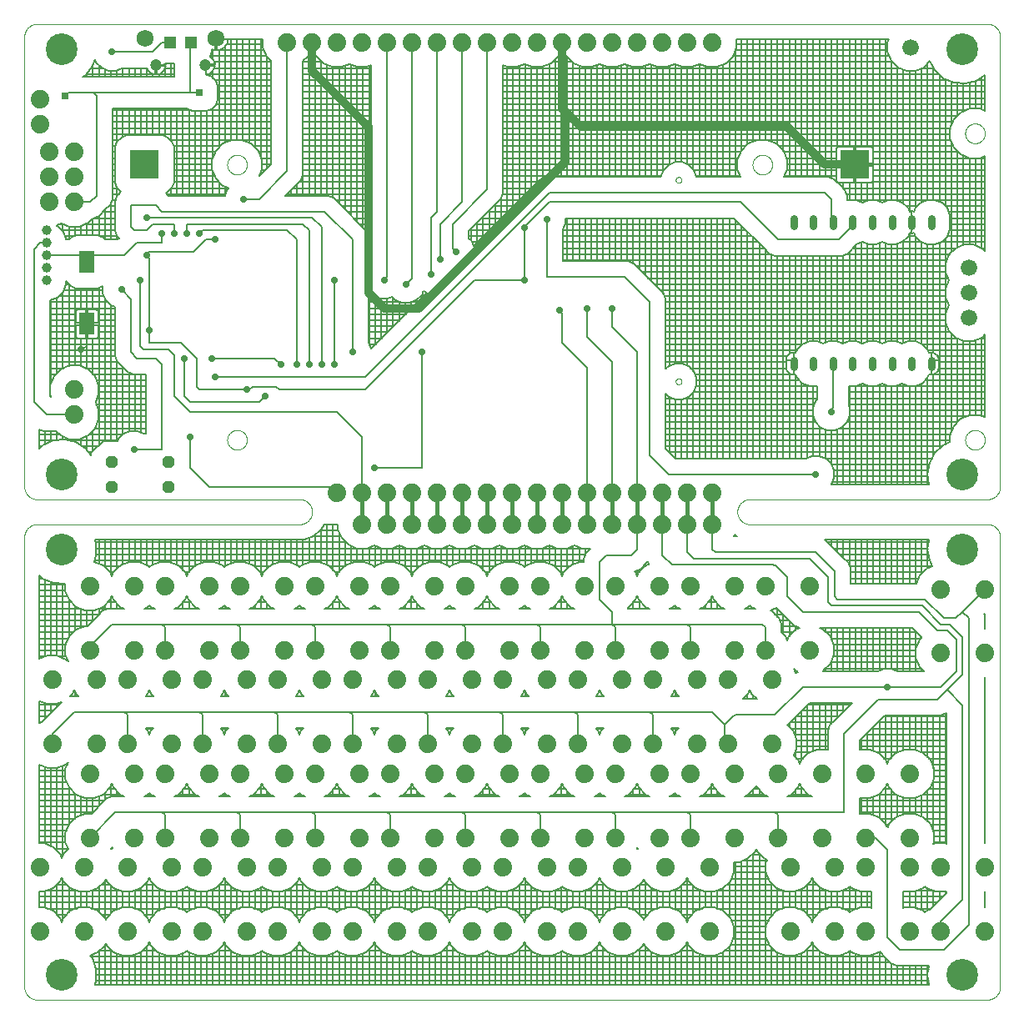
<source format=gbl>
G75*
%MOIN*%
%OFA0B0*%
%FSLAX25Y25*%
%IPPOS*%
%LPD*%
%AMOC8*
5,1,8,0,0,1.08239X$1,22.5*
%
%ADD10C,0.00000*%
%ADD11C,0.03937*%
%ADD12C,0.04724*%
%ADD13C,0.06791*%
%ADD14OC8,0.04800*%
%ADD15C,0.12661*%
%ADD16C,0.07400*%
%ADD17R,0.04724X0.04724*%
%ADD18C,0.06600*%
%ADD19C,0.02975*%
%ADD20R,0.06299X0.09055*%
%ADD21R,0.11811X0.11811*%
%ADD22C,0.00800*%
%ADD23C,0.02800*%
%ADD24C,0.03200*%
%ADD25R,0.02800X0.02800*%
%ADD26C,0.01600*%
D10*
X0006400Y0003787D02*
X0386400Y0003787D01*
X0386540Y0003789D01*
X0386680Y0003795D01*
X0386820Y0003805D01*
X0386960Y0003818D01*
X0387099Y0003836D01*
X0387238Y0003858D01*
X0387375Y0003883D01*
X0387513Y0003912D01*
X0387649Y0003945D01*
X0387784Y0003982D01*
X0387918Y0004023D01*
X0388051Y0004068D01*
X0388183Y0004116D01*
X0388313Y0004168D01*
X0388442Y0004223D01*
X0388569Y0004282D01*
X0388695Y0004345D01*
X0388819Y0004411D01*
X0388940Y0004480D01*
X0389060Y0004553D01*
X0389178Y0004630D01*
X0389293Y0004709D01*
X0389407Y0004792D01*
X0389517Y0004878D01*
X0389626Y0004967D01*
X0389732Y0005059D01*
X0389835Y0005154D01*
X0389936Y0005251D01*
X0390033Y0005352D01*
X0390128Y0005455D01*
X0390220Y0005561D01*
X0390309Y0005670D01*
X0390395Y0005780D01*
X0390478Y0005894D01*
X0390557Y0006009D01*
X0390634Y0006127D01*
X0390707Y0006247D01*
X0390776Y0006368D01*
X0390842Y0006492D01*
X0390905Y0006618D01*
X0390964Y0006745D01*
X0391019Y0006874D01*
X0391071Y0007004D01*
X0391119Y0007136D01*
X0391164Y0007269D01*
X0391205Y0007403D01*
X0391242Y0007538D01*
X0391275Y0007674D01*
X0391304Y0007812D01*
X0391329Y0007949D01*
X0391351Y0008088D01*
X0391369Y0008227D01*
X0391382Y0008367D01*
X0391392Y0008507D01*
X0391398Y0008647D01*
X0391400Y0008787D01*
X0391400Y0188787D01*
X0391398Y0188927D01*
X0391392Y0189067D01*
X0391382Y0189207D01*
X0391369Y0189347D01*
X0391351Y0189486D01*
X0391329Y0189625D01*
X0391304Y0189762D01*
X0391275Y0189900D01*
X0391242Y0190036D01*
X0391205Y0190171D01*
X0391164Y0190305D01*
X0391119Y0190438D01*
X0391071Y0190570D01*
X0391019Y0190700D01*
X0390964Y0190829D01*
X0390905Y0190956D01*
X0390842Y0191082D01*
X0390776Y0191206D01*
X0390707Y0191327D01*
X0390634Y0191447D01*
X0390557Y0191565D01*
X0390478Y0191680D01*
X0390395Y0191794D01*
X0390309Y0191904D01*
X0390220Y0192013D01*
X0390128Y0192119D01*
X0390033Y0192222D01*
X0389936Y0192323D01*
X0389835Y0192420D01*
X0389732Y0192515D01*
X0389626Y0192607D01*
X0389517Y0192696D01*
X0389407Y0192782D01*
X0389293Y0192865D01*
X0389178Y0192944D01*
X0389060Y0193021D01*
X0388940Y0193094D01*
X0388819Y0193163D01*
X0388695Y0193229D01*
X0388569Y0193292D01*
X0388442Y0193351D01*
X0388313Y0193406D01*
X0388183Y0193458D01*
X0388051Y0193506D01*
X0387918Y0193551D01*
X0387784Y0193592D01*
X0387649Y0193629D01*
X0387513Y0193662D01*
X0387375Y0193691D01*
X0387238Y0193716D01*
X0387099Y0193738D01*
X0386960Y0193756D01*
X0386820Y0193769D01*
X0386680Y0193779D01*
X0386540Y0193785D01*
X0386400Y0193787D01*
X0291400Y0193787D01*
X0291260Y0193789D01*
X0291120Y0193795D01*
X0290980Y0193805D01*
X0290840Y0193818D01*
X0290701Y0193836D01*
X0290562Y0193858D01*
X0290425Y0193883D01*
X0290287Y0193912D01*
X0290151Y0193945D01*
X0290016Y0193982D01*
X0289882Y0194023D01*
X0289749Y0194068D01*
X0289617Y0194116D01*
X0289487Y0194168D01*
X0289358Y0194223D01*
X0289231Y0194282D01*
X0289105Y0194345D01*
X0288981Y0194411D01*
X0288860Y0194480D01*
X0288740Y0194553D01*
X0288622Y0194630D01*
X0288507Y0194709D01*
X0288393Y0194792D01*
X0288283Y0194878D01*
X0288174Y0194967D01*
X0288068Y0195059D01*
X0287965Y0195154D01*
X0287864Y0195251D01*
X0287767Y0195352D01*
X0287672Y0195455D01*
X0287580Y0195561D01*
X0287491Y0195670D01*
X0287405Y0195780D01*
X0287322Y0195894D01*
X0287243Y0196009D01*
X0287166Y0196127D01*
X0287093Y0196247D01*
X0287024Y0196368D01*
X0286958Y0196492D01*
X0286895Y0196618D01*
X0286836Y0196745D01*
X0286781Y0196874D01*
X0286729Y0197004D01*
X0286681Y0197136D01*
X0286636Y0197269D01*
X0286595Y0197403D01*
X0286558Y0197538D01*
X0286525Y0197674D01*
X0286496Y0197812D01*
X0286471Y0197949D01*
X0286449Y0198088D01*
X0286431Y0198227D01*
X0286418Y0198367D01*
X0286408Y0198507D01*
X0286402Y0198647D01*
X0286400Y0198787D01*
X0286402Y0198927D01*
X0286408Y0199067D01*
X0286418Y0199207D01*
X0286431Y0199347D01*
X0286449Y0199486D01*
X0286471Y0199625D01*
X0286496Y0199762D01*
X0286525Y0199900D01*
X0286558Y0200036D01*
X0286595Y0200171D01*
X0286636Y0200305D01*
X0286681Y0200438D01*
X0286729Y0200570D01*
X0286781Y0200700D01*
X0286836Y0200829D01*
X0286895Y0200956D01*
X0286958Y0201082D01*
X0287024Y0201206D01*
X0287093Y0201327D01*
X0287166Y0201447D01*
X0287243Y0201565D01*
X0287322Y0201680D01*
X0287405Y0201794D01*
X0287491Y0201904D01*
X0287580Y0202013D01*
X0287672Y0202119D01*
X0287767Y0202222D01*
X0287864Y0202323D01*
X0287965Y0202420D01*
X0288068Y0202515D01*
X0288174Y0202607D01*
X0288283Y0202696D01*
X0288393Y0202782D01*
X0288507Y0202865D01*
X0288622Y0202944D01*
X0288740Y0203021D01*
X0288860Y0203094D01*
X0288981Y0203163D01*
X0289105Y0203229D01*
X0289231Y0203292D01*
X0289358Y0203351D01*
X0289487Y0203406D01*
X0289617Y0203458D01*
X0289749Y0203506D01*
X0289882Y0203551D01*
X0290016Y0203592D01*
X0290151Y0203629D01*
X0290287Y0203662D01*
X0290425Y0203691D01*
X0290562Y0203716D01*
X0290701Y0203738D01*
X0290840Y0203756D01*
X0290980Y0203769D01*
X0291120Y0203779D01*
X0291260Y0203785D01*
X0291400Y0203787D01*
X0386400Y0203787D01*
X0386540Y0203789D01*
X0386680Y0203795D01*
X0386820Y0203805D01*
X0386960Y0203818D01*
X0387099Y0203836D01*
X0387238Y0203858D01*
X0387375Y0203883D01*
X0387513Y0203912D01*
X0387649Y0203945D01*
X0387784Y0203982D01*
X0387918Y0204023D01*
X0388051Y0204068D01*
X0388183Y0204116D01*
X0388313Y0204168D01*
X0388442Y0204223D01*
X0388569Y0204282D01*
X0388695Y0204345D01*
X0388819Y0204411D01*
X0388940Y0204480D01*
X0389060Y0204553D01*
X0389178Y0204630D01*
X0389293Y0204709D01*
X0389407Y0204792D01*
X0389517Y0204878D01*
X0389626Y0204967D01*
X0389732Y0205059D01*
X0389835Y0205154D01*
X0389936Y0205251D01*
X0390033Y0205352D01*
X0390128Y0205455D01*
X0390220Y0205561D01*
X0390309Y0205670D01*
X0390395Y0205780D01*
X0390478Y0205894D01*
X0390557Y0206009D01*
X0390634Y0206127D01*
X0390707Y0206247D01*
X0390776Y0206368D01*
X0390842Y0206492D01*
X0390905Y0206618D01*
X0390964Y0206745D01*
X0391019Y0206874D01*
X0391071Y0207004D01*
X0391119Y0207136D01*
X0391164Y0207269D01*
X0391205Y0207403D01*
X0391242Y0207538D01*
X0391275Y0207674D01*
X0391304Y0207812D01*
X0391329Y0207949D01*
X0391351Y0208088D01*
X0391369Y0208227D01*
X0391382Y0208367D01*
X0391392Y0208507D01*
X0391398Y0208647D01*
X0391400Y0208787D01*
X0391400Y0388787D01*
X0391398Y0388927D01*
X0391392Y0389067D01*
X0391382Y0389207D01*
X0391369Y0389347D01*
X0391351Y0389486D01*
X0391329Y0389625D01*
X0391304Y0389762D01*
X0391275Y0389900D01*
X0391242Y0390036D01*
X0391205Y0390171D01*
X0391164Y0390305D01*
X0391119Y0390438D01*
X0391071Y0390570D01*
X0391019Y0390700D01*
X0390964Y0390829D01*
X0390905Y0390956D01*
X0390842Y0391082D01*
X0390776Y0391206D01*
X0390707Y0391327D01*
X0390634Y0391447D01*
X0390557Y0391565D01*
X0390478Y0391680D01*
X0390395Y0391794D01*
X0390309Y0391904D01*
X0390220Y0392013D01*
X0390128Y0392119D01*
X0390033Y0392222D01*
X0389936Y0392323D01*
X0389835Y0392420D01*
X0389732Y0392515D01*
X0389626Y0392607D01*
X0389517Y0392696D01*
X0389407Y0392782D01*
X0389293Y0392865D01*
X0389178Y0392944D01*
X0389060Y0393021D01*
X0388940Y0393094D01*
X0388819Y0393163D01*
X0388695Y0393229D01*
X0388569Y0393292D01*
X0388442Y0393351D01*
X0388313Y0393406D01*
X0388183Y0393458D01*
X0388051Y0393506D01*
X0387918Y0393551D01*
X0387784Y0393592D01*
X0387649Y0393629D01*
X0387513Y0393662D01*
X0387375Y0393691D01*
X0387238Y0393716D01*
X0387099Y0393738D01*
X0386960Y0393756D01*
X0386820Y0393769D01*
X0386680Y0393779D01*
X0386540Y0393785D01*
X0386400Y0393787D01*
X0006400Y0393787D01*
X0006260Y0393785D01*
X0006120Y0393779D01*
X0005980Y0393769D01*
X0005840Y0393756D01*
X0005701Y0393738D01*
X0005562Y0393716D01*
X0005425Y0393691D01*
X0005287Y0393662D01*
X0005151Y0393629D01*
X0005016Y0393592D01*
X0004882Y0393551D01*
X0004749Y0393506D01*
X0004617Y0393458D01*
X0004487Y0393406D01*
X0004358Y0393351D01*
X0004231Y0393292D01*
X0004105Y0393229D01*
X0003981Y0393163D01*
X0003860Y0393094D01*
X0003740Y0393021D01*
X0003622Y0392944D01*
X0003507Y0392865D01*
X0003393Y0392782D01*
X0003283Y0392696D01*
X0003174Y0392607D01*
X0003068Y0392515D01*
X0002965Y0392420D01*
X0002864Y0392323D01*
X0002767Y0392222D01*
X0002672Y0392119D01*
X0002580Y0392013D01*
X0002491Y0391904D01*
X0002405Y0391794D01*
X0002322Y0391680D01*
X0002243Y0391565D01*
X0002166Y0391447D01*
X0002093Y0391327D01*
X0002024Y0391206D01*
X0001958Y0391082D01*
X0001895Y0390956D01*
X0001836Y0390829D01*
X0001781Y0390700D01*
X0001729Y0390570D01*
X0001681Y0390438D01*
X0001636Y0390305D01*
X0001595Y0390171D01*
X0001558Y0390036D01*
X0001525Y0389900D01*
X0001496Y0389762D01*
X0001471Y0389625D01*
X0001449Y0389486D01*
X0001431Y0389347D01*
X0001418Y0389207D01*
X0001408Y0389067D01*
X0001402Y0388927D01*
X0001400Y0388787D01*
X0001400Y0208787D01*
X0001402Y0208647D01*
X0001408Y0208507D01*
X0001418Y0208367D01*
X0001431Y0208227D01*
X0001449Y0208088D01*
X0001471Y0207949D01*
X0001496Y0207812D01*
X0001525Y0207674D01*
X0001558Y0207538D01*
X0001595Y0207403D01*
X0001636Y0207269D01*
X0001681Y0207136D01*
X0001729Y0207004D01*
X0001781Y0206874D01*
X0001836Y0206745D01*
X0001895Y0206618D01*
X0001958Y0206492D01*
X0002024Y0206368D01*
X0002093Y0206247D01*
X0002166Y0206127D01*
X0002243Y0206009D01*
X0002322Y0205894D01*
X0002405Y0205780D01*
X0002491Y0205670D01*
X0002580Y0205561D01*
X0002672Y0205455D01*
X0002767Y0205352D01*
X0002864Y0205251D01*
X0002965Y0205154D01*
X0003068Y0205059D01*
X0003174Y0204967D01*
X0003283Y0204878D01*
X0003393Y0204792D01*
X0003507Y0204709D01*
X0003622Y0204630D01*
X0003740Y0204553D01*
X0003860Y0204480D01*
X0003981Y0204411D01*
X0004105Y0204345D01*
X0004231Y0204282D01*
X0004358Y0204223D01*
X0004487Y0204168D01*
X0004617Y0204116D01*
X0004749Y0204068D01*
X0004882Y0204023D01*
X0005016Y0203982D01*
X0005151Y0203945D01*
X0005287Y0203912D01*
X0005425Y0203883D01*
X0005562Y0203858D01*
X0005701Y0203836D01*
X0005840Y0203818D01*
X0005980Y0203805D01*
X0006120Y0203795D01*
X0006260Y0203789D01*
X0006400Y0203787D01*
X0111400Y0203787D01*
X0111540Y0203785D01*
X0111680Y0203779D01*
X0111820Y0203769D01*
X0111960Y0203756D01*
X0112099Y0203738D01*
X0112238Y0203716D01*
X0112375Y0203691D01*
X0112513Y0203662D01*
X0112649Y0203629D01*
X0112784Y0203592D01*
X0112918Y0203551D01*
X0113051Y0203506D01*
X0113183Y0203458D01*
X0113313Y0203406D01*
X0113442Y0203351D01*
X0113569Y0203292D01*
X0113695Y0203229D01*
X0113819Y0203163D01*
X0113940Y0203094D01*
X0114060Y0203021D01*
X0114178Y0202944D01*
X0114293Y0202865D01*
X0114407Y0202782D01*
X0114517Y0202696D01*
X0114626Y0202607D01*
X0114732Y0202515D01*
X0114835Y0202420D01*
X0114936Y0202323D01*
X0115033Y0202222D01*
X0115128Y0202119D01*
X0115220Y0202013D01*
X0115309Y0201904D01*
X0115395Y0201794D01*
X0115478Y0201680D01*
X0115557Y0201565D01*
X0115634Y0201447D01*
X0115707Y0201327D01*
X0115776Y0201206D01*
X0115842Y0201082D01*
X0115905Y0200956D01*
X0115964Y0200829D01*
X0116019Y0200700D01*
X0116071Y0200570D01*
X0116119Y0200438D01*
X0116164Y0200305D01*
X0116205Y0200171D01*
X0116242Y0200036D01*
X0116275Y0199900D01*
X0116304Y0199762D01*
X0116329Y0199625D01*
X0116351Y0199486D01*
X0116369Y0199347D01*
X0116382Y0199207D01*
X0116392Y0199067D01*
X0116398Y0198927D01*
X0116400Y0198787D01*
X0116398Y0198647D01*
X0116392Y0198507D01*
X0116382Y0198367D01*
X0116369Y0198227D01*
X0116351Y0198088D01*
X0116329Y0197949D01*
X0116304Y0197812D01*
X0116275Y0197674D01*
X0116242Y0197538D01*
X0116205Y0197403D01*
X0116164Y0197269D01*
X0116119Y0197136D01*
X0116071Y0197004D01*
X0116019Y0196874D01*
X0115964Y0196745D01*
X0115905Y0196618D01*
X0115842Y0196492D01*
X0115776Y0196368D01*
X0115707Y0196247D01*
X0115634Y0196127D01*
X0115557Y0196009D01*
X0115478Y0195894D01*
X0115395Y0195780D01*
X0115309Y0195670D01*
X0115220Y0195561D01*
X0115128Y0195455D01*
X0115033Y0195352D01*
X0114936Y0195251D01*
X0114835Y0195154D01*
X0114732Y0195059D01*
X0114626Y0194967D01*
X0114517Y0194878D01*
X0114407Y0194792D01*
X0114293Y0194709D01*
X0114178Y0194630D01*
X0114060Y0194553D01*
X0113940Y0194480D01*
X0113819Y0194411D01*
X0113695Y0194345D01*
X0113569Y0194282D01*
X0113442Y0194223D01*
X0113313Y0194168D01*
X0113183Y0194116D01*
X0113051Y0194068D01*
X0112918Y0194023D01*
X0112784Y0193982D01*
X0112649Y0193945D01*
X0112513Y0193912D01*
X0112375Y0193883D01*
X0112238Y0193858D01*
X0112099Y0193836D01*
X0111960Y0193818D01*
X0111820Y0193805D01*
X0111680Y0193795D01*
X0111540Y0193789D01*
X0111400Y0193787D01*
X0006400Y0193787D01*
X0006260Y0193785D01*
X0006120Y0193779D01*
X0005980Y0193769D01*
X0005840Y0193756D01*
X0005701Y0193738D01*
X0005562Y0193716D01*
X0005425Y0193691D01*
X0005287Y0193662D01*
X0005151Y0193629D01*
X0005016Y0193592D01*
X0004882Y0193551D01*
X0004749Y0193506D01*
X0004617Y0193458D01*
X0004487Y0193406D01*
X0004358Y0193351D01*
X0004231Y0193292D01*
X0004105Y0193229D01*
X0003981Y0193163D01*
X0003860Y0193094D01*
X0003740Y0193021D01*
X0003622Y0192944D01*
X0003507Y0192865D01*
X0003393Y0192782D01*
X0003283Y0192696D01*
X0003174Y0192607D01*
X0003068Y0192515D01*
X0002965Y0192420D01*
X0002864Y0192323D01*
X0002767Y0192222D01*
X0002672Y0192119D01*
X0002580Y0192013D01*
X0002491Y0191904D01*
X0002405Y0191794D01*
X0002322Y0191680D01*
X0002243Y0191565D01*
X0002166Y0191447D01*
X0002093Y0191327D01*
X0002024Y0191206D01*
X0001958Y0191082D01*
X0001895Y0190956D01*
X0001836Y0190829D01*
X0001781Y0190700D01*
X0001729Y0190570D01*
X0001681Y0190438D01*
X0001636Y0190305D01*
X0001595Y0190171D01*
X0001558Y0190036D01*
X0001525Y0189900D01*
X0001496Y0189762D01*
X0001471Y0189625D01*
X0001449Y0189486D01*
X0001431Y0189347D01*
X0001418Y0189207D01*
X0001408Y0189067D01*
X0001402Y0188927D01*
X0001400Y0188787D01*
X0001400Y0008787D01*
X0001402Y0008647D01*
X0001408Y0008507D01*
X0001418Y0008367D01*
X0001431Y0008227D01*
X0001449Y0008088D01*
X0001471Y0007949D01*
X0001496Y0007812D01*
X0001525Y0007674D01*
X0001558Y0007538D01*
X0001595Y0007403D01*
X0001636Y0007269D01*
X0001681Y0007136D01*
X0001729Y0007004D01*
X0001781Y0006874D01*
X0001836Y0006745D01*
X0001895Y0006618D01*
X0001958Y0006492D01*
X0002024Y0006368D01*
X0002093Y0006247D01*
X0002166Y0006127D01*
X0002243Y0006009D01*
X0002322Y0005894D01*
X0002405Y0005780D01*
X0002491Y0005670D01*
X0002580Y0005561D01*
X0002672Y0005455D01*
X0002767Y0005352D01*
X0002864Y0005251D01*
X0002965Y0005154D01*
X0003068Y0005059D01*
X0003174Y0004967D01*
X0003283Y0004878D01*
X0003393Y0004792D01*
X0003507Y0004709D01*
X0003622Y0004630D01*
X0003740Y0004553D01*
X0003860Y0004480D01*
X0003981Y0004411D01*
X0004105Y0004345D01*
X0004231Y0004282D01*
X0004358Y0004223D01*
X0004487Y0004168D01*
X0004617Y0004116D01*
X0004749Y0004068D01*
X0004882Y0004023D01*
X0005016Y0003982D01*
X0005151Y0003945D01*
X0005287Y0003912D01*
X0005425Y0003883D01*
X0005562Y0003858D01*
X0005701Y0003836D01*
X0005840Y0003818D01*
X0005980Y0003805D01*
X0006120Y0003795D01*
X0006260Y0003789D01*
X0006400Y0003787D01*
X0082463Y0227537D02*
X0082465Y0227662D01*
X0082471Y0227787D01*
X0082481Y0227911D01*
X0082495Y0228035D01*
X0082512Y0228159D01*
X0082534Y0228282D01*
X0082560Y0228404D01*
X0082589Y0228526D01*
X0082622Y0228646D01*
X0082660Y0228765D01*
X0082700Y0228884D01*
X0082745Y0229000D01*
X0082793Y0229115D01*
X0082845Y0229229D01*
X0082901Y0229341D01*
X0082960Y0229451D01*
X0083022Y0229559D01*
X0083088Y0229666D01*
X0083157Y0229770D01*
X0083230Y0229871D01*
X0083305Y0229971D01*
X0083384Y0230068D01*
X0083466Y0230162D01*
X0083551Y0230254D01*
X0083638Y0230343D01*
X0083729Y0230429D01*
X0083822Y0230512D01*
X0083918Y0230593D01*
X0084016Y0230670D01*
X0084116Y0230744D01*
X0084219Y0230815D01*
X0084324Y0230882D01*
X0084432Y0230947D01*
X0084541Y0231007D01*
X0084652Y0231065D01*
X0084765Y0231118D01*
X0084879Y0231168D01*
X0084995Y0231215D01*
X0085112Y0231257D01*
X0085231Y0231296D01*
X0085351Y0231332D01*
X0085472Y0231363D01*
X0085594Y0231391D01*
X0085716Y0231414D01*
X0085840Y0231434D01*
X0085964Y0231450D01*
X0086088Y0231462D01*
X0086213Y0231470D01*
X0086338Y0231474D01*
X0086462Y0231474D01*
X0086587Y0231470D01*
X0086712Y0231462D01*
X0086836Y0231450D01*
X0086960Y0231434D01*
X0087084Y0231414D01*
X0087206Y0231391D01*
X0087328Y0231363D01*
X0087449Y0231332D01*
X0087569Y0231296D01*
X0087688Y0231257D01*
X0087805Y0231215D01*
X0087921Y0231168D01*
X0088035Y0231118D01*
X0088148Y0231065D01*
X0088259Y0231007D01*
X0088369Y0230947D01*
X0088476Y0230882D01*
X0088581Y0230815D01*
X0088684Y0230744D01*
X0088784Y0230670D01*
X0088882Y0230593D01*
X0088978Y0230512D01*
X0089071Y0230429D01*
X0089162Y0230343D01*
X0089249Y0230254D01*
X0089334Y0230162D01*
X0089416Y0230068D01*
X0089495Y0229971D01*
X0089570Y0229871D01*
X0089643Y0229770D01*
X0089712Y0229666D01*
X0089778Y0229559D01*
X0089840Y0229451D01*
X0089899Y0229341D01*
X0089955Y0229229D01*
X0090007Y0229115D01*
X0090055Y0229000D01*
X0090100Y0228884D01*
X0090140Y0228765D01*
X0090178Y0228646D01*
X0090211Y0228526D01*
X0090240Y0228404D01*
X0090266Y0228282D01*
X0090288Y0228159D01*
X0090305Y0228035D01*
X0090319Y0227911D01*
X0090329Y0227787D01*
X0090335Y0227662D01*
X0090337Y0227537D01*
X0090335Y0227412D01*
X0090329Y0227287D01*
X0090319Y0227163D01*
X0090305Y0227039D01*
X0090288Y0226915D01*
X0090266Y0226792D01*
X0090240Y0226670D01*
X0090211Y0226548D01*
X0090178Y0226428D01*
X0090140Y0226309D01*
X0090100Y0226190D01*
X0090055Y0226074D01*
X0090007Y0225959D01*
X0089955Y0225845D01*
X0089899Y0225733D01*
X0089840Y0225623D01*
X0089778Y0225515D01*
X0089712Y0225408D01*
X0089643Y0225304D01*
X0089570Y0225203D01*
X0089495Y0225103D01*
X0089416Y0225006D01*
X0089334Y0224912D01*
X0089249Y0224820D01*
X0089162Y0224731D01*
X0089071Y0224645D01*
X0088978Y0224562D01*
X0088882Y0224481D01*
X0088784Y0224404D01*
X0088684Y0224330D01*
X0088581Y0224259D01*
X0088476Y0224192D01*
X0088368Y0224127D01*
X0088259Y0224067D01*
X0088148Y0224009D01*
X0088035Y0223956D01*
X0087921Y0223906D01*
X0087805Y0223859D01*
X0087688Y0223817D01*
X0087569Y0223778D01*
X0087449Y0223742D01*
X0087328Y0223711D01*
X0087206Y0223683D01*
X0087084Y0223660D01*
X0086960Y0223640D01*
X0086836Y0223624D01*
X0086712Y0223612D01*
X0086587Y0223604D01*
X0086462Y0223600D01*
X0086338Y0223600D01*
X0086213Y0223604D01*
X0086088Y0223612D01*
X0085964Y0223624D01*
X0085840Y0223640D01*
X0085716Y0223660D01*
X0085594Y0223683D01*
X0085472Y0223711D01*
X0085351Y0223742D01*
X0085231Y0223778D01*
X0085112Y0223817D01*
X0084995Y0223859D01*
X0084879Y0223906D01*
X0084765Y0223956D01*
X0084652Y0224009D01*
X0084541Y0224067D01*
X0084431Y0224127D01*
X0084324Y0224192D01*
X0084219Y0224259D01*
X0084116Y0224330D01*
X0084016Y0224404D01*
X0083918Y0224481D01*
X0083822Y0224562D01*
X0083729Y0224645D01*
X0083638Y0224731D01*
X0083551Y0224820D01*
X0083466Y0224912D01*
X0083384Y0225006D01*
X0083305Y0225103D01*
X0083230Y0225203D01*
X0083157Y0225304D01*
X0083088Y0225408D01*
X0083022Y0225515D01*
X0082960Y0225623D01*
X0082901Y0225733D01*
X0082845Y0225845D01*
X0082793Y0225959D01*
X0082745Y0226074D01*
X0082700Y0226190D01*
X0082660Y0226309D01*
X0082622Y0226428D01*
X0082589Y0226548D01*
X0082560Y0226670D01*
X0082534Y0226792D01*
X0082512Y0226915D01*
X0082495Y0227039D01*
X0082481Y0227163D01*
X0082471Y0227287D01*
X0082465Y0227412D01*
X0082463Y0227537D01*
X0082463Y0337537D02*
X0082465Y0337662D01*
X0082471Y0337787D01*
X0082481Y0337911D01*
X0082495Y0338035D01*
X0082512Y0338159D01*
X0082534Y0338282D01*
X0082560Y0338404D01*
X0082589Y0338526D01*
X0082622Y0338646D01*
X0082660Y0338765D01*
X0082700Y0338884D01*
X0082745Y0339000D01*
X0082793Y0339115D01*
X0082845Y0339229D01*
X0082901Y0339341D01*
X0082960Y0339451D01*
X0083022Y0339559D01*
X0083088Y0339666D01*
X0083157Y0339770D01*
X0083230Y0339871D01*
X0083305Y0339971D01*
X0083384Y0340068D01*
X0083466Y0340162D01*
X0083551Y0340254D01*
X0083638Y0340343D01*
X0083729Y0340429D01*
X0083822Y0340512D01*
X0083918Y0340593D01*
X0084016Y0340670D01*
X0084116Y0340744D01*
X0084219Y0340815D01*
X0084324Y0340882D01*
X0084432Y0340947D01*
X0084541Y0341007D01*
X0084652Y0341065D01*
X0084765Y0341118D01*
X0084879Y0341168D01*
X0084995Y0341215D01*
X0085112Y0341257D01*
X0085231Y0341296D01*
X0085351Y0341332D01*
X0085472Y0341363D01*
X0085594Y0341391D01*
X0085716Y0341414D01*
X0085840Y0341434D01*
X0085964Y0341450D01*
X0086088Y0341462D01*
X0086213Y0341470D01*
X0086338Y0341474D01*
X0086462Y0341474D01*
X0086587Y0341470D01*
X0086712Y0341462D01*
X0086836Y0341450D01*
X0086960Y0341434D01*
X0087084Y0341414D01*
X0087206Y0341391D01*
X0087328Y0341363D01*
X0087449Y0341332D01*
X0087569Y0341296D01*
X0087688Y0341257D01*
X0087805Y0341215D01*
X0087921Y0341168D01*
X0088035Y0341118D01*
X0088148Y0341065D01*
X0088259Y0341007D01*
X0088369Y0340947D01*
X0088476Y0340882D01*
X0088581Y0340815D01*
X0088684Y0340744D01*
X0088784Y0340670D01*
X0088882Y0340593D01*
X0088978Y0340512D01*
X0089071Y0340429D01*
X0089162Y0340343D01*
X0089249Y0340254D01*
X0089334Y0340162D01*
X0089416Y0340068D01*
X0089495Y0339971D01*
X0089570Y0339871D01*
X0089643Y0339770D01*
X0089712Y0339666D01*
X0089778Y0339559D01*
X0089840Y0339451D01*
X0089899Y0339341D01*
X0089955Y0339229D01*
X0090007Y0339115D01*
X0090055Y0339000D01*
X0090100Y0338884D01*
X0090140Y0338765D01*
X0090178Y0338646D01*
X0090211Y0338526D01*
X0090240Y0338404D01*
X0090266Y0338282D01*
X0090288Y0338159D01*
X0090305Y0338035D01*
X0090319Y0337911D01*
X0090329Y0337787D01*
X0090335Y0337662D01*
X0090337Y0337537D01*
X0090335Y0337412D01*
X0090329Y0337287D01*
X0090319Y0337163D01*
X0090305Y0337039D01*
X0090288Y0336915D01*
X0090266Y0336792D01*
X0090240Y0336670D01*
X0090211Y0336548D01*
X0090178Y0336428D01*
X0090140Y0336309D01*
X0090100Y0336190D01*
X0090055Y0336074D01*
X0090007Y0335959D01*
X0089955Y0335845D01*
X0089899Y0335733D01*
X0089840Y0335623D01*
X0089778Y0335515D01*
X0089712Y0335408D01*
X0089643Y0335304D01*
X0089570Y0335203D01*
X0089495Y0335103D01*
X0089416Y0335006D01*
X0089334Y0334912D01*
X0089249Y0334820D01*
X0089162Y0334731D01*
X0089071Y0334645D01*
X0088978Y0334562D01*
X0088882Y0334481D01*
X0088784Y0334404D01*
X0088684Y0334330D01*
X0088581Y0334259D01*
X0088476Y0334192D01*
X0088368Y0334127D01*
X0088259Y0334067D01*
X0088148Y0334009D01*
X0088035Y0333956D01*
X0087921Y0333906D01*
X0087805Y0333859D01*
X0087688Y0333817D01*
X0087569Y0333778D01*
X0087449Y0333742D01*
X0087328Y0333711D01*
X0087206Y0333683D01*
X0087084Y0333660D01*
X0086960Y0333640D01*
X0086836Y0333624D01*
X0086712Y0333612D01*
X0086587Y0333604D01*
X0086462Y0333600D01*
X0086338Y0333600D01*
X0086213Y0333604D01*
X0086088Y0333612D01*
X0085964Y0333624D01*
X0085840Y0333640D01*
X0085716Y0333660D01*
X0085594Y0333683D01*
X0085472Y0333711D01*
X0085351Y0333742D01*
X0085231Y0333778D01*
X0085112Y0333817D01*
X0084995Y0333859D01*
X0084879Y0333906D01*
X0084765Y0333956D01*
X0084652Y0334009D01*
X0084541Y0334067D01*
X0084431Y0334127D01*
X0084324Y0334192D01*
X0084219Y0334259D01*
X0084116Y0334330D01*
X0084016Y0334404D01*
X0083918Y0334481D01*
X0083822Y0334562D01*
X0083729Y0334645D01*
X0083638Y0334731D01*
X0083551Y0334820D01*
X0083466Y0334912D01*
X0083384Y0335006D01*
X0083305Y0335103D01*
X0083230Y0335203D01*
X0083157Y0335304D01*
X0083088Y0335408D01*
X0083022Y0335515D01*
X0082960Y0335623D01*
X0082901Y0335733D01*
X0082845Y0335845D01*
X0082793Y0335959D01*
X0082745Y0336074D01*
X0082700Y0336190D01*
X0082660Y0336309D01*
X0082622Y0336428D01*
X0082589Y0336548D01*
X0082560Y0336670D01*
X0082534Y0336792D01*
X0082512Y0336915D01*
X0082495Y0337039D01*
X0082481Y0337163D01*
X0082471Y0337287D01*
X0082465Y0337412D01*
X0082463Y0337537D01*
X0261754Y0331406D02*
X0261756Y0331475D01*
X0261762Y0331543D01*
X0261772Y0331611D01*
X0261786Y0331678D01*
X0261804Y0331745D01*
X0261825Y0331810D01*
X0261851Y0331874D01*
X0261880Y0331936D01*
X0261912Y0331996D01*
X0261948Y0332055D01*
X0261988Y0332111D01*
X0262030Y0332165D01*
X0262076Y0332216D01*
X0262125Y0332265D01*
X0262176Y0332311D01*
X0262230Y0332353D01*
X0262286Y0332393D01*
X0262344Y0332429D01*
X0262405Y0332461D01*
X0262467Y0332490D01*
X0262531Y0332516D01*
X0262596Y0332537D01*
X0262663Y0332555D01*
X0262730Y0332569D01*
X0262798Y0332579D01*
X0262866Y0332585D01*
X0262935Y0332587D01*
X0263004Y0332585D01*
X0263072Y0332579D01*
X0263140Y0332569D01*
X0263207Y0332555D01*
X0263274Y0332537D01*
X0263339Y0332516D01*
X0263403Y0332490D01*
X0263465Y0332461D01*
X0263525Y0332429D01*
X0263584Y0332393D01*
X0263640Y0332353D01*
X0263694Y0332311D01*
X0263745Y0332265D01*
X0263794Y0332216D01*
X0263840Y0332165D01*
X0263882Y0332111D01*
X0263922Y0332055D01*
X0263958Y0331996D01*
X0263990Y0331936D01*
X0264019Y0331874D01*
X0264045Y0331810D01*
X0264066Y0331745D01*
X0264084Y0331678D01*
X0264098Y0331611D01*
X0264108Y0331543D01*
X0264114Y0331475D01*
X0264116Y0331406D01*
X0264114Y0331337D01*
X0264108Y0331269D01*
X0264098Y0331201D01*
X0264084Y0331134D01*
X0264066Y0331067D01*
X0264045Y0331002D01*
X0264019Y0330938D01*
X0263990Y0330876D01*
X0263958Y0330815D01*
X0263922Y0330757D01*
X0263882Y0330701D01*
X0263840Y0330647D01*
X0263794Y0330596D01*
X0263745Y0330547D01*
X0263694Y0330501D01*
X0263640Y0330459D01*
X0263584Y0330419D01*
X0263526Y0330383D01*
X0263465Y0330351D01*
X0263403Y0330322D01*
X0263339Y0330296D01*
X0263274Y0330275D01*
X0263207Y0330257D01*
X0263140Y0330243D01*
X0263072Y0330233D01*
X0263004Y0330227D01*
X0262935Y0330225D01*
X0262866Y0330227D01*
X0262798Y0330233D01*
X0262730Y0330243D01*
X0262663Y0330257D01*
X0262596Y0330275D01*
X0262531Y0330296D01*
X0262467Y0330322D01*
X0262405Y0330351D01*
X0262344Y0330383D01*
X0262286Y0330419D01*
X0262230Y0330459D01*
X0262176Y0330501D01*
X0262125Y0330547D01*
X0262076Y0330596D01*
X0262030Y0330647D01*
X0261988Y0330701D01*
X0261948Y0330757D01*
X0261912Y0330815D01*
X0261880Y0330876D01*
X0261851Y0330938D01*
X0261825Y0331002D01*
X0261804Y0331067D01*
X0261786Y0331134D01*
X0261772Y0331201D01*
X0261762Y0331269D01*
X0261756Y0331337D01*
X0261754Y0331406D01*
X0292463Y0337537D02*
X0292465Y0337662D01*
X0292471Y0337787D01*
X0292481Y0337911D01*
X0292495Y0338035D01*
X0292512Y0338159D01*
X0292534Y0338282D01*
X0292560Y0338404D01*
X0292589Y0338526D01*
X0292622Y0338646D01*
X0292660Y0338765D01*
X0292700Y0338884D01*
X0292745Y0339000D01*
X0292793Y0339115D01*
X0292845Y0339229D01*
X0292901Y0339341D01*
X0292960Y0339451D01*
X0293022Y0339559D01*
X0293088Y0339666D01*
X0293157Y0339770D01*
X0293230Y0339871D01*
X0293305Y0339971D01*
X0293384Y0340068D01*
X0293466Y0340162D01*
X0293551Y0340254D01*
X0293638Y0340343D01*
X0293729Y0340429D01*
X0293822Y0340512D01*
X0293918Y0340593D01*
X0294016Y0340670D01*
X0294116Y0340744D01*
X0294219Y0340815D01*
X0294324Y0340882D01*
X0294432Y0340947D01*
X0294541Y0341007D01*
X0294652Y0341065D01*
X0294765Y0341118D01*
X0294879Y0341168D01*
X0294995Y0341215D01*
X0295112Y0341257D01*
X0295231Y0341296D01*
X0295351Y0341332D01*
X0295472Y0341363D01*
X0295594Y0341391D01*
X0295716Y0341414D01*
X0295840Y0341434D01*
X0295964Y0341450D01*
X0296088Y0341462D01*
X0296213Y0341470D01*
X0296338Y0341474D01*
X0296462Y0341474D01*
X0296587Y0341470D01*
X0296712Y0341462D01*
X0296836Y0341450D01*
X0296960Y0341434D01*
X0297084Y0341414D01*
X0297206Y0341391D01*
X0297328Y0341363D01*
X0297449Y0341332D01*
X0297569Y0341296D01*
X0297688Y0341257D01*
X0297805Y0341215D01*
X0297921Y0341168D01*
X0298035Y0341118D01*
X0298148Y0341065D01*
X0298259Y0341007D01*
X0298369Y0340947D01*
X0298476Y0340882D01*
X0298581Y0340815D01*
X0298684Y0340744D01*
X0298784Y0340670D01*
X0298882Y0340593D01*
X0298978Y0340512D01*
X0299071Y0340429D01*
X0299162Y0340343D01*
X0299249Y0340254D01*
X0299334Y0340162D01*
X0299416Y0340068D01*
X0299495Y0339971D01*
X0299570Y0339871D01*
X0299643Y0339770D01*
X0299712Y0339666D01*
X0299778Y0339559D01*
X0299840Y0339451D01*
X0299899Y0339341D01*
X0299955Y0339229D01*
X0300007Y0339115D01*
X0300055Y0339000D01*
X0300100Y0338884D01*
X0300140Y0338765D01*
X0300178Y0338646D01*
X0300211Y0338526D01*
X0300240Y0338404D01*
X0300266Y0338282D01*
X0300288Y0338159D01*
X0300305Y0338035D01*
X0300319Y0337911D01*
X0300329Y0337787D01*
X0300335Y0337662D01*
X0300337Y0337537D01*
X0300335Y0337412D01*
X0300329Y0337287D01*
X0300319Y0337163D01*
X0300305Y0337039D01*
X0300288Y0336915D01*
X0300266Y0336792D01*
X0300240Y0336670D01*
X0300211Y0336548D01*
X0300178Y0336428D01*
X0300140Y0336309D01*
X0300100Y0336190D01*
X0300055Y0336074D01*
X0300007Y0335959D01*
X0299955Y0335845D01*
X0299899Y0335733D01*
X0299840Y0335623D01*
X0299778Y0335515D01*
X0299712Y0335408D01*
X0299643Y0335304D01*
X0299570Y0335203D01*
X0299495Y0335103D01*
X0299416Y0335006D01*
X0299334Y0334912D01*
X0299249Y0334820D01*
X0299162Y0334731D01*
X0299071Y0334645D01*
X0298978Y0334562D01*
X0298882Y0334481D01*
X0298784Y0334404D01*
X0298684Y0334330D01*
X0298581Y0334259D01*
X0298476Y0334192D01*
X0298368Y0334127D01*
X0298259Y0334067D01*
X0298148Y0334009D01*
X0298035Y0333956D01*
X0297921Y0333906D01*
X0297805Y0333859D01*
X0297688Y0333817D01*
X0297569Y0333778D01*
X0297449Y0333742D01*
X0297328Y0333711D01*
X0297206Y0333683D01*
X0297084Y0333660D01*
X0296960Y0333640D01*
X0296836Y0333624D01*
X0296712Y0333612D01*
X0296587Y0333604D01*
X0296462Y0333600D01*
X0296338Y0333600D01*
X0296213Y0333604D01*
X0296088Y0333612D01*
X0295964Y0333624D01*
X0295840Y0333640D01*
X0295716Y0333660D01*
X0295594Y0333683D01*
X0295472Y0333711D01*
X0295351Y0333742D01*
X0295231Y0333778D01*
X0295112Y0333817D01*
X0294995Y0333859D01*
X0294879Y0333906D01*
X0294765Y0333956D01*
X0294652Y0334009D01*
X0294541Y0334067D01*
X0294431Y0334127D01*
X0294324Y0334192D01*
X0294219Y0334259D01*
X0294116Y0334330D01*
X0294016Y0334404D01*
X0293918Y0334481D01*
X0293822Y0334562D01*
X0293729Y0334645D01*
X0293638Y0334731D01*
X0293551Y0334820D01*
X0293466Y0334912D01*
X0293384Y0335006D01*
X0293305Y0335103D01*
X0293230Y0335203D01*
X0293157Y0335304D01*
X0293088Y0335408D01*
X0293022Y0335515D01*
X0292960Y0335623D01*
X0292901Y0335733D01*
X0292845Y0335845D01*
X0292793Y0335959D01*
X0292745Y0336074D01*
X0292700Y0336190D01*
X0292660Y0336309D01*
X0292622Y0336428D01*
X0292589Y0336548D01*
X0292560Y0336670D01*
X0292534Y0336792D01*
X0292512Y0336915D01*
X0292495Y0337039D01*
X0292481Y0337163D01*
X0292471Y0337287D01*
X0292465Y0337412D01*
X0292463Y0337537D01*
X0261754Y0250894D02*
X0261756Y0250963D01*
X0261762Y0251031D01*
X0261772Y0251099D01*
X0261786Y0251166D01*
X0261804Y0251233D01*
X0261825Y0251298D01*
X0261851Y0251362D01*
X0261880Y0251424D01*
X0261912Y0251484D01*
X0261948Y0251543D01*
X0261988Y0251599D01*
X0262030Y0251653D01*
X0262076Y0251704D01*
X0262125Y0251753D01*
X0262176Y0251799D01*
X0262230Y0251841D01*
X0262286Y0251881D01*
X0262344Y0251917D01*
X0262405Y0251949D01*
X0262467Y0251978D01*
X0262531Y0252004D01*
X0262596Y0252025D01*
X0262663Y0252043D01*
X0262730Y0252057D01*
X0262798Y0252067D01*
X0262866Y0252073D01*
X0262935Y0252075D01*
X0263004Y0252073D01*
X0263072Y0252067D01*
X0263140Y0252057D01*
X0263207Y0252043D01*
X0263274Y0252025D01*
X0263339Y0252004D01*
X0263403Y0251978D01*
X0263465Y0251949D01*
X0263525Y0251917D01*
X0263584Y0251881D01*
X0263640Y0251841D01*
X0263694Y0251799D01*
X0263745Y0251753D01*
X0263794Y0251704D01*
X0263840Y0251653D01*
X0263882Y0251599D01*
X0263922Y0251543D01*
X0263958Y0251484D01*
X0263990Y0251424D01*
X0264019Y0251362D01*
X0264045Y0251298D01*
X0264066Y0251233D01*
X0264084Y0251166D01*
X0264098Y0251099D01*
X0264108Y0251031D01*
X0264114Y0250963D01*
X0264116Y0250894D01*
X0264114Y0250825D01*
X0264108Y0250757D01*
X0264098Y0250689D01*
X0264084Y0250622D01*
X0264066Y0250555D01*
X0264045Y0250490D01*
X0264019Y0250426D01*
X0263990Y0250364D01*
X0263958Y0250303D01*
X0263922Y0250245D01*
X0263882Y0250189D01*
X0263840Y0250135D01*
X0263794Y0250084D01*
X0263745Y0250035D01*
X0263694Y0249989D01*
X0263640Y0249947D01*
X0263584Y0249907D01*
X0263526Y0249871D01*
X0263465Y0249839D01*
X0263403Y0249810D01*
X0263339Y0249784D01*
X0263274Y0249763D01*
X0263207Y0249745D01*
X0263140Y0249731D01*
X0263072Y0249721D01*
X0263004Y0249715D01*
X0262935Y0249713D01*
X0262866Y0249715D01*
X0262798Y0249721D01*
X0262730Y0249731D01*
X0262663Y0249745D01*
X0262596Y0249763D01*
X0262531Y0249784D01*
X0262467Y0249810D01*
X0262405Y0249839D01*
X0262344Y0249871D01*
X0262286Y0249907D01*
X0262230Y0249947D01*
X0262176Y0249989D01*
X0262125Y0250035D01*
X0262076Y0250084D01*
X0262030Y0250135D01*
X0261988Y0250189D01*
X0261948Y0250245D01*
X0261912Y0250303D01*
X0261880Y0250364D01*
X0261851Y0250426D01*
X0261825Y0250490D01*
X0261804Y0250555D01*
X0261786Y0250622D01*
X0261772Y0250689D01*
X0261762Y0250757D01*
X0261756Y0250825D01*
X0261754Y0250894D01*
X0377463Y0227537D02*
X0377465Y0227662D01*
X0377471Y0227787D01*
X0377481Y0227911D01*
X0377495Y0228035D01*
X0377512Y0228159D01*
X0377534Y0228282D01*
X0377560Y0228404D01*
X0377589Y0228526D01*
X0377622Y0228646D01*
X0377660Y0228765D01*
X0377700Y0228884D01*
X0377745Y0229000D01*
X0377793Y0229115D01*
X0377845Y0229229D01*
X0377901Y0229341D01*
X0377960Y0229451D01*
X0378022Y0229559D01*
X0378088Y0229666D01*
X0378157Y0229770D01*
X0378230Y0229871D01*
X0378305Y0229971D01*
X0378384Y0230068D01*
X0378466Y0230162D01*
X0378551Y0230254D01*
X0378638Y0230343D01*
X0378729Y0230429D01*
X0378822Y0230512D01*
X0378918Y0230593D01*
X0379016Y0230670D01*
X0379116Y0230744D01*
X0379219Y0230815D01*
X0379324Y0230882D01*
X0379432Y0230947D01*
X0379541Y0231007D01*
X0379652Y0231065D01*
X0379765Y0231118D01*
X0379879Y0231168D01*
X0379995Y0231215D01*
X0380112Y0231257D01*
X0380231Y0231296D01*
X0380351Y0231332D01*
X0380472Y0231363D01*
X0380594Y0231391D01*
X0380716Y0231414D01*
X0380840Y0231434D01*
X0380964Y0231450D01*
X0381088Y0231462D01*
X0381213Y0231470D01*
X0381338Y0231474D01*
X0381462Y0231474D01*
X0381587Y0231470D01*
X0381712Y0231462D01*
X0381836Y0231450D01*
X0381960Y0231434D01*
X0382084Y0231414D01*
X0382206Y0231391D01*
X0382328Y0231363D01*
X0382449Y0231332D01*
X0382569Y0231296D01*
X0382688Y0231257D01*
X0382805Y0231215D01*
X0382921Y0231168D01*
X0383035Y0231118D01*
X0383148Y0231065D01*
X0383259Y0231007D01*
X0383369Y0230947D01*
X0383476Y0230882D01*
X0383581Y0230815D01*
X0383684Y0230744D01*
X0383784Y0230670D01*
X0383882Y0230593D01*
X0383978Y0230512D01*
X0384071Y0230429D01*
X0384162Y0230343D01*
X0384249Y0230254D01*
X0384334Y0230162D01*
X0384416Y0230068D01*
X0384495Y0229971D01*
X0384570Y0229871D01*
X0384643Y0229770D01*
X0384712Y0229666D01*
X0384778Y0229559D01*
X0384840Y0229451D01*
X0384899Y0229341D01*
X0384955Y0229229D01*
X0385007Y0229115D01*
X0385055Y0229000D01*
X0385100Y0228884D01*
X0385140Y0228765D01*
X0385178Y0228646D01*
X0385211Y0228526D01*
X0385240Y0228404D01*
X0385266Y0228282D01*
X0385288Y0228159D01*
X0385305Y0228035D01*
X0385319Y0227911D01*
X0385329Y0227787D01*
X0385335Y0227662D01*
X0385337Y0227537D01*
X0385335Y0227412D01*
X0385329Y0227287D01*
X0385319Y0227163D01*
X0385305Y0227039D01*
X0385288Y0226915D01*
X0385266Y0226792D01*
X0385240Y0226670D01*
X0385211Y0226548D01*
X0385178Y0226428D01*
X0385140Y0226309D01*
X0385100Y0226190D01*
X0385055Y0226074D01*
X0385007Y0225959D01*
X0384955Y0225845D01*
X0384899Y0225733D01*
X0384840Y0225623D01*
X0384778Y0225515D01*
X0384712Y0225408D01*
X0384643Y0225304D01*
X0384570Y0225203D01*
X0384495Y0225103D01*
X0384416Y0225006D01*
X0384334Y0224912D01*
X0384249Y0224820D01*
X0384162Y0224731D01*
X0384071Y0224645D01*
X0383978Y0224562D01*
X0383882Y0224481D01*
X0383784Y0224404D01*
X0383684Y0224330D01*
X0383581Y0224259D01*
X0383476Y0224192D01*
X0383368Y0224127D01*
X0383259Y0224067D01*
X0383148Y0224009D01*
X0383035Y0223956D01*
X0382921Y0223906D01*
X0382805Y0223859D01*
X0382688Y0223817D01*
X0382569Y0223778D01*
X0382449Y0223742D01*
X0382328Y0223711D01*
X0382206Y0223683D01*
X0382084Y0223660D01*
X0381960Y0223640D01*
X0381836Y0223624D01*
X0381712Y0223612D01*
X0381587Y0223604D01*
X0381462Y0223600D01*
X0381338Y0223600D01*
X0381213Y0223604D01*
X0381088Y0223612D01*
X0380964Y0223624D01*
X0380840Y0223640D01*
X0380716Y0223660D01*
X0380594Y0223683D01*
X0380472Y0223711D01*
X0380351Y0223742D01*
X0380231Y0223778D01*
X0380112Y0223817D01*
X0379995Y0223859D01*
X0379879Y0223906D01*
X0379765Y0223956D01*
X0379652Y0224009D01*
X0379541Y0224067D01*
X0379431Y0224127D01*
X0379324Y0224192D01*
X0379219Y0224259D01*
X0379116Y0224330D01*
X0379016Y0224404D01*
X0378918Y0224481D01*
X0378822Y0224562D01*
X0378729Y0224645D01*
X0378638Y0224731D01*
X0378551Y0224820D01*
X0378466Y0224912D01*
X0378384Y0225006D01*
X0378305Y0225103D01*
X0378230Y0225203D01*
X0378157Y0225304D01*
X0378088Y0225408D01*
X0378022Y0225515D01*
X0377960Y0225623D01*
X0377901Y0225733D01*
X0377845Y0225845D01*
X0377793Y0225959D01*
X0377745Y0226074D01*
X0377700Y0226190D01*
X0377660Y0226309D01*
X0377622Y0226428D01*
X0377589Y0226548D01*
X0377560Y0226670D01*
X0377534Y0226792D01*
X0377512Y0226915D01*
X0377495Y0227039D01*
X0377481Y0227163D01*
X0377471Y0227287D01*
X0377465Y0227412D01*
X0377463Y0227537D01*
X0377463Y0350037D02*
X0377465Y0350162D01*
X0377471Y0350287D01*
X0377481Y0350411D01*
X0377495Y0350535D01*
X0377512Y0350659D01*
X0377534Y0350782D01*
X0377560Y0350904D01*
X0377589Y0351026D01*
X0377622Y0351146D01*
X0377660Y0351265D01*
X0377700Y0351384D01*
X0377745Y0351500D01*
X0377793Y0351615D01*
X0377845Y0351729D01*
X0377901Y0351841D01*
X0377960Y0351951D01*
X0378022Y0352059D01*
X0378088Y0352166D01*
X0378157Y0352270D01*
X0378230Y0352371D01*
X0378305Y0352471D01*
X0378384Y0352568D01*
X0378466Y0352662D01*
X0378551Y0352754D01*
X0378638Y0352843D01*
X0378729Y0352929D01*
X0378822Y0353012D01*
X0378918Y0353093D01*
X0379016Y0353170D01*
X0379116Y0353244D01*
X0379219Y0353315D01*
X0379324Y0353382D01*
X0379432Y0353447D01*
X0379541Y0353507D01*
X0379652Y0353565D01*
X0379765Y0353618D01*
X0379879Y0353668D01*
X0379995Y0353715D01*
X0380112Y0353757D01*
X0380231Y0353796D01*
X0380351Y0353832D01*
X0380472Y0353863D01*
X0380594Y0353891D01*
X0380716Y0353914D01*
X0380840Y0353934D01*
X0380964Y0353950D01*
X0381088Y0353962D01*
X0381213Y0353970D01*
X0381338Y0353974D01*
X0381462Y0353974D01*
X0381587Y0353970D01*
X0381712Y0353962D01*
X0381836Y0353950D01*
X0381960Y0353934D01*
X0382084Y0353914D01*
X0382206Y0353891D01*
X0382328Y0353863D01*
X0382449Y0353832D01*
X0382569Y0353796D01*
X0382688Y0353757D01*
X0382805Y0353715D01*
X0382921Y0353668D01*
X0383035Y0353618D01*
X0383148Y0353565D01*
X0383259Y0353507D01*
X0383369Y0353447D01*
X0383476Y0353382D01*
X0383581Y0353315D01*
X0383684Y0353244D01*
X0383784Y0353170D01*
X0383882Y0353093D01*
X0383978Y0353012D01*
X0384071Y0352929D01*
X0384162Y0352843D01*
X0384249Y0352754D01*
X0384334Y0352662D01*
X0384416Y0352568D01*
X0384495Y0352471D01*
X0384570Y0352371D01*
X0384643Y0352270D01*
X0384712Y0352166D01*
X0384778Y0352059D01*
X0384840Y0351951D01*
X0384899Y0351841D01*
X0384955Y0351729D01*
X0385007Y0351615D01*
X0385055Y0351500D01*
X0385100Y0351384D01*
X0385140Y0351265D01*
X0385178Y0351146D01*
X0385211Y0351026D01*
X0385240Y0350904D01*
X0385266Y0350782D01*
X0385288Y0350659D01*
X0385305Y0350535D01*
X0385319Y0350411D01*
X0385329Y0350287D01*
X0385335Y0350162D01*
X0385337Y0350037D01*
X0385335Y0349912D01*
X0385329Y0349787D01*
X0385319Y0349663D01*
X0385305Y0349539D01*
X0385288Y0349415D01*
X0385266Y0349292D01*
X0385240Y0349170D01*
X0385211Y0349048D01*
X0385178Y0348928D01*
X0385140Y0348809D01*
X0385100Y0348690D01*
X0385055Y0348574D01*
X0385007Y0348459D01*
X0384955Y0348345D01*
X0384899Y0348233D01*
X0384840Y0348123D01*
X0384778Y0348015D01*
X0384712Y0347908D01*
X0384643Y0347804D01*
X0384570Y0347703D01*
X0384495Y0347603D01*
X0384416Y0347506D01*
X0384334Y0347412D01*
X0384249Y0347320D01*
X0384162Y0347231D01*
X0384071Y0347145D01*
X0383978Y0347062D01*
X0383882Y0346981D01*
X0383784Y0346904D01*
X0383684Y0346830D01*
X0383581Y0346759D01*
X0383476Y0346692D01*
X0383368Y0346627D01*
X0383259Y0346567D01*
X0383148Y0346509D01*
X0383035Y0346456D01*
X0382921Y0346406D01*
X0382805Y0346359D01*
X0382688Y0346317D01*
X0382569Y0346278D01*
X0382449Y0346242D01*
X0382328Y0346211D01*
X0382206Y0346183D01*
X0382084Y0346160D01*
X0381960Y0346140D01*
X0381836Y0346124D01*
X0381712Y0346112D01*
X0381587Y0346104D01*
X0381462Y0346100D01*
X0381338Y0346100D01*
X0381213Y0346104D01*
X0381088Y0346112D01*
X0380964Y0346124D01*
X0380840Y0346140D01*
X0380716Y0346160D01*
X0380594Y0346183D01*
X0380472Y0346211D01*
X0380351Y0346242D01*
X0380231Y0346278D01*
X0380112Y0346317D01*
X0379995Y0346359D01*
X0379879Y0346406D01*
X0379765Y0346456D01*
X0379652Y0346509D01*
X0379541Y0346567D01*
X0379431Y0346627D01*
X0379324Y0346692D01*
X0379219Y0346759D01*
X0379116Y0346830D01*
X0379016Y0346904D01*
X0378918Y0346981D01*
X0378822Y0347062D01*
X0378729Y0347145D01*
X0378638Y0347231D01*
X0378551Y0347320D01*
X0378466Y0347412D01*
X0378384Y0347506D01*
X0378305Y0347603D01*
X0378230Y0347703D01*
X0378157Y0347804D01*
X0378088Y0347908D01*
X0378022Y0348015D01*
X0377960Y0348123D01*
X0377901Y0348233D01*
X0377845Y0348345D01*
X0377793Y0348459D01*
X0377745Y0348574D01*
X0377700Y0348690D01*
X0377660Y0348809D01*
X0377622Y0348928D01*
X0377589Y0349048D01*
X0377560Y0349170D01*
X0377534Y0349292D01*
X0377512Y0349415D01*
X0377495Y0349539D01*
X0377481Y0349663D01*
X0377471Y0349787D01*
X0377465Y0349912D01*
X0377463Y0350037D01*
D11*
X0010150Y0311287D03*
X0010150Y0306287D03*
X0010150Y0301287D03*
X0010150Y0296287D03*
X0010150Y0291287D03*
D12*
X0054057Y0377449D03*
X0073743Y0377449D03*
D13*
X0078063Y0388079D03*
X0049737Y0388079D03*
D14*
X0058900Y0218787D03*
X0058900Y0208787D03*
X0036400Y0208787D03*
X0036400Y0218787D03*
D15*
X0016400Y0213787D03*
X0016400Y0183787D03*
X0016400Y0013787D03*
X0376400Y0013787D03*
X0376400Y0183787D03*
X0376400Y0213787D03*
X0376400Y0383787D03*
X0016400Y0383787D03*
D16*
X0007650Y0363787D03*
X0007650Y0353787D03*
X0011400Y0342537D03*
X0011400Y0332537D03*
X0011400Y0322537D03*
X0021400Y0322537D03*
X0021400Y0332537D03*
X0021400Y0342537D03*
X0106400Y0386287D03*
X0116400Y0386287D03*
X0126400Y0386287D03*
X0136400Y0386287D03*
X0146400Y0386287D03*
X0156400Y0386287D03*
X0166400Y0386287D03*
X0176400Y0386287D03*
X0186400Y0386287D03*
X0196400Y0386287D03*
X0206400Y0386287D03*
X0216400Y0386287D03*
X0226400Y0386287D03*
X0236400Y0386287D03*
X0246400Y0386287D03*
X0256400Y0386287D03*
X0266400Y0386287D03*
X0276400Y0386287D03*
X0276400Y0206287D03*
X0266400Y0206287D03*
X0256400Y0206287D03*
X0246400Y0206287D03*
X0236400Y0206287D03*
X0226400Y0206287D03*
X0216400Y0206287D03*
X0206400Y0206287D03*
X0196400Y0206287D03*
X0186400Y0206287D03*
X0176400Y0206287D03*
X0166400Y0206287D03*
X0156400Y0206287D03*
X0146400Y0206287D03*
X0136400Y0206287D03*
X0126400Y0206287D03*
X0136400Y0193787D03*
X0146400Y0193787D03*
X0156400Y0193787D03*
X0166400Y0193787D03*
X0176400Y0193787D03*
X0186400Y0193787D03*
X0196400Y0193787D03*
X0206400Y0193787D03*
X0216400Y0193787D03*
X0226400Y0193787D03*
X0236400Y0193787D03*
X0246400Y0193787D03*
X0256400Y0193787D03*
X0266400Y0193787D03*
X0276400Y0193787D03*
X0267500Y0169087D03*
X0255300Y0169087D03*
X0237500Y0169087D03*
X0225300Y0169087D03*
X0207500Y0169087D03*
X0195300Y0169087D03*
X0177500Y0169087D03*
X0165300Y0169087D03*
X0147500Y0169087D03*
X0135300Y0169087D03*
X0117500Y0169087D03*
X0105300Y0169087D03*
X0087500Y0169087D03*
X0075300Y0169087D03*
X0057500Y0169087D03*
X0045300Y0169087D03*
X0027500Y0169087D03*
X0027500Y0143487D03*
X0030300Y0131587D03*
X0042500Y0131587D03*
X0045300Y0143487D03*
X0057500Y0143487D03*
X0060300Y0131587D03*
X0072500Y0131587D03*
X0075300Y0143487D03*
X0087500Y0143487D03*
X0090300Y0131587D03*
X0102500Y0131587D03*
X0105300Y0143487D03*
X0117500Y0143487D03*
X0120300Y0131587D03*
X0132500Y0131587D03*
X0135300Y0143487D03*
X0147500Y0143487D03*
X0150300Y0131587D03*
X0162500Y0131587D03*
X0165300Y0143487D03*
X0177500Y0143487D03*
X0180300Y0131587D03*
X0192500Y0131587D03*
X0195300Y0143487D03*
X0207500Y0143487D03*
X0210300Y0131587D03*
X0222500Y0131587D03*
X0225300Y0143487D03*
X0237500Y0143487D03*
X0240300Y0131587D03*
X0252500Y0131587D03*
X0255300Y0143487D03*
X0267500Y0143487D03*
X0270300Y0131587D03*
X0282500Y0131587D03*
X0285300Y0143487D03*
X0297500Y0143487D03*
X0300300Y0131587D03*
X0315300Y0143487D03*
X0315300Y0169087D03*
X0297500Y0169087D03*
X0285300Y0169087D03*
X0282500Y0105987D03*
X0270300Y0105987D03*
X0267500Y0094087D03*
X0255300Y0094087D03*
X0252500Y0105987D03*
X0240300Y0105987D03*
X0237500Y0094087D03*
X0225300Y0094087D03*
X0222500Y0105987D03*
X0210300Y0105987D03*
X0207500Y0094087D03*
X0195300Y0094087D03*
X0192500Y0105987D03*
X0180300Y0105987D03*
X0177500Y0094087D03*
X0165300Y0094087D03*
X0162500Y0105987D03*
X0150300Y0105987D03*
X0147500Y0094087D03*
X0135300Y0094087D03*
X0132500Y0105987D03*
X0120300Y0105987D03*
X0117500Y0094087D03*
X0105300Y0094087D03*
X0102500Y0105987D03*
X0090300Y0105987D03*
X0087500Y0094087D03*
X0075300Y0094087D03*
X0072500Y0105987D03*
X0060300Y0105987D03*
X0057500Y0094087D03*
X0045300Y0094087D03*
X0042500Y0105987D03*
X0030300Y0105987D03*
X0027500Y0094087D03*
X0012500Y0105987D03*
X0012500Y0131587D03*
X0027500Y0068487D03*
X0025300Y0056587D03*
X0042500Y0056587D03*
X0045300Y0068487D03*
X0057500Y0068487D03*
X0060300Y0056587D03*
X0072500Y0056587D03*
X0075300Y0068487D03*
X0087500Y0068487D03*
X0090300Y0056587D03*
X0102500Y0056587D03*
X0105300Y0068487D03*
X0117500Y0068487D03*
X0120300Y0056587D03*
X0132500Y0056587D03*
X0135300Y0068487D03*
X0147500Y0068487D03*
X0150300Y0056587D03*
X0162500Y0056587D03*
X0165300Y0068487D03*
X0177500Y0068487D03*
X0180300Y0056587D03*
X0192500Y0056587D03*
X0195300Y0068487D03*
X0207500Y0068487D03*
X0210300Y0056587D03*
X0222500Y0056587D03*
X0225300Y0068487D03*
X0237500Y0068487D03*
X0240300Y0056587D03*
X0255300Y0068487D03*
X0257500Y0056587D03*
X0267500Y0068487D03*
X0275300Y0056587D03*
X0285300Y0068487D03*
X0302500Y0068487D03*
X0307500Y0056587D03*
X0320300Y0068487D03*
X0325300Y0056587D03*
X0337500Y0056587D03*
X0337500Y0068487D03*
X0355300Y0068487D03*
X0355300Y0056587D03*
X0367500Y0056587D03*
X0385300Y0056587D03*
X0385300Y0030987D03*
X0367500Y0030987D03*
X0355300Y0030987D03*
X0337500Y0030987D03*
X0325300Y0030987D03*
X0307500Y0030987D03*
X0275300Y0030987D03*
X0257500Y0030987D03*
X0240300Y0030987D03*
X0222500Y0030987D03*
X0210300Y0030987D03*
X0192500Y0030987D03*
X0180300Y0030987D03*
X0162500Y0030987D03*
X0150300Y0030987D03*
X0132500Y0030987D03*
X0120300Y0030987D03*
X0102500Y0030987D03*
X0090300Y0030987D03*
X0072500Y0030987D03*
X0060300Y0030987D03*
X0042500Y0030987D03*
X0025300Y0030987D03*
X0007500Y0030987D03*
X0007500Y0056587D03*
X0021400Y0237537D03*
X0021400Y0247537D03*
X0285300Y0094087D03*
X0300300Y0105987D03*
X0302500Y0094087D03*
X0320300Y0094087D03*
X0337500Y0094087D03*
X0355300Y0094087D03*
X0367500Y0142237D03*
X0385300Y0142237D03*
X0385300Y0167837D03*
X0367500Y0167837D03*
D17*
X0068034Y0386287D03*
X0059766Y0386287D03*
D18*
X0355775Y0384412D03*
X0378900Y0296287D03*
X0378900Y0286287D03*
X0378900Y0276287D03*
D19*
X0363959Y0259516D02*
X0363959Y0256541D01*
X0356085Y0256541D02*
X0356085Y0259516D01*
X0348211Y0259516D02*
X0348211Y0256541D01*
X0340337Y0256541D02*
X0340337Y0259516D01*
X0332463Y0259516D02*
X0332463Y0256541D01*
X0324589Y0256541D02*
X0324589Y0259516D01*
X0316715Y0259516D02*
X0316715Y0256541D01*
X0308841Y0256541D02*
X0308841Y0259516D01*
X0308841Y0313059D02*
X0308841Y0316034D01*
X0316715Y0316034D02*
X0316715Y0313059D01*
X0324589Y0313059D02*
X0324589Y0316034D01*
X0332463Y0316034D02*
X0332463Y0313059D01*
X0340337Y0313059D02*
X0340337Y0316034D01*
X0348211Y0316034D02*
X0348211Y0313059D01*
X0356085Y0313059D02*
X0356085Y0316034D01*
X0363959Y0316034D02*
X0363959Y0313059D01*
D20*
X0026400Y0298689D03*
X0026400Y0273886D03*
D21*
X0049471Y0337537D03*
X0333329Y0337537D03*
D22*
X0332929Y0337787D02*
X0306337Y0337787D01*
X0306337Y0339514D02*
X0306337Y0335561D01*
X0305147Y0332687D01*
X0322673Y0332687D01*
X0325025Y0331713D01*
X0327525Y0329213D01*
X0327525Y0329213D01*
X0329326Y0327413D01*
X0330300Y0325060D01*
X0330300Y0323242D01*
X0330974Y0323521D01*
X0333952Y0323521D01*
X0336400Y0322507D01*
X0338848Y0323521D01*
X0341826Y0323521D01*
X0344274Y0322507D01*
X0346722Y0323521D01*
X0349700Y0323521D01*
X0352452Y0322381D01*
X0354559Y0320275D01*
X0355177Y0318783D01*
X0355243Y0318810D01*
X0355801Y0318921D01*
X0356085Y0318921D01*
X0356085Y0313059D01*
X0356085Y0313059D01*
X0356085Y0310172D01*
X0356369Y0310172D01*
X0356927Y0310283D01*
X0356993Y0310310D01*
X0357612Y0308818D01*
X0359718Y0306712D01*
X0362470Y0305572D01*
X0365448Y0305572D01*
X0368200Y0306712D01*
X0370307Y0308818D01*
X0371446Y0311570D01*
X0371446Y0317523D01*
X0370307Y0320275D01*
X0368200Y0322381D01*
X0365448Y0323521D01*
X0362470Y0323521D01*
X0359718Y0322381D01*
X0357612Y0320275D01*
X0356993Y0318783D01*
X0356927Y0318810D01*
X0356369Y0318921D01*
X0356085Y0318921D01*
X0356085Y0313059D01*
X0356085Y0310172D01*
X0355801Y0310172D01*
X0355243Y0310283D01*
X0355177Y0310310D01*
X0354559Y0308818D01*
X0352452Y0306712D01*
X0349700Y0305572D01*
X0346722Y0305572D01*
X0344274Y0306586D01*
X0341826Y0305572D01*
X0338848Y0305572D01*
X0336400Y0306586D01*
X0334079Y0305624D01*
X0330567Y0302112D01*
X0328214Y0301137D01*
X0301377Y0301137D01*
X0299025Y0302112D01*
X0297224Y0303912D01*
X0284999Y0316137D01*
X0217550Y0316137D01*
X0217550Y0314190D01*
X0216550Y0311776D01*
X0216550Y0298937D01*
X0242673Y0298937D01*
X0245025Y0297963D01*
X0246826Y0296163D01*
X0256826Y0286163D01*
X0257800Y0283810D01*
X0257800Y0255914D01*
X0258868Y0256982D01*
X0261507Y0258075D01*
X0264364Y0258075D01*
X0267003Y0256982D01*
X0269023Y0254961D01*
X0270117Y0252322D01*
X0270117Y0249465D01*
X0269023Y0246826D01*
X0267003Y0244806D01*
X0264364Y0243713D01*
X0261507Y0243713D01*
X0258868Y0244806D01*
X0257800Y0245874D01*
X0257800Y0223938D01*
X0261551Y0220187D01*
X0313764Y0220187D01*
X0261551Y0220187D01*
X0261600Y0220187D02*
X0261600Y0243713D01*
X0260361Y0244187D02*
X0257800Y0244187D01*
X0259200Y0244668D02*
X0259200Y0222538D01*
X0259151Y0222587D02*
X0365662Y0222587D01*
X0365402Y0222348D02*
X0363218Y0218313D01*
X0362463Y0213787D01*
X0363130Y0209787D01*
X0324003Y0209787D01*
X0325050Y0212315D01*
X0325050Y0215259D01*
X0323923Y0217979D01*
X0321842Y0220061D01*
X0319122Y0221187D01*
X0316178Y0221187D01*
X0313764Y0220187D01*
X0314400Y0220451D02*
X0314400Y0249396D01*
X0315226Y0249054D02*
X0318189Y0249054D01*
X0318189Y0243542D01*
X0317627Y0242979D01*
X0316500Y0240259D01*
X0316500Y0237315D01*
X0317627Y0234596D01*
X0319708Y0232514D01*
X0322428Y0231387D01*
X0325372Y0231387D01*
X0328092Y0232514D01*
X0330173Y0234596D01*
X0331300Y0237315D01*
X0331300Y0240259D01*
X0330989Y0241010D01*
X0330989Y0249054D01*
X0333952Y0249054D01*
X0336400Y0250067D01*
X0338848Y0249054D01*
X0341826Y0249054D01*
X0344274Y0250067D01*
X0346722Y0249054D01*
X0349700Y0249054D01*
X0352148Y0250067D01*
X0354596Y0249054D01*
X0357574Y0249054D01*
X0360326Y0250193D01*
X0362433Y0252300D01*
X0363051Y0253792D01*
X0363117Y0253765D01*
X0363675Y0253654D01*
X0363959Y0253654D01*
X0364243Y0253654D01*
X0364801Y0253765D01*
X0365327Y0253982D01*
X0365800Y0254298D01*
X0366202Y0254700D01*
X0366518Y0255173D01*
X0366735Y0255699D01*
X0366846Y0256257D01*
X0366846Y0259516D01*
X0366846Y0259800D01*
X0366735Y0260358D01*
X0366518Y0260883D01*
X0366202Y0261356D01*
X0365800Y0261759D01*
X0365327Y0262075D01*
X0364801Y0262292D01*
X0364243Y0262403D01*
X0363959Y0262403D01*
X0363675Y0262403D01*
X0363117Y0262292D01*
X0363051Y0262265D01*
X0362433Y0263757D01*
X0360326Y0265863D01*
X0357574Y0267003D01*
X0354596Y0267003D01*
X0352148Y0265989D01*
X0349700Y0267003D01*
X0346722Y0267003D01*
X0344274Y0265989D01*
X0341826Y0267003D01*
X0338848Y0267003D01*
X0336400Y0265989D01*
X0333952Y0267003D01*
X0330974Y0267003D01*
X0328526Y0265989D01*
X0326078Y0267003D01*
X0323100Y0267003D01*
X0320652Y0265989D01*
X0318204Y0267003D01*
X0315226Y0267003D01*
X0312474Y0265863D01*
X0310367Y0263757D01*
X0309749Y0262265D01*
X0309683Y0262292D01*
X0309125Y0262403D01*
X0308841Y0262403D01*
X0308841Y0259516D01*
X0308841Y0259516D01*
X0308841Y0262403D01*
X0308557Y0262403D01*
X0307999Y0262292D01*
X0307473Y0262075D01*
X0307000Y0261759D01*
X0306598Y0261356D01*
X0306282Y0260883D01*
X0306065Y0260358D01*
X0305954Y0259800D01*
X0305954Y0259516D01*
X0308841Y0259516D01*
X0308841Y0259516D01*
X0305954Y0259516D01*
X0305954Y0256257D01*
X0306065Y0255699D01*
X0306282Y0255173D01*
X0306598Y0254700D01*
X0307000Y0254298D01*
X0307473Y0253982D01*
X0307999Y0253765D01*
X0308557Y0253654D01*
X0308841Y0253654D01*
X0309125Y0253654D01*
X0309683Y0253765D01*
X0309749Y0253792D01*
X0310367Y0252300D01*
X0312474Y0250193D01*
X0315226Y0249054D01*
X0316800Y0249054D02*
X0316800Y0240984D01*
X0317133Y0241787D02*
X0257800Y0241787D01*
X0257800Y0239387D02*
X0316500Y0239387D01*
X0316636Y0236987D02*
X0257800Y0236987D01*
X0257800Y0234587D02*
X0317635Y0234587D01*
X0316800Y0236591D02*
X0316800Y0221187D01*
X0319200Y0221155D02*
X0319200Y0233022D01*
X0320497Y0232187D02*
X0257800Y0232187D01*
X0257800Y0229787D02*
X0371576Y0229787D01*
X0371463Y0229514D02*
X0371463Y0226633D01*
X0368777Y0225455D01*
X0365402Y0222348D01*
X0364800Y0221236D02*
X0364800Y0253764D01*
X0364857Y0253787D02*
X0385400Y0253787D01*
X0385400Y0251387D02*
X0361520Y0251387D01*
X0362400Y0252267D02*
X0362400Y0209787D01*
X0362997Y0210587D02*
X0324334Y0210587D01*
X0326400Y0209787D02*
X0326400Y0231813D01*
X0327303Y0232187D02*
X0372570Y0232187D01*
X0372976Y0233166D02*
X0371463Y0229514D01*
X0372000Y0230810D02*
X0372000Y0270035D01*
X0371448Y0270587D02*
X0257800Y0270587D01*
X0257800Y0268187D02*
X0374153Y0268187D01*
X0374400Y0268085D02*
X0374400Y0234590D01*
X0374397Y0234587D02*
X0330165Y0234587D01*
X0328800Y0233222D02*
X0328800Y0209787D01*
X0331200Y0209787D02*
X0331200Y0237074D01*
X0331164Y0236987D02*
X0378248Y0236987D01*
X0379200Y0237382D02*
X0379200Y0266987D01*
X0380750Y0266987D02*
X0384168Y0268403D01*
X0385400Y0269635D01*
X0385400Y0236636D01*
X0383377Y0237474D01*
X0379423Y0237474D01*
X0375771Y0235962D01*
X0372976Y0233166D01*
X0376800Y0236388D02*
X0376800Y0267091D01*
X0377050Y0266987D02*
X0380750Y0266987D01*
X0381600Y0267340D02*
X0381600Y0237474D01*
X0384000Y0237216D02*
X0384000Y0268334D01*
X0383647Y0268187D02*
X0385400Y0268187D01*
X0385400Y0265787D02*
X0360402Y0265787D01*
X0360000Y0265998D02*
X0360000Y0306595D01*
X0360017Y0306587D02*
X0352153Y0306587D01*
X0352800Y0307059D02*
X0352800Y0266259D01*
X0350400Y0266713D02*
X0350400Y0305861D01*
X0348000Y0305572D02*
X0348000Y0267003D01*
X0345600Y0266539D02*
X0345600Y0306036D01*
X0343200Y0306141D02*
X0343200Y0266434D01*
X0340800Y0267003D02*
X0340800Y0305572D01*
X0338400Y0305757D02*
X0338400Y0266818D01*
X0336000Y0266155D02*
X0336000Y0306420D01*
X0333600Y0305145D02*
X0333600Y0267003D01*
X0331200Y0267003D02*
X0331200Y0302745D01*
X0329784Y0301787D02*
X0371248Y0301787D01*
X0371016Y0301555D02*
X0369600Y0298137D01*
X0369600Y0308111D01*
X0370377Y0308987D02*
X0385400Y0308987D01*
X0385400Y0306587D02*
X0367901Y0306587D01*
X0367200Y0306297D02*
X0367200Y0224003D01*
X0368269Y0224987D02*
X0257800Y0224987D01*
X0257800Y0227387D02*
X0371463Y0227387D01*
X0369600Y0225816D02*
X0369600Y0274438D01*
X0371016Y0271019D01*
X0373632Y0268403D01*
X0377050Y0266987D01*
X0370201Y0272987D02*
X0257800Y0272987D01*
X0257800Y0275387D02*
X0369600Y0275387D01*
X0369600Y0274438D02*
X0369600Y0278137D01*
X0369600Y0284438D01*
X0370905Y0281287D01*
X0369600Y0278137D01*
X0369600Y0277787D02*
X0257800Y0277787D01*
X0257800Y0280187D02*
X0370449Y0280187D01*
X0370366Y0282587D02*
X0257800Y0282587D01*
X0257312Y0284987D02*
X0369600Y0284987D01*
X0369600Y0284438D02*
X0369600Y0288137D01*
X0369600Y0294438D01*
X0370905Y0291287D01*
X0369600Y0288137D01*
X0369600Y0287387D02*
X0255601Y0287387D01*
X0256800Y0286188D02*
X0256800Y0316137D01*
X0259200Y0316137D02*
X0259200Y0257119D01*
X0258074Y0256187D02*
X0257800Y0256187D01*
X0257800Y0258587D02*
X0305954Y0258587D01*
X0307200Y0259516D02*
X0307200Y0259516D01*
X0308841Y0259516D02*
X0308841Y0259516D01*
X0308841Y0253654D01*
X0308841Y0259516D01*
X0308841Y0258587D02*
X0308841Y0258587D01*
X0308841Y0256187D02*
X0308841Y0256187D01*
X0308841Y0253787D02*
X0308841Y0253787D01*
X0309600Y0253748D02*
X0309600Y0220187D01*
X0307200Y0220187D02*
X0307200Y0254165D01*
X0307943Y0253787D02*
X0269510Y0253787D01*
X0268800Y0255185D02*
X0268800Y0316137D01*
X0266400Y0316137D02*
X0266400Y0257231D01*
X0267797Y0256187D02*
X0305967Y0256187D01*
X0309738Y0253787D02*
X0309751Y0253787D01*
X0311280Y0251387D02*
X0270117Y0251387D01*
X0269919Y0248987D02*
X0318189Y0248987D01*
X0318189Y0246587D02*
X0268785Y0246587D01*
X0268800Y0246603D02*
X0268800Y0220187D01*
X0266400Y0220187D02*
X0266400Y0244556D01*
X0265510Y0244187D02*
X0318189Y0244187D01*
X0324589Y0240598D02*
X0324589Y0259516D01*
X0321600Y0266382D02*
X0321600Y0301137D01*
X0319200Y0301137D02*
X0319200Y0266591D01*
X0316800Y0267003D02*
X0316800Y0301137D01*
X0314400Y0301137D02*
X0314400Y0266661D01*
X0312398Y0265787D02*
X0257800Y0265787D01*
X0257800Y0263387D02*
X0310214Y0263387D01*
X0309600Y0262309D02*
X0309600Y0301137D01*
X0307200Y0301137D02*
X0307200Y0261892D01*
X0306352Y0260987D02*
X0257800Y0260987D01*
X0261600Y0258075D02*
X0261600Y0316137D01*
X0264000Y0316137D02*
X0264000Y0258075D01*
X0264000Y0243713D02*
X0264000Y0220187D01*
X0271200Y0220187D02*
X0271200Y0316137D01*
X0273600Y0316137D02*
X0273600Y0220187D01*
X0276000Y0220187D02*
X0276000Y0316137D01*
X0278400Y0316137D02*
X0278400Y0220187D01*
X0280800Y0220187D02*
X0280800Y0316137D01*
X0283200Y0316137D02*
X0283200Y0220187D01*
X0285600Y0220187D02*
X0285600Y0315536D01*
X0287349Y0313787D02*
X0217383Y0313787D01*
X0216550Y0311387D02*
X0289749Y0311387D01*
X0290400Y0310736D02*
X0290400Y0220187D01*
X0288000Y0220187D02*
X0288000Y0313136D01*
X0292149Y0308987D02*
X0216550Y0308987D01*
X0216550Y0306587D02*
X0294549Y0306587D01*
X0295200Y0305936D02*
X0295200Y0220187D01*
X0297600Y0220187D02*
X0297600Y0303536D01*
X0296949Y0304187D02*
X0216550Y0304187D01*
X0216550Y0301787D02*
X0299808Y0301787D01*
X0300000Y0301708D02*
X0300000Y0220187D01*
X0302400Y0220187D02*
X0302400Y0301137D01*
X0304800Y0301137D02*
X0304800Y0220187D01*
X0312000Y0220187D02*
X0312000Y0250667D01*
X0308841Y0260987D02*
X0308841Y0260987D01*
X0312000Y0265390D02*
X0312000Y0301137D01*
X0302650Y0307537D02*
X0326941Y0307537D01*
X0332463Y0313059D01*
X0324589Y0313059D02*
X0323900Y0313748D01*
X0323900Y0323787D01*
X0321400Y0326287D01*
X0211400Y0326287D01*
X0137650Y0252537D01*
X0077650Y0252537D01*
X0071400Y0247537D02*
X0070150Y0248787D01*
X0070150Y0260037D01*
X0063900Y0266287D01*
X0051400Y0266287D01*
X0051400Y0271287D01*
X0051400Y0300037D01*
X0050150Y0301287D01*
X0051400Y0302537D01*
X0068900Y0302537D01*
X0073900Y0307537D01*
X0077650Y0307537D01*
X0072650Y0311287D02*
X0071400Y0310037D01*
X0072650Y0311287D02*
X0106400Y0311287D01*
X0110150Y0307537D01*
X0110150Y0257537D01*
X0115150Y0257537D02*
X0115150Y0311287D01*
X0112650Y0313787D01*
X0066400Y0313787D01*
X0066400Y0310037D01*
X0061400Y0310037D02*
X0061400Y0313787D01*
X0052650Y0313787D01*
X0050150Y0311287D01*
X0045150Y0311287D01*
X0043900Y0312537D01*
X0043900Y0321287D01*
X0053900Y0321287D01*
X0056400Y0318787D01*
X0121400Y0318787D01*
X0132650Y0307537D01*
X0132650Y0262537D01*
X0139313Y0265787D02*
X0141849Y0265787D01*
X0141600Y0265538D02*
X0141600Y0284748D01*
X0141022Y0284987D02*
X0139050Y0284987D01*
X0139200Y0286772D02*
X0139200Y0266061D01*
X0139050Y0266424D02*
X0139050Y0286922D01*
X0140958Y0285014D01*
X0143678Y0283887D01*
X0146622Y0283887D01*
X0148418Y0284631D01*
X0149708Y0283341D01*
X0152428Y0282214D01*
X0155372Y0282214D01*
X0158092Y0283341D01*
X0160173Y0285422D01*
X0160845Y0287043D01*
X0162428Y0286387D01*
X0162449Y0286387D01*
X0140050Y0263988D01*
X0140050Y0264009D01*
X0139050Y0266424D01*
X0139050Y0268187D02*
X0144249Y0268187D01*
X0144000Y0267938D02*
X0144000Y0283887D01*
X0146400Y0283887D02*
X0146400Y0270338D01*
X0146649Y0270587D02*
X0139050Y0270587D01*
X0139050Y0272987D02*
X0149049Y0272987D01*
X0148800Y0272738D02*
X0148800Y0284249D01*
X0151200Y0282723D02*
X0151200Y0275138D01*
X0151449Y0275387D02*
X0139050Y0275387D01*
X0139050Y0277787D02*
X0153849Y0277787D01*
X0153600Y0277538D02*
X0153600Y0282214D01*
X0151527Y0282587D02*
X0139050Y0282587D01*
X0139050Y0280187D02*
X0156249Y0280187D01*
X0156000Y0279938D02*
X0156000Y0282474D01*
X0156273Y0282587D02*
X0158649Y0282587D01*
X0158400Y0282338D02*
X0158400Y0283649D01*
X0159738Y0284987D02*
X0161049Y0284987D01*
X0160800Y0284738D02*
X0160800Y0286935D01*
X0156400Y0292114D02*
X0153900Y0289614D01*
X0156400Y0292114D02*
X0156400Y0386287D01*
X0146400Y0386287D02*
X0146400Y0292537D01*
X0145150Y0291287D01*
X0140000Y0296603D02*
X0139050Y0295653D01*
X0139050Y0308810D01*
X0138076Y0311163D01*
X0126826Y0322413D01*
X0125025Y0324213D01*
X0122673Y0325187D01*
X0105601Y0325187D01*
X0111826Y0331412D01*
X0112800Y0333764D01*
X0112800Y0378970D01*
X0112800Y0325187D01*
X0110400Y0325187D02*
X0110400Y0329986D01*
X0111001Y0330587D02*
X0140000Y0330587D01*
X0140000Y0328187D02*
X0108601Y0328187D01*
X0108000Y0327586D02*
X0108000Y0325187D01*
X0106201Y0325787D02*
X0140000Y0325787D01*
X0140000Y0323387D02*
X0125851Y0323387D01*
X0124800Y0324306D02*
X0124800Y0376587D01*
X0124471Y0376587D02*
X0128329Y0376587D01*
X0131400Y0377859D01*
X0134471Y0376587D01*
X0138329Y0376587D01*
X0140000Y0377279D01*
X0140000Y0296603D01*
X0140000Y0296987D02*
X0139050Y0296987D01*
X0139200Y0295803D02*
X0139200Y0376948D01*
X0140000Y0376187D02*
X0112800Y0376187D01*
X0112800Y0373787D02*
X0140000Y0373787D01*
X0140000Y0371387D02*
X0112800Y0371387D01*
X0112800Y0368987D02*
X0140000Y0368987D01*
X0140000Y0366587D02*
X0112800Y0366587D01*
X0112800Y0364187D02*
X0140000Y0364187D01*
X0140000Y0361787D02*
X0112800Y0361787D01*
X0112800Y0359387D02*
X0140000Y0359387D01*
X0140000Y0356987D02*
X0112800Y0356987D01*
X0112800Y0354587D02*
X0140000Y0354587D01*
X0140000Y0352187D02*
X0112800Y0352187D01*
X0112800Y0349787D02*
X0140000Y0349787D01*
X0140000Y0347387D02*
X0112800Y0347387D01*
X0112800Y0344987D02*
X0140000Y0344987D01*
X0140000Y0342587D02*
X0112800Y0342587D01*
X0112800Y0340187D02*
X0140000Y0340187D01*
X0140000Y0337787D02*
X0112800Y0337787D01*
X0112800Y0335387D02*
X0140000Y0335387D01*
X0140000Y0332987D02*
X0112478Y0332987D01*
X0106400Y0335037D02*
X0095150Y0323787D01*
X0088900Y0323787D01*
X0082885Y0328238D02*
X0082627Y0327979D01*
X0081500Y0325259D01*
X0081500Y0325187D01*
X0059051Y0325187D01*
X0058010Y0326228D01*
X0058775Y0326545D01*
X0060463Y0328233D01*
X0061376Y0330438D01*
X0061376Y0344636D01*
X0060463Y0346842D01*
X0058775Y0348529D01*
X0056570Y0349443D01*
X0042372Y0349443D01*
X0040167Y0348529D01*
X0038479Y0346842D01*
X0037565Y0344636D01*
X0037565Y0330438D01*
X0038479Y0328233D01*
X0040137Y0326575D01*
X0038474Y0324913D01*
X0037500Y0322560D01*
X0037500Y0311264D01*
X0038474Y0308912D01*
X0039224Y0308162D01*
X0038749Y0307687D01*
X0033564Y0307687D01*
X0032948Y0308303D01*
X0030743Y0309217D01*
X0022057Y0309217D01*
X0019852Y0308303D01*
X0019236Y0307687D01*
X0018118Y0307687D01*
X0018118Y0307872D01*
X0016905Y0310801D01*
X0014664Y0313043D01*
X0014245Y0313216D01*
X0016400Y0314109D01*
X0019471Y0312837D01*
X0023329Y0312837D01*
X0026895Y0314314D01*
X0028718Y0316137D01*
X0028923Y0316137D01*
X0031275Y0317112D01*
X0033775Y0319612D01*
X0035576Y0321412D01*
X0036550Y0323764D01*
X0036550Y0359887D01*
X0066515Y0359887D01*
X0066601Y0359801D01*
X0068807Y0358887D01*
X0073993Y0358887D01*
X0076199Y0359801D01*
X0077887Y0361489D01*
X0078800Y0363694D01*
X0078800Y0368881D01*
X0077887Y0371086D01*
X0076199Y0372774D01*
X0074050Y0373664D01*
X0074050Y0377061D01*
X0074130Y0377061D01*
X0074130Y0373690D01*
X0074840Y0373831D01*
X0075525Y0374115D01*
X0076141Y0374527D01*
X0076665Y0375051D01*
X0077077Y0375667D01*
X0077360Y0376351D01*
X0077501Y0377061D01*
X0074130Y0377061D01*
X0074130Y0377836D01*
X0077501Y0377836D01*
X0077360Y0378546D01*
X0077077Y0379231D01*
X0076665Y0379847D01*
X0076141Y0380371D01*
X0075575Y0380749D01*
X0076396Y0382732D01*
X0076396Y0383578D01*
X0076940Y0383401D01*
X0077663Y0383287D01*
X0077663Y0387679D01*
X0078463Y0387679D01*
X0078463Y0383287D01*
X0079186Y0383401D01*
X0079904Y0383634D01*
X0080577Y0383977D01*
X0081188Y0384421D01*
X0081721Y0384955D01*
X0082165Y0385565D01*
X0082508Y0386238D01*
X0082741Y0386956D01*
X0082855Y0387679D01*
X0078463Y0387679D01*
X0078463Y0387787D01*
X0096700Y0387787D01*
X0096700Y0384358D01*
X0098177Y0380793D01*
X0100000Y0378970D01*
X0100000Y0337688D01*
X0095251Y0332940D01*
X0096337Y0335561D01*
X0096337Y0339514D01*
X0094824Y0343166D01*
X0092029Y0345962D01*
X0088377Y0347474D01*
X0084423Y0347474D01*
X0080771Y0345962D01*
X0077976Y0343166D01*
X0076463Y0339514D01*
X0076463Y0335561D01*
X0077976Y0331909D01*
X0080771Y0329113D01*
X0082885Y0328238D01*
X0082835Y0328187D02*
X0060417Y0328187D01*
X0060000Y0327770D02*
X0060000Y0325187D01*
X0058451Y0325787D02*
X0081719Y0325787D01*
X0081600Y0325501D02*
X0081600Y0328770D01*
X0079297Y0330587D02*
X0061376Y0330587D01*
X0061376Y0332987D02*
X0077529Y0332987D01*
X0076800Y0334747D02*
X0076800Y0325187D01*
X0079200Y0325187D02*
X0079200Y0330684D01*
X0076535Y0335387D02*
X0061376Y0335387D01*
X0061376Y0337787D02*
X0076463Y0337787D01*
X0076742Y0340187D02*
X0061376Y0340187D01*
X0061376Y0342587D02*
X0077736Y0342587D01*
X0079200Y0344390D02*
X0079200Y0383406D01*
X0079100Y0383387D02*
X0097102Y0383387D01*
X0096700Y0385787D02*
X0082278Y0385787D01*
X0081600Y0384833D02*
X0081600Y0346305D01*
X0079797Y0344987D02*
X0061231Y0344987D01*
X0060000Y0347305D02*
X0060000Y0359887D01*
X0062400Y0359887D02*
X0062400Y0325187D01*
X0064800Y0325187D02*
X0064800Y0359887D01*
X0067200Y0359553D02*
X0067200Y0325187D01*
X0069600Y0325187D02*
X0069600Y0358887D01*
X0067599Y0359387D02*
X0036550Y0359387D01*
X0038400Y0359887D02*
X0038400Y0346651D01*
X0039025Y0347387D02*
X0036550Y0347387D01*
X0036550Y0344987D02*
X0037711Y0344987D01*
X0037565Y0342587D02*
X0036550Y0342587D01*
X0036550Y0340187D02*
X0037565Y0340187D01*
X0037565Y0337787D02*
X0036550Y0337787D01*
X0036550Y0335387D02*
X0037565Y0335387D01*
X0037565Y0332987D02*
X0036550Y0332987D01*
X0036550Y0330587D02*
X0037565Y0330587D01*
X0038400Y0328423D02*
X0038400Y0324733D01*
X0039349Y0325787D02*
X0036550Y0325787D01*
X0036550Y0328187D02*
X0038525Y0328187D01*
X0037843Y0323387D02*
X0036394Y0323387D01*
X0036000Y0322437D02*
X0036000Y0307687D01*
X0038400Y0307687D02*
X0038400Y0309092D01*
X0038443Y0308987D02*
X0031296Y0308987D01*
X0031200Y0309027D02*
X0031200Y0317081D01*
X0032751Y0318587D02*
X0037500Y0318587D01*
X0037500Y0316187D02*
X0029044Y0316187D01*
X0028800Y0316137D02*
X0028800Y0309217D01*
X0026400Y0309217D02*
X0026400Y0314109D01*
X0025623Y0313787D02*
X0037500Y0313787D01*
X0037500Y0311387D02*
X0016319Y0311387D01*
X0016800Y0310907D02*
X0016800Y0313944D01*
X0017177Y0313787D02*
X0015623Y0313787D01*
X0014400Y0313281D02*
X0014400Y0313152D01*
X0019200Y0312949D02*
X0019200Y0307687D01*
X0017657Y0308987D02*
X0021504Y0308987D01*
X0021600Y0309027D02*
X0021600Y0312837D01*
X0024000Y0313115D02*
X0024000Y0309217D01*
X0026400Y0301287D02*
X0026400Y0298689D01*
X0026400Y0301287D02*
X0041400Y0301287D01*
X0046400Y0306287D01*
X0056400Y0306287D01*
X0056400Y0310037D01*
X0050150Y0316287D02*
X0116400Y0316287D01*
X0120150Y0312537D01*
X0120150Y0257537D01*
X0125150Y0257537D02*
X0125150Y0291287D01*
X0139050Y0299387D02*
X0140000Y0299387D01*
X0140000Y0301787D02*
X0139050Y0301787D01*
X0139050Y0304187D02*
X0140000Y0304187D01*
X0140000Y0306587D02*
X0139050Y0306587D01*
X0138977Y0308987D02*
X0140000Y0308987D01*
X0140000Y0311387D02*
X0137851Y0311387D01*
X0136800Y0312438D02*
X0136800Y0376587D01*
X0134400Y0376617D02*
X0134400Y0314838D01*
X0135451Y0313787D02*
X0140000Y0313787D01*
X0140000Y0316187D02*
X0133051Y0316187D01*
X0132000Y0317238D02*
X0132000Y0377611D01*
X0129600Y0377114D02*
X0129600Y0319638D01*
X0130651Y0318587D02*
X0140000Y0318587D01*
X0140000Y0320987D02*
X0128251Y0320987D01*
X0127200Y0322038D02*
X0127200Y0376587D01*
X0124471Y0376587D02*
X0120905Y0378064D01*
X0118177Y0380793D01*
X0117918Y0381418D01*
X0117594Y0381313D01*
X0116801Y0381187D01*
X0116800Y0381187D01*
X0116800Y0384117D01*
X0116700Y0384358D01*
X0116700Y0385887D01*
X0116100Y0385887D01*
X0116100Y0384358D01*
X0116000Y0384117D01*
X0116000Y0381187D01*
X0115999Y0381187D01*
X0115206Y0381313D01*
X0114882Y0381418D01*
X0114623Y0380793D01*
X0112800Y0378970D01*
X0112800Y0378587D02*
X0120382Y0378587D01*
X0120000Y0378970D02*
X0120000Y0325187D01*
X0117600Y0325187D02*
X0117600Y0381315D01*
X0118096Y0380987D02*
X0114704Y0380987D01*
X0115200Y0381315D02*
X0115200Y0325187D01*
X0122400Y0325187D02*
X0122400Y0377445D01*
X0116800Y0383387D02*
X0116000Y0383387D01*
X0116100Y0385787D02*
X0116700Y0385787D01*
X0106400Y0386287D02*
X0106400Y0335037D01*
X0100000Y0337787D02*
X0096337Y0337787D01*
X0096265Y0335387D02*
X0097699Y0335387D01*
X0098400Y0336088D02*
X0098400Y0380570D01*
X0098096Y0380987D02*
X0075674Y0380987D01*
X0076800Y0379645D02*
X0076800Y0383447D01*
X0077027Y0383387D02*
X0076396Y0383387D01*
X0077663Y0383387D02*
X0078463Y0383387D01*
X0078463Y0385787D02*
X0077663Y0385787D01*
X0079200Y0387679D02*
X0079200Y0387787D01*
X0081600Y0387787D02*
X0081600Y0387679D01*
X0084000Y0387787D02*
X0084000Y0347299D01*
X0084213Y0347387D02*
X0059917Y0347387D01*
X0057600Y0349016D02*
X0057600Y0359887D01*
X0055200Y0359887D02*
X0055200Y0349443D01*
X0052800Y0349443D02*
X0052800Y0359887D01*
X0050400Y0359887D02*
X0050400Y0349443D01*
X0048000Y0349443D02*
X0048000Y0359887D01*
X0045600Y0359887D02*
X0045600Y0349443D01*
X0043200Y0349443D02*
X0043200Y0359887D01*
X0040800Y0359887D02*
X0040800Y0348792D01*
X0036550Y0349787D02*
X0100000Y0349787D01*
X0100000Y0347387D02*
X0088587Y0347387D01*
X0088800Y0347299D02*
X0088800Y0387787D01*
X0086400Y0387787D02*
X0086400Y0347474D01*
X0091200Y0346305D02*
X0091200Y0387787D01*
X0093600Y0387787D02*
X0093600Y0344390D01*
X0093003Y0344987D02*
X0100000Y0344987D01*
X0100000Y0342587D02*
X0095064Y0342587D01*
X0096000Y0340328D02*
X0096000Y0387787D01*
X0100000Y0378587D02*
X0077343Y0378587D01*
X0076800Y0377836D02*
X0076800Y0377061D01*
X0077292Y0376187D02*
X0100000Y0376187D01*
X0100000Y0373787D02*
X0074620Y0373787D01*
X0074400Y0373744D02*
X0074400Y0373519D01*
X0074130Y0373787D02*
X0074050Y0373787D01*
X0074050Y0376187D02*
X0074130Y0376187D01*
X0074400Y0377061D02*
X0074400Y0377836D01*
X0076800Y0375253D02*
X0076800Y0372173D01*
X0077585Y0371387D02*
X0100000Y0371387D01*
X0100000Y0368987D02*
X0078756Y0368987D01*
X0078800Y0366587D02*
X0100000Y0366587D01*
X0100000Y0364187D02*
X0078800Y0364187D01*
X0078010Y0361787D02*
X0100000Y0361787D01*
X0100000Y0359387D02*
X0075201Y0359387D01*
X0074400Y0359056D02*
X0074400Y0325187D01*
X0072000Y0325187D02*
X0072000Y0358887D01*
X0076800Y0360402D02*
X0076800Y0340328D01*
X0096058Y0340187D02*
X0100000Y0340187D01*
X0096000Y0334747D02*
X0096000Y0333688D01*
X0095299Y0332987D02*
X0095271Y0332987D01*
X0100000Y0352187D02*
X0036550Y0352187D01*
X0036550Y0354587D02*
X0100000Y0354587D01*
X0100000Y0356987D02*
X0036550Y0356987D01*
X0030150Y0365037D02*
X0028900Y0366287D01*
X0018900Y0366287D01*
X0017650Y0365037D01*
X0024544Y0372687D02*
X0025839Y0373534D01*
X0028657Y0377154D01*
X0029547Y0379745D01*
X0030127Y0378346D01*
X0032208Y0376264D01*
X0034928Y0375137D01*
X0037872Y0375137D01*
X0040286Y0376137D01*
X0050529Y0376137D01*
X0050723Y0375667D01*
X0051135Y0375051D01*
X0051659Y0374527D01*
X0052275Y0374115D01*
X0052960Y0373831D01*
X0053670Y0373690D01*
X0053670Y0376137D01*
X0053923Y0376137D01*
X0054445Y0376354D01*
X0054445Y0373690D01*
X0055155Y0373831D01*
X0055840Y0374115D01*
X0056456Y0374527D01*
X0056980Y0375051D01*
X0057391Y0375667D01*
X0057675Y0376351D01*
X0057816Y0377061D01*
X0056154Y0377061D01*
X0056275Y0377112D01*
X0057000Y0377836D01*
X0057816Y0377836D01*
X0057799Y0377925D01*
X0061250Y0377925D01*
X0061250Y0372687D01*
X0024544Y0372687D01*
X0026037Y0373787D02*
X0053180Y0373787D01*
X0052800Y0373898D02*
X0052800Y0372687D01*
X0053670Y0373787D02*
X0054445Y0373787D01*
X0054935Y0373787D02*
X0061250Y0373787D01*
X0060000Y0372687D02*
X0060000Y0377925D01*
X0061250Y0376187D02*
X0057607Y0376187D01*
X0057600Y0376170D02*
X0057600Y0372687D01*
X0055200Y0372687D02*
X0055200Y0373850D01*
X0054445Y0376187D02*
X0054044Y0376187D01*
X0050400Y0376137D02*
X0050400Y0372687D01*
X0048000Y0372687D02*
X0048000Y0376137D01*
X0045600Y0376137D02*
X0045600Y0372687D01*
X0043200Y0372687D02*
X0043200Y0376137D01*
X0040800Y0376137D02*
X0040800Y0372687D01*
X0038400Y0372687D02*
X0038400Y0375356D01*
X0036000Y0375137D02*
X0036000Y0372687D01*
X0033600Y0372687D02*
X0033600Y0375687D01*
X0032393Y0376187D02*
X0027905Y0376187D01*
X0028800Y0377570D02*
X0028800Y0372687D01*
X0031200Y0372687D02*
X0031200Y0377272D01*
X0030026Y0378587D02*
X0029149Y0378587D01*
X0026400Y0374254D02*
X0026400Y0372687D01*
X0028900Y0366287D02*
X0067650Y0366287D01*
X0071400Y0366287D01*
X0067650Y0366287D02*
X0067650Y0385037D01*
X0068034Y0386287D01*
X0059766Y0386287D02*
X0056400Y0386287D01*
X0052650Y0382537D01*
X0036400Y0382537D01*
X0030150Y0365037D02*
X0030150Y0325037D01*
X0027650Y0322537D01*
X0021400Y0322537D01*
X0033600Y0319436D02*
X0033600Y0307687D01*
X0026400Y0301287D02*
X0010150Y0301287D01*
X0010150Y0306287D02*
X0007650Y0306287D01*
X0005150Y0303787D01*
X0005150Y0242537D01*
X0010150Y0237537D01*
X0021400Y0237537D01*
X0021600Y0227837D02*
X0021600Y0226651D01*
X0021998Y0226551D02*
X0017551Y0227677D01*
X0012979Y0227298D01*
X0008777Y0225455D01*
X0007400Y0224187D01*
X0007400Y0231749D01*
X0008877Y0231137D01*
X0014082Y0231137D01*
X0015905Y0229314D01*
X0019471Y0227837D01*
X0023329Y0227837D01*
X0026895Y0229314D01*
X0029623Y0232043D01*
X0031100Y0235608D01*
X0031100Y0239467D01*
X0029828Y0242537D01*
X0031100Y0245608D01*
X0031100Y0249467D01*
X0029623Y0253032D01*
X0026895Y0255761D01*
X0023329Y0257237D01*
X0019471Y0257237D01*
X0015905Y0255761D01*
X0013177Y0253032D01*
X0011700Y0249467D01*
X0011700Y0245608D01*
X0012103Y0244636D01*
X0011550Y0245188D01*
X0011550Y0283319D01*
X0011735Y0283319D01*
X0014664Y0284532D01*
X0016905Y0286774D01*
X0018118Y0289702D01*
X0018118Y0290872D01*
X0018164Y0290763D01*
X0019852Y0289075D01*
X0022057Y0288161D01*
X0030743Y0288161D01*
X0032750Y0288993D01*
X0032750Y0286065D01*
X0033877Y0283346D01*
X0035958Y0281264D01*
X0037500Y0280625D01*
X0037500Y0261264D01*
X0038474Y0258912D01*
X0040275Y0257112D01*
X0042775Y0254612D01*
X0045127Y0253637D01*
X0050000Y0253637D01*
X0050000Y0230187D01*
X0049036Y0230187D01*
X0046622Y0231187D01*
X0043678Y0231187D01*
X0040958Y0230061D01*
X0038877Y0227979D01*
X0038549Y0227187D01*
X0032921Y0227187D01*
X0028000Y0222267D01*
X0028000Y0221265D01*
X0025839Y0224041D01*
X0021998Y0226551D01*
X0024000Y0225243D02*
X0024000Y0228115D01*
X0026400Y0229109D02*
X0026400Y0223321D01*
X0026971Y0222587D02*
X0028321Y0222587D01*
X0028800Y0223067D02*
X0028800Y0231220D01*
X0029683Y0232187D02*
X0050000Y0232187D01*
X0050000Y0234587D02*
X0030677Y0234587D01*
X0031100Y0236987D02*
X0050000Y0236987D01*
X0050000Y0239387D02*
X0031100Y0239387D01*
X0030139Y0241787D02*
X0050000Y0241787D01*
X0050000Y0244187D02*
X0030512Y0244187D01*
X0031100Y0246587D02*
X0050000Y0246587D01*
X0050000Y0248987D02*
X0031100Y0248987D01*
X0030304Y0251387D02*
X0050000Y0251387D01*
X0048000Y0253637D02*
X0048000Y0230617D01*
X0045600Y0231187D02*
X0045600Y0253637D01*
X0044765Y0253787D02*
X0028868Y0253787D01*
X0028800Y0253855D02*
X0028800Y0267958D01*
X0029734Y0267958D02*
X0030090Y0268054D01*
X0030409Y0268238D01*
X0030670Y0268499D01*
X0030854Y0268818D01*
X0030950Y0269174D01*
X0030950Y0273486D01*
X0026800Y0273486D01*
X0026800Y0274286D01*
X0026000Y0274286D01*
X0026000Y0279813D01*
X0023066Y0279813D01*
X0022710Y0279718D01*
X0022391Y0279534D01*
X0022130Y0279273D01*
X0021946Y0278954D01*
X0021850Y0278598D01*
X0021850Y0274286D01*
X0026000Y0274286D01*
X0026000Y0273486D01*
X0021850Y0273486D01*
X0021850Y0269174D01*
X0021946Y0268818D01*
X0022130Y0268499D01*
X0022391Y0268238D01*
X0022710Y0268054D01*
X0023066Y0267958D01*
X0026000Y0267958D01*
X0026000Y0273486D01*
X0026800Y0273486D01*
X0026800Y0267958D01*
X0029734Y0267958D01*
X0030322Y0268187D02*
X0037500Y0268187D01*
X0037500Y0265787D02*
X0011550Y0265787D01*
X0011550Y0263387D02*
X0037500Y0263387D01*
X0037615Y0260987D02*
X0011550Y0260987D01*
X0011550Y0258587D02*
X0038799Y0258587D01*
X0038400Y0259092D02*
X0038400Y0227187D01*
X0038631Y0227387D02*
X0018694Y0227387D01*
X0019200Y0227259D02*
X0019200Y0227949D01*
X0016800Y0227615D02*
X0016800Y0228944D01*
X0015432Y0229787D02*
X0007400Y0229787D01*
X0007400Y0227387D02*
X0014058Y0227387D01*
X0014400Y0227416D02*
X0014400Y0230820D01*
X0012000Y0231137D02*
X0012000Y0226869D01*
X0009600Y0225816D02*
X0009600Y0231137D01*
X0008269Y0224987D02*
X0007400Y0224987D01*
X0024391Y0224987D02*
X0030721Y0224987D01*
X0031200Y0225467D02*
X0031200Y0288351D01*
X0032750Y0287387D02*
X0017160Y0287387D01*
X0016800Y0286668D02*
X0016800Y0256131D01*
X0016936Y0256187D02*
X0011550Y0256187D01*
X0011550Y0253787D02*
X0013932Y0253787D01*
X0014400Y0254255D02*
X0014400Y0284423D01*
X0015119Y0284987D02*
X0033197Y0284987D01*
X0033600Y0284013D02*
X0033600Y0227187D01*
X0036000Y0227187D02*
X0036000Y0281247D01*
X0037500Y0280187D02*
X0011550Y0280187D01*
X0011550Y0277787D02*
X0021850Y0277787D01*
X0021850Y0275387D02*
X0011550Y0275387D01*
X0011550Y0272987D02*
X0021850Y0272987D01*
X0024000Y0273486D02*
X0024000Y0274286D01*
X0026000Y0275387D02*
X0026800Y0275387D01*
X0026800Y0274286D02*
X0026800Y0279813D01*
X0029734Y0279813D01*
X0030090Y0279718D01*
X0030409Y0279534D01*
X0030670Y0279273D01*
X0030854Y0278954D01*
X0030950Y0278598D01*
X0030950Y0274286D01*
X0026800Y0274286D01*
X0026400Y0274286D02*
X0026400Y0288161D01*
X0024000Y0288161D02*
X0024000Y0279813D01*
X0026000Y0277787D02*
X0026800Y0277787D01*
X0028800Y0279813D02*
X0028800Y0288161D01*
X0021600Y0288351D02*
X0021600Y0257237D01*
X0019200Y0257125D02*
X0019200Y0289727D01*
X0019139Y0289787D02*
X0018118Y0289787D01*
X0012000Y0283429D02*
X0012000Y0250191D01*
X0011700Y0248987D02*
X0011550Y0248987D01*
X0011550Y0246587D02*
X0011700Y0246587D01*
X0012000Y0244884D02*
X0012000Y0244738D01*
X0011550Y0251387D02*
X0012496Y0251387D01*
X0024000Y0256960D02*
X0024000Y0267958D01*
X0022478Y0268187D02*
X0011550Y0268187D01*
X0011550Y0270587D02*
X0021850Y0270587D01*
X0026000Y0270587D02*
X0026800Y0270587D01*
X0026800Y0268187D02*
X0026000Y0268187D01*
X0026400Y0265452D02*
X0026400Y0273886D01*
X0026400Y0273486D02*
X0026400Y0255966D01*
X0025864Y0256187D02*
X0041199Y0256187D01*
X0040800Y0256586D02*
X0040800Y0229903D01*
X0040685Y0229787D02*
X0027368Y0229787D01*
X0043200Y0230989D02*
X0043200Y0254436D01*
X0046400Y0260037D02*
X0043900Y0262537D01*
X0043900Y0283787D01*
X0040150Y0287537D01*
X0034635Y0282587D02*
X0011550Y0282587D01*
X0026000Y0272987D02*
X0026800Y0272987D01*
X0028800Y0273486D02*
X0028800Y0274286D01*
X0030950Y0275387D02*
X0037500Y0275387D01*
X0037500Y0272987D02*
X0030950Y0272987D01*
X0030950Y0270587D02*
X0037500Y0270587D01*
X0037500Y0277787D02*
X0030950Y0277787D01*
X0026400Y0265452D02*
X0026398Y0265392D01*
X0026393Y0265331D01*
X0026384Y0265272D01*
X0026371Y0265213D01*
X0026355Y0265154D01*
X0026335Y0265097D01*
X0026312Y0265042D01*
X0026285Y0264987D01*
X0026256Y0264935D01*
X0026223Y0264884D01*
X0026187Y0264835D01*
X0026149Y0264789D01*
X0026107Y0264745D01*
X0023900Y0263787D01*
X0046400Y0260037D02*
X0053900Y0260037D01*
X0056400Y0257537D01*
X0056400Y0223787D01*
X0045150Y0223787D01*
X0061400Y0245037D02*
X0067650Y0238787D01*
X0126400Y0238787D01*
X0136400Y0228787D01*
X0136400Y0206287D01*
X0126400Y0206287D02*
X0123900Y0208787D01*
X0075150Y0208787D01*
X0067650Y0216287D01*
X0067650Y0228787D01*
X0067650Y0242537D02*
X0065150Y0245037D01*
X0065150Y0260037D01*
X0061400Y0261287D02*
X0061400Y0245037D01*
X0067650Y0242537D02*
X0095150Y0242537D01*
X0097650Y0245037D01*
X0102025Y0248787D02*
X0092650Y0248787D01*
X0091400Y0247537D01*
X0090150Y0247537D01*
X0071400Y0247537D01*
X0076400Y0260037D02*
X0101400Y0260037D01*
X0103900Y0257537D01*
X0102025Y0248787D02*
X0103275Y0247537D01*
X0137650Y0247537D01*
X0181400Y0291287D01*
X0201400Y0291287D01*
X0201400Y0312311D01*
X0201400Y0312537D01*
X0211400Y0322537D01*
X0287650Y0322537D01*
X0302650Y0307537D01*
X0292800Y0308336D02*
X0292800Y0220187D01*
X0317650Y0213787D02*
X0258900Y0213787D01*
X0251400Y0221287D01*
X0251400Y0282537D01*
X0241400Y0292537D01*
X0210150Y0292537D01*
X0210150Y0315662D01*
X0218400Y0316137D02*
X0218400Y0298937D01*
X0216550Y0299387D02*
X0370118Y0299387D01*
X0369600Y0298137D02*
X0369600Y0294438D01*
X0369600Y0294587D02*
X0248401Y0294587D01*
X0249600Y0293388D02*
X0249600Y0316137D01*
X0247200Y0316137D02*
X0247200Y0295788D01*
X0246001Y0296987D02*
X0369600Y0296987D01*
X0371016Y0301555D02*
X0373632Y0304172D01*
X0377050Y0305587D01*
X0380750Y0305587D01*
X0384168Y0304172D01*
X0385400Y0302940D01*
X0385400Y0340939D01*
X0383377Y0340100D01*
X0379423Y0340100D01*
X0375771Y0341613D01*
X0372976Y0344409D01*
X0371463Y0348061D01*
X0371463Y0352014D01*
X0372976Y0355666D01*
X0375771Y0358462D01*
X0379423Y0359974D01*
X0383377Y0359974D01*
X0385400Y0359136D01*
X0385400Y0373247D01*
X0381998Y0371024D01*
X0377551Y0369898D01*
X0372979Y0370277D01*
X0368777Y0372120D01*
X0365402Y0375227D01*
X0363414Y0378900D01*
X0361043Y0376528D01*
X0357625Y0375112D01*
X0353925Y0375112D01*
X0350507Y0376528D01*
X0347891Y0379144D01*
X0346475Y0382563D01*
X0346475Y0386262D01*
X0347107Y0387787D01*
X0286100Y0387787D01*
X0286100Y0384358D01*
X0284623Y0380793D01*
X0281895Y0378064D01*
X0278329Y0376587D01*
X0274471Y0376587D01*
X0271400Y0377859D01*
X0268329Y0376587D01*
X0264471Y0376587D01*
X0261400Y0377859D01*
X0258329Y0376587D01*
X0254471Y0376587D01*
X0251400Y0377859D01*
X0248329Y0376587D01*
X0244471Y0376587D01*
X0241400Y0377859D01*
X0238329Y0376587D01*
X0234471Y0376587D01*
X0231400Y0377859D01*
X0228329Y0376587D01*
X0224471Y0376587D01*
X0220905Y0378064D01*
X0218177Y0380793D01*
X0217918Y0381418D01*
X0217594Y0381313D01*
X0216801Y0381187D01*
X0216800Y0381187D01*
X0216800Y0384117D01*
X0216700Y0384358D01*
X0216700Y0385887D01*
X0216100Y0385887D01*
X0216100Y0384358D01*
X0216000Y0384117D01*
X0216000Y0332687D01*
X0213600Y0332687D02*
X0213600Y0379770D01*
X0214623Y0380793D02*
X0214882Y0381418D01*
X0215206Y0381313D01*
X0215999Y0381187D01*
X0216000Y0381187D01*
X0216000Y0384117D01*
X0216000Y0383387D02*
X0216800Y0383387D01*
X0216700Y0385787D02*
X0216100Y0385787D01*
X0214704Y0380987D02*
X0218096Y0380987D01*
X0218400Y0380570D02*
X0218400Y0332687D01*
X0220800Y0332687D02*
X0220800Y0378170D01*
X0220382Y0378587D02*
X0212418Y0378587D01*
X0211895Y0378064D02*
X0214623Y0380793D01*
X0211895Y0378064D02*
X0208329Y0376587D01*
X0204471Y0376587D01*
X0201400Y0377859D01*
X0198329Y0376587D01*
X0194471Y0376587D01*
X0192800Y0377279D01*
X0192800Y0326264D01*
X0191826Y0323912D01*
X0179050Y0311136D01*
X0179050Y0308177D01*
X0180173Y0307054D01*
X0181035Y0304974D01*
X0205974Y0329913D01*
X0205974Y0329913D01*
X0207775Y0331713D01*
X0210127Y0332687D01*
X0255754Y0332687D01*
X0255754Y0332834D01*
X0256848Y0335473D01*
X0258868Y0337493D01*
X0261507Y0338587D01*
X0264364Y0338587D01*
X0267003Y0337493D01*
X0269023Y0335473D01*
X0270117Y0332834D01*
X0270117Y0332687D01*
X0287653Y0332687D01*
X0286463Y0335561D01*
X0286463Y0339514D01*
X0287976Y0343166D01*
X0290771Y0345962D01*
X0294423Y0347474D01*
X0298377Y0347474D01*
X0302029Y0345962D01*
X0304824Y0343166D01*
X0306337Y0339514D01*
X0306058Y0340187D02*
X0326024Y0340187D01*
X0326024Y0337937D02*
X0332929Y0337937D01*
X0332929Y0337137D01*
X0333729Y0337137D01*
X0333729Y0330232D01*
X0339419Y0330232D01*
X0339775Y0330327D01*
X0340094Y0330512D01*
X0340355Y0330772D01*
X0340539Y0331091D01*
X0340635Y0331448D01*
X0340635Y0337137D01*
X0333729Y0337137D01*
X0333729Y0337937D01*
X0340635Y0337937D01*
X0340635Y0343627D01*
X0340539Y0343983D01*
X0340355Y0344303D01*
X0340094Y0344563D01*
X0339775Y0344747D01*
X0339419Y0344843D01*
X0333729Y0344843D01*
X0333729Y0337937D01*
X0332929Y0337937D01*
X0332929Y0344843D01*
X0327239Y0344843D01*
X0326883Y0344747D01*
X0326564Y0344563D01*
X0326303Y0344303D01*
X0326119Y0343983D01*
X0326024Y0343627D01*
X0326024Y0337937D01*
X0326400Y0337937D02*
X0326400Y0337137D01*
X0326024Y0337137D02*
X0326024Y0331448D01*
X0326119Y0331091D01*
X0326303Y0330772D01*
X0326564Y0330512D01*
X0326883Y0330327D01*
X0327239Y0330232D01*
X0332929Y0330232D01*
X0332929Y0337137D01*
X0326024Y0337137D01*
X0326024Y0335387D02*
X0306265Y0335387D01*
X0305271Y0332987D02*
X0326024Y0332987D01*
X0324000Y0332138D02*
X0324000Y0387787D01*
X0321600Y0387787D02*
X0321600Y0332687D01*
X0319200Y0332687D02*
X0319200Y0387787D01*
X0316800Y0387787D02*
X0316800Y0332687D01*
X0314400Y0332687D02*
X0314400Y0387787D01*
X0312000Y0387787D02*
X0312000Y0332687D01*
X0309600Y0332687D02*
X0309600Y0387787D01*
X0307200Y0387787D02*
X0307200Y0332687D01*
X0305064Y0342587D02*
X0326024Y0342587D01*
X0326400Y0344399D02*
X0326400Y0387787D01*
X0328800Y0387787D02*
X0328800Y0344843D01*
X0331200Y0344843D02*
X0331200Y0387787D01*
X0333600Y0387787D02*
X0333600Y0337937D01*
X0333729Y0337787D02*
X0385400Y0337787D01*
X0385400Y0335387D02*
X0340635Y0335387D01*
X0340635Y0332987D02*
X0385400Y0332987D01*
X0385400Y0330587D02*
X0340170Y0330587D01*
X0338400Y0330232D02*
X0338400Y0323336D01*
X0338525Y0323387D02*
X0334275Y0323387D01*
X0333600Y0323521D02*
X0333600Y0337137D01*
X0333729Y0335387D02*
X0332929Y0335387D01*
X0332929Y0332987D02*
X0333729Y0332987D01*
X0333729Y0330587D02*
X0332929Y0330587D01*
X0331200Y0330232D02*
X0331200Y0323521D01*
X0330651Y0323387D02*
X0330300Y0323387D01*
X0329999Y0325787D02*
X0385400Y0325787D01*
X0385400Y0323387D02*
X0365772Y0323387D01*
X0364800Y0323521D02*
X0364800Y0376339D01*
X0364882Y0376187D02*
X0360220Y0376187D01*
X0360000Y0376096D02*
X0360000Y0322498D01*
X0358324Y0320987D02*
X0353846Y0320987D01*
X0352800Y0322034D02*
X0352800Y0375578D01*
X0351330Y0376187D02*
X0192800Y0376187D01*
X0194400Y0376617D02*
X0194400Y0318338D01*
X0194649Y0318587D02*
X0186501Y0318587D01*
X0187200Y0319286D02*
X0187200Y0311138D01*
X0187449Y0311387D02*
X0179301Y0311387D01*
X0180000Y0312086D02*
X0180000Y0307227D01*
X0180367Y0306587D02*
X0182649Y0306587D01*
X0182400Y0306338D02*
X0182400Y0314486D01*
X0181701Y0313787D02*
X0189849Y0313787D01*
X0189600Y0313538D02*
X0189600Y0321686D01*
X0188901Y0320987D02*
X0197049Y0320987D01*
X0196800Y0320738D02*
X0196800Y0376587D01*
X0199200Y0376948D02*
X0199200Y0323138D01*
X0199449Y0323387D02*
X0191301Y0323387D01*
X0192000Y0324333D02*
X0192000Y0315938D01*
X0192249Y0316187D02*
X0184101Y0316187D01*
X0184800Y0316886D02*
X0184800Y0308738D01*
X0185049Y0308987D02*
X0179050Y0308987D01*
X0172650Y0313787D02*
X0172650Y0304112D01*
X0173900Y0302862D01*
X0167650Y0299713D02*
X0167650Y0313787D01*
X0176400Y0322537D01*
X0176400Y0386287D01*
X0166400Y0386287D02*
X0166400Y0318787D01*
X0163900Y0316287D01*
X0163900Y0293787D01*
X0172650Y0313787D02*
X0186400Y0327537D01*
X0186400Y0386287D01*
X0192800Y0373787D02*
X0366966Y0373787D01*
X0367200Y0373572D02*
X0367200Y0322796D01*
X0369594Y0320987D02*
X0385400Y0320987D01*
X0385400Y0318587D02*
X0371006Y0318587D01*
X0371446Y0316187D02*
X0385400Y0316187D01*
X0385400Y0313787D02*
X0371446Y0313787D01*
X0371371Y0311387D02*
X0385400Y0311387D01*
X0385400Y0304187D02*
X0384130Y0304187D01*
X0384000Y0304241D02*
X0384000Y0340359D01*
X0383587Y0340187D02*
X0385400Y0340187D01*
X0381600Y0340100D02*
X0381600Y0305235D01*
X0379200Y0305587D02*
X0379200Y0340193D01*
X0379213Y0340187D02*
X0340635Y0340187D01*
X0340635Y0342587D02*
X0374797Y0342587D01*
X0374400Y0342984D02*
X0374400Y0304490D01*
X0373670Y0304187D02*
X0332642Y0304187D01*
X0328800Y0301380D02*
X0328800Y0266103D01*
X0326400Y0266870D02*
X0326400Y0301137D01*
X0324000Y0301137D02*
X0324000Y0267003D01*
X0330989Y0248987D02*
X0385400Y0248987D01*
X0385400Y0246587D02*
X0330989Y0246587D01*
X0330989Y0244187D02*
X0385400Y0244187D01*
X0385400Y0241787D02*
X0330989Y0241787D01*
X0331200Y0240501D02*
X0331200Y0249054D01*
X0333600Y0249054D02*
X0333600Y0209787D01*
X0336000Y0209787D02*
X0336000Y0249902D01*
X0338400Y0249239D02*
X0338400Y0209787D01*
X0340800Y0209787D02*
X0340800Y0249054D01*
X0343200Y0249623D02*
X0343200Y0209787D01*
X0345600Y0209787D02*
X0345600Y0249518D01*
X0348000Y0249054D02*
X0348000Y0209787D01*
X0350400Y0209787D02*
X0350400Y0249343D01*
X0352800Y0249797D02*
X0352800Y0209787D01*
X0355200Y0209787D02*
X0355200Y0249054D01*
X0357600Y0249064D02*
X0357600Y0209787D01*
X0360000Y0209787D02*
X0360000Y0250058D01*
X0363049Y0253787D02*
X0363062Y0253787D01*
X0363959Y0253787D02*
X0363959Y0253787D01*
X0363959Y0253654D02*
X0363959Y0259516D01*
X0363959Y0262403D01*
X0363959Y0259516D01*
X0363959Y0259516D01*
X0366846Y0259516D01*
X0363959Y0259516D01*
X0363959Y0259516D01*
X0363959Y0259516D01*
X0363959Y0253654D01*
X0363959Y0256187D02*
X0363959Y0256187D01*
X0363959Y0258587D02*
X0363959Y0258587D01*
X0364800Y0259516D02*
X0364800Y0259516D01*
X0363959Y0260987D02*
X0363959Y0260987D01*
X0364800Y0262292D02*
X0364800Y0305572D01*
X0362400Y0305601D02*
X0362400Y0263790D01*
X0362586Y0263387D02*
X0385400Y0263387D01*
X0385400Y0260987D02*
X0366448Y0260987D01*
X0366846Y0258587D02*
X0385400Y0258587D01*
X0385400Y0256187D02*
X0366833Y0256187D01*
X0357600Y0266993D02*
X0357600Y0308846D01*
X0357541Y0308987D02*
X0354629Y0308987D01*
X0355200Y0310300D02*
X0355200Y0267003D01*
X0370284Y0289787D02*
X0253201Y0289787D01*
X0254400Y0288588D02*
X0254400Y0316137D01*
X0252000Y0316137D02*
X0252000Y0290988D01*
X0250801Y0292187D02*
X0370532Y0292187D01*
X0372000Y0302540D02*
X0372000Y0346764D01*
X0371742Y0347387D02*
X0298587Y0347387D01*
X0297600Y0347474D02*
X0297600Y0387787D01*
X0295200Y0387787D02*
X0295200Y0347474D01*
X0294213Y0347387D02*
X0192800Y0347387D01*
X0192800Y0344987D02*
X0289797Y0344987D01*
X0290400Y0345590D02*
X0290400Y0387787D01*
X0288000Y0387787D02*
X0288000Y0343190D01*
X0287736Y0342587D02*
X0192800Y0342587D01*
X0192800Y0340187D02*
X0286742Y0340187D01*
X0286463Y0337787D02*
X0266293Y0337787D01*
X0266400Y0337743D02*
X0266400Y0376587D01*
X0264000Y0376782D02*
X0264000Y0338587D01*
X0261600Y0338587D02*
X0261600Y0377776D01*
X0259200Y0376948D02*
X0259200Y0337631D01*
X0259578Y0337787D02*
X0192800Y0337787D01*
X0192800Y0335387D02*
X0256812Y0335387D01*
X0256800Y0335358D02*
X0256800Y0376587D01*
X0254400Y0376617D02*
X0254400Y0332687D01*
X0255818Y0332987D02*
X0192800Y0332987D01*
X0192800Y0330587D02*
X0206649Y0330587D01*
X0206400Y0330338D02*
X0206400Y0376587D01*
X0204000Y0376782D02*
X0204000Y0327938D01*
X0204249Y0328187D02*
X0192800Y0328187D01*
X0192602Y0325787D02*
X0201849Y0325787D01*
X0201600Y0325538D02*
X0201600Y0377776D01*
X0208800Y0376782D02*
X0208800Y0332138D01*
X0211200Y0332687D02*
X0211200Y0377776D01*
X0223200Y0377114D02*
X0223200Y0332687D01*
X0225600Y0332687D02*
X0225600Y0376587D01*
X0228000Y0376587D02*
X0228000Y0332687D01*
X0230400Y0332687D02*
X0230400Y0377445D01*
X0232800Y0377279D02*
X0232800Y0332687D01*
X0235200Y0332687D02*
X0235200Y0376587D01*
X0237600Y0376587D02*
X0237600Y0332687D01*
X0240000Y0332687D02*
X0240000Y0377279D01*
X0242400Y0377445D02*
X0242400Y0332687D01*
X0244800Y0332687D02*
X0244800Y0376587D01*
X0247200Y0376587D02*
X0247200Y0332687D01*
X0249600Y0332687D02*
X0249600Y0377114D01*
X0252000Y0377611D02*
X0252000Y0332687D01*
X0268800Y0335697D02*
X0268800Y0376782D01*
X0271200Y0377776D02*
X0271200Y0332687D01*
X0270053Y0332987D02*
X0287529Y0332987D01*
X0285600Y0332687D02*
X0285600Y0383151D01*
X0285698Y0383387D02*
X0346475Y0383387D01*
X0346475Y0385787D02*
X0286100Y0385787D01*
X0284704Y0380987D02*
X0347127Y0380987D01*
X0348000Y0379035D02*
X0348000Y0323521D01*
X0346399Y0323387D02*
X0342149Y0323387D01*
X0343200Y0322952D02*
X0343200Y0387787D01*
X0345600Y0387787D02*
X0345600Y0323057D01*
X0340800Y0323521D02*
X0340800Y0387787D01*
X0338400Y0387787D02*
X0338400Y0344843D01*
X0336000Y0344843D02*
X0336000Y0387787D01*
X0348448Y0378587D02*
X0282418Y0378587D01*
X0283200Y0379370D02*
X0283200Y0332687D01*
X0280800Y0332687D02*
X0280800Y0377611D01*
X0278400Y0376617D02*
X0278400Y0332687D01*
X0276000Y0332687D02*
X0276000Y0376587D01*
X0273600Y0376948D02*
X0273600Y0332687D01*
X0269059Y0335387D02*
X0286535Y0335387D01*
X0292800Y0346802D02*
X0292800Y0387787D01*
X0300000Y0387787D02*
X0300000Y0346802D01*
X0302400Y0345590D02*
X0302400Y0387787D01*
X0304800Y0387787D02*
X0304800Y0343190D01*
X0303003Y0344987D02*
X0372736Y0344987D01*
X0371463Y0349787D02*
X0192800Y0349787D01*
X0192800Y0352187D02*
X0371535Y0352187D01*
X0372000Y0353310D02*
X0372000Y0370706D01*
X0370447Y0371387D02*
X0192800Y0371387D01*
X0192800Y0368987D02*
X0385400Y0368987D01*
X0385400Y0366587D02*
X0192800Y0366587D01*
X0192800Y0364187D02*
X0385400Y0364187D01*
X0385400Y0361787D02*
X0192800Y0361787D01*
X0192800Y0359387D02*
X0378006Y0359387D01*
X0379200Y0359882D02*
X0379200Y0370316D01*
X0376800Y0369960D02*
X0376800Y0358888D01*
X0374400Y0357090D02*
X0374400Y0370159D01*
X0369600Y0371759D02*
X0369600Y0320982D01*
X0362400Y0323492D02*
X0362400Y0377885D01*
X0363102Y0378587D02*
X0363583Y0378587D01*
X0357600Y0375112D02*
X0357600Y0320247D01*
X0356085Y0318587D02*
X0356085Y0318587D01*
X0355200Y0318793D02*
X0355200Y0375112D01*
X0350400Y0376635D02*
X0350400Y0323231D01*
X0350023Y0323387D02*
X0362147Y0323387D01*
X0356085Y0316187D02*
X0356085Y0316187D01*
X0356085Y0313787D02*
X0356085Y0313787D01*
X0356085Y0313059D02*
X0356085Y0313059D01*
X0356085Y0311387D02*
X0356085Y0311387D01*
X0376800Y0305484D02*
X0376800Y0341187D01*
X0372529Y0354587D02*
X0192800Y0354587D01*
X0192800Y0356987D02*
X0374297Y0356987D01*
X0381600Y0359974D02*
X0381600Y0370923D01*
X0382554Y0371387D02*
X0385400Y0371387D01*
X0384000Y0372332D02*
X0384000Y0359716D01*
X0384794Y0359387D02*
X0385400Y0359387D01*
X0385400Y0328187D02*
X0328551Y0328187D01*
X0328800Y0327938D02*
X0328800Y0330232D01*
X0326488Y0330587D02*
X0326151Y0330587D01*
X0326400Y0330676D02*
X0326400Y0330338D01*
X0328800Y0337137D02*
X0328800Y0337937D01*
X0331200Y0337937D02*
X0331200Y0337137D01*
X0332929Y0340187D02*
X0333729Y0340187D01*
X0333729Y0342587D02*
X0332929Y0342587D01*
X0336000Y0337937D02*
X0336000Y0337137D01*
X0338400Y0337137D02*
X0338400Y0337937D01*
X0336000Y0330232D02*
X0336000Y0322673D01*
X0324589Y0240598D02*
X0323900Y0238787D01*
X0324000Y0231387D02*
X0324000Y0217794D01*
X0324003Y0217787D02*
X0363130Y0217787D01*
X0362730Y0215387D02*
X0324997Y0215387D01*
X0325050Y0212987D02*
X0362596Y0212987D01*
X0364233Y0220187D02*
X0321536Y0220187D01*
X0321600Y0220161D02*
X0321600Y0231730D01*
X0331300Y0239387D02*
X0385400Y0239387D01*
X0385400Y0236987D02*
X0384552Y0236987D01*
X0363130Y0187787D02*
X0321451Y0187787D01*
X0328775Y0180463D01*
X0330576Y0178663D01*
X0331550Y0176310D01*
X0331550Y0170187D01*
X0357974Y0170187D01*
X0359277Y0173332D01*
X0362005Y0176061D01*
X0364411Y0177057D01*
X0363218Y0179262D01*
X0362463Y0183787D01*
X0363130Y0187787D01*
X0362400Y0187787D02*
X0362400Y0176224D01*
X0364243Y0176987D02*
X0331270Y0176987D01*
X0331200Y0177155D02*
X0331200Y0187787D01*
X0333600Y0187787D02*
X0333600Y0170187D01*
X0336000Y0170187D02*
X0336000Y0187787D01*
X0338400Y0187787D02*
X0338400Y0170187D01*
X0340800Y0170187D02*
X0340800Y0187787D01*
X0343200Y0187787D02*
X0343200Y0170187D01*
X0345600Y0170187D02*
X0345600Y0187787D01*
X0348000Y0187787D02*
X0348000Y0170187D01*
X0350400Y0170187D02*
X0350400Y0187787D01*
X0352800Y0187787D02*
X0352800Y0170187D01*
X0355200Y0170187D02*
X0355200Y0187787D01*
X0357600Y0187787D02*
X0357600Y0170187D01*
X0358803Y0172187D02*
X0331550Y0172187D01*
X0331550Y0174587D02*
X0360532Y0174587D01*
X0360000Y0174055D02*
X0360000Y0187787D01*
X0362930Y0186587D02*
X0322651Y0186587D01*
X0321600Y0187638D02*
X0321600Y0187787D01*
X0324000Y0187787D02*
X0324000Y0185238D01*
X0325051Y0184187D02*
X0362530Y0184187D01*
X0362797Y0181787D02*
X0327451Y0181787D01*
X0326400Y0182838D02*
X0326400Y0187787D01*
X0328800Y0187787D02*
X0328800Y0180438D01*
X0329851Y0179387D02*
X0363197Y0179387D01*
X0361400Y0163787D02*
X0368900Y0156287D01*
X0373750Y0156287D01*
X0376325Y0158862D01*
X0378900Y0156287D01*
X0378900Y0033787D01*
X0368900Y0023787D01*
X0351400Y0023787D01*
X0346400Y0028787D01*
X0346400Y0063787D01*
X0341700Y0068487D01*
X0337500Y0068487D01*
X0340800Y0077620D02*
X0340800Y0084955D01*
X0339429Y0084387D02*
X0342995Y0085864D01*
X0345723Y0088593D01*
X0346400Y0090227D01*
X0347077Y0088593D01*
X0349805Y0085864D01*
X0353371Y0084387D01*
X0357229Y0084387D01*
X0360795Y0085864D01*
X0363523Y0088593D01*
X0365000Y0092158D01*
X0365000Y0096017D01*
X0363523Y0099582D01*
X0360795Y0102311D01*
X0357229Y0103787D01*
X0353371Y0103787D01*
X0349805Y0102311D01*
X0347077Y0099582D01*
X0346400Y0097948D01*
X0345723Y0099582D01*
X0342995Y0102311D01*
X0339429Y0103787D01*
X0335571Y0103787D01*
X0335300Y0103675D01*
X0335300Y0107386D01*
X0345301Y0117387D01*
X0367673Y0117387D01*
X0370000Y0118351D01*
X0370000Y0066051D01*
X0369429Y0066287D01*
X0365571Y0066287D01*
X0364747Y0065946D01*
X0365000Y0066558D01*
X0365000Y0070417D01*
X0363523Y0073982D01*
X0360795Y0076711D01*
X0357229Y0078187D01*
X0353371Y0078187D01*
X0349805Y0076711D01*
X0347077Y0073982D01*
X0346544Y0072695D01*
X0346053Y0073185D01*
X0345723Y0073982D01*
X0342995Y0076711D01*
X0339429Y0078187D01*
X0335571Y0078187D01*
X0335300Y0078075D01*
X0335300Y0084499D01*
X0335571Y0084387D01*
X0339429Y0084387D01*
X0338400Y0084387D02*
X0338400Y0078187D01*
X0336000Y0078187D02*
X0336000Y0084387D01*
X0335300Y0083387D02*
X0370000Y0083387D01*
X0370000Y0080987D02*
X0335300Y0080987D01*
X0335300Y0078587D02*
X0370000Y0078587D01*
X0370000Y0076187D02*
X0361318Y0076187D01*
X0362400Y0075105D02*
X0362400Y0087470D01*
X0363118Y0088187D02*
X0370000Y0088187D01*
X0370000Y0085787D02*
X0360609Y0085787D01*
X0360000Y0085535D02*
X0360000Y0077040D01*
X0357600Y0078034D02*
X0357600Y0084541D01*
X0355200Y0084387D02*
X0355200Y0078187D01*
X0352800Y0077951D02*
X0352800Y0084624D01*
X0350400Y0085618D02*
X0350400Y0076957D01*
X0349282Y0076187D02*
X0343518Y0076187D01*
X0343200Y0076505D02*
X0343200Y0086070D01*
X0342809Y0085787D02*
X0349991Y0085787D01*
X0348000Y0087670D02*
X0348000Y0074905D01*
X0346996Y0073787D02*
X0345804Y0073787D01*
X0345600Y0074105D02*
X0345600Y0088470D01*
X0345318Y0088187D02*
X0347482Y0088187D01*
X0345600Y0099705D02*
X0345600Y0117387D01*
X0344901Y0116987D02*
X0370000Y0116987D01*
X0369600Y0118186D02*
X0369600Y0066217D01*
X0370000Y0066587D02*
X0365000Y0066587D01*
X0364800Y0066075D02*
X0364800Y0065968D01*
X0367200Y0066287D02*
X0367200Y0117387D01*
X0364800Y0117387D02*
X0364800Y0096500D01*
X0365000Y0095387D02*
X0370000Y0095387D01*
X0370000Y0092987D02*
X0365000Y0092987D01*
X0364800Y0091675D02*
X0364800Y0070900D01*
X0364598Y0071387D02*
X0370000Y0071387D01*
X0370000Y0068987D02*
X0365000Y0068987D01*
X0363604Y0073787D02*
X0370000Y0073787D01*
X0385300Y0073787D02*
X0385400Y0073787D01*
X0385400Y0071387D02*
X0385300Y0071387D01*
X0385300Y0068987D02*
X0385400Y0068987D01*
X0385400Y0066587D02*
X0385300Y0066587D01*
X0385300Y0066287D02*
X0385300Y0132537D01*
X0385400Y0132537D01*
X0385400Y0066287D01*
X0385300Y0066287D01*
X0385300Y0076187D02*
X0385400Y0076187D01*
X0385400Y0078587D02*
X0385300Y0078587D01*
X0385300Y0080987D02*
X0385400Y0080987D01*
X0385400Y0083387D02*
X0385300Y0083387D01*
X0385300Y0085787D02*
X0385400Y0085787D01*
X0385400Y0088187D02*
X0385300Y0088187D01*
X0385300Y0090587D02*
X0385400Y0090587D01*
X0385400Y0092987D02*
X0385300Y0092987D01*
X0385300Y0095387D02*
X0385400Y0095387D01*
X0385400Y0097787D02*
X0385300Y0097787D01*
X0385300Y0100187D02*
X0385400Y0100187D01*
X0385400Y0102587D02*
X0385300Y0102587D01*
X0385300Y0104987D02*
X0385400Y0104987D01*
X0385400Y0107387D02*
X0385300Y0107387D01*
X0385300Y0109787D02*
X0385400Y0109787D01*
X0385400Y0112187D02*
X0385300Y0112187D01*
X0385300Y0114587D02*
X0385400Y0114587D01*
X0385400Y0116987D02*
X0385300Y0116987D01*
X0385300Y0119387D02*
X0385400Y0119387D01*
X0385400Y0121787D02*
X0385300Y0121787D01*
X0385300Y0124187D02*
X0385400Y0124187D01*
X0385400Y0126587D02*
X0385300Y0126587D01*
X0385300Y0128987D02*
X0385400Y0128987D01*
X0385400Y0131387D02*
X0385300Y0131387D01*
X0376400Y0133787D02*
X0370150Y0127537D01*
X0376400Y0121287D01*
X0376400Y0043787D01*
X0367500Y0034887D01*
X0367500Y0030987D01*
X0363315Y0039753D02*
X0362005Y0039211D01*
X0361400Y0038605D01*
X0360795Y0039211D01*
X0357229Y0040687D01*
X0353371Y0040687D01*
X0352800Y0040451D01*
X0352800Y0047124D01*
X0352800Y0040451D01*
X0352800Y0042587D02*
X0366149Y0042587D01*
X0367200Y0043638D02*
X0367200Y0046887D01*
X0365571Y0046887D02*
X0369429Y0046887D01*
X0370000Y0047124D01*
X0370000Y0046438D01*
X0363315Y0039753D01*
X0363749Y0040187D02*
X0358437Y0040187D01*
X0357600Y0040534D02*
X0357600Y0047041D01*
X0357229Y0046887D02*
X0360795Y0048364D01*
X0361400Y0048970D01*
X0362005Y0048364D01*
X0365571Y0046887D01*
X0364800Y0047207D02*
X0364800Y0041238D01*
X0362400Y0039374D02*
X0362400Y0048201D01*
X0364363Y0047387D02*
X0358437Y0047387D01*
X0357229Y0046887D02*
X0353371Y0046887D01*
X0352800Y0047124D01*
X0352800Y0044987D02*
X0368549Y0044987D01*
X0369600Y0046038D02*
X0369600Y0046958D01*
X0360000Y0048035D02*
X0360000Y0039540D01*
X0355200Y0040687D02*
X0355200Y0046887D01*
X0340000Y0047124D02*
X0340000Y0040451D01*
X0339429Y0040687D01*
X0335571Y0040687D01*
X0332005Y0039211D01*
X0331400Y0038605D01*
X0330795Y0039211D01*
X0327229Y0040687D01*
X0323371Y0040687D01*
X0319805Y0039211D01*
X0317077Y0036482D01*
X0316400Y0034848D01*
X0315723Y0036482D01*
X0312995Y0039211D01*
X0309429Y0040687D01*
X0305571Y0040687D01*
X0302005Y0039211D01*
X0299277Y0036482D01*
X0297800Y0032917D01*
X0297800Y0029058D01*
X0299277Y0025493D01*
X0302005Y0022764D01*
X0305571Y0021287D01*
X0309429Y0021287D01*
X0312995Y0022764D01*
X0315723Y0025493D01*
X0316400Y0027127D01*
X0317077Y0025493D01*
X0319805Y0022764D01*
X0323371Y0021287D01*
X0327229Y0021287D01*
X0330795Y0022764D01*
X0331400Y0023370D01*
X0332005Y0022764D01*
X0335571Y0021287D01*
X0339429Y0021287D01*
X0342995Y0022764D01*
X0343183Y0022953D01*
X0345974Y0020162D01*
X0347775Y0018362D01*
X0350127Y0017387D01*
X0363064Y0017387D01*
X0362463Y0013787D01*
X0030147Y0013787D01*
X0030147Y0011493D02*
X0030147Y0016081D01*
X0028657Y0020421D01*
X0027799Y0021523D01*
X0030795Y0022764D01*
X0033523Y0025493D01*
X0033900Y0026402D01*
X0034277Y0025493D01*
X0037005Y0022764D01*
X0040571Y0021287D01*
X0044429Y0021287D01*
X0047995Y0022764D01*
X0050723Y0025493D01*
X0051400Y0027127D01*
X0052077Y0025493D01*
X0054805Y0022764D01*
X0058371Y0021287D01*
X0062229Y0021287D01*
X0065795Y0022764D01*
X0066400Y0023370D01*
X0067005Y0022764D01*
X0070571Y0021287D01*
X0074429Y0021287D01*
X0077995Y0022764D01*
X0080723Y0025493D01*
X0081400Y0027127D01*
X0082077Y0025493D01*
X0084805Y0022764D01*
X0088371Y0021287D01*
X0092229Y0021287D01*
X0095795Y0022764D01*
X0096400Y0023370D01*
X0097005Y0022764D01*
X0100571Y0021287D01*
X0104429Y0021287D01*
X0107995Y0022764D01*
X0110723Y0025493D01*
X0111400Y0027127D01*
X0112077Y0025493D01*
X0114805Y0022764D01*
X0118371Y0021287D01*
X0122229Y0021287D01*
X0125795Y0022764D01*
X0126400Y0023370D01*
X0127005Y0022764D01*
X0130571Y0021287D01*
X0134429Y0021287D01*
X0137995Y0022764D01*
X0140723Y0025493D01*
X0141400Y0027127D01*
X0142077Y0025493D01*
X0144805Y0022764D01*
X0148371Y0021287D01*
X0152229Y0021287D01*
X0155795Y0022764D01*
X0156400Y0023370D01*
X0157005Y0022764D01*
X0160571Y0021287D01*
X0164429Y0021287D01*
X0167995Y0022764D01*
X0170723Y0025493D01*
X0171400Y0027127D01*
X0172077Y0025493D01*
X0174805Y0022764D01*
X0178371Y0021287D01*
X0182229Y0021287D01*
X0185795Y0022764D01*
X0186400Y0023370D01*
X0187005Y0022764D01*
X0190571Y0021287D01*
X0194429Y0021287D01*
X0197995Y0022764D01*
X0200723Y0025493D01*
X0201400Y0027127D01*
X0202077Y0025493D01*
X0204805Y0022764D01*
X0208371Y0021287D01*
X0212229Y0021287D01*
X0215795Y0022764D01*
X0216400Y0023370D01*
X0217005Y0022764D01*
X0220571Y0021287D01*
X0224429Y0021287D01*
X0227995Y0022764D01*
X0230723Y0025493D01*
X0231400Y0027127D01*
X0232077Y0025493D01*
X0234805Y0022764D01*
X0238371Y0021287D01*
X0242229Y0021287D01*
X0245795Y0022764D01*
X0248523Y0025493D01*
X0248900Y0026402D01*
X0249277Y0025493D01*
X0252005Y0022764D01*
X0255571Y0021287D01*
X0259429Y0021287D01*
X0262995Y0022764D01*
X0265723Y0025493D01*
X0266400Y0027127D01*
X0267077Y0025493D01*
X0269805Y0022764D01*
X0273371Y0021287D01*
X0277229Y0021287D01*
X0280795Y0022764D01*
X0283523Y0025493D01*
X0285000Y0029058D01*
X0285000Y0032917D01*
X0283523Y0036482D01*
X0280795Y0039211D01*
X0277229Y0040687D01*
X0273371Y0040687D01*
X0269805Y0039211D01*
X0267077Y0036482D01*
X0266400Y0034848D01*
X0265723Y0036482D01*
X0262995Y0039211D01*
X0259429Y0040687D01*
X0255571Y0040687D01*
X0252005Y0039211D01*
X0249277Y0036482D01*
X0248900Y0035572D01*
X0248523Y0036482D01*
X0245795Y0039211D01*
X0242229Y0040687D01*
X0238371Y0040687D01*
X0234805Y0039211D01*
X0232077Y0036482D01*
X0231400Y0034848D01*
X0230723Y0036482D01*
X0227995Y0039211D01*
X0224429Y0040687D01*
X0220571Y0040687D01*
X0217005Y0039211D01*
X0216400Y0038605D01*
X0215795Y0039211D01*
X0212229Y0040687D01*
X0208371Y0040687D01*
X0204805Y0039211D01*
X0202077Y0036482D01*
X0201400Y0034848D01*
X0200723Y0036482D01*
X0197995Y0039211D01*
X0194429Y0040687D01*
X0190571Y0040687D01*
X0187005Y0039211D01*
X0186400Y0038605D01*
X0185795Y0039211D01*
X0182229Y0040687D01*
X0178371Y0040687D01*
X0174805Y0039211D01*
X0172077Y0036482D01*
X0171400Y0034848D01*
X0170723Y0036482D01*
X0167995Y0039211D01*
X0164429Y0040687D01*
X0160571Y0040687D01*
X0157005Y0039211D01*
X0156400Y0038605D01*
X0155795Y0039211D01*
X0152229Y0040687D01*
X0148371Y0040687D01*
X0144805Y0039211D01*
X0142077Y0036482D01*
X0141400Y0034848D01*
X0140723Y0036482D01*
X0137995Y0039211D01*
X0134429Y0040687D01*
X0130571Y0040687D01*
X0127005Y0039211D01*
X0126400Y0038605D01*
X0125795Y0039211D01*
X0122229Y0040687D01*
X0118371Y0040687D01*
X0114805Y0039211D01*
X0112077Y0036482D01*
X0111400Y0034848D01*
X0110723Y0036482D01*
X0107995Y0039211D01*
X0104429Y0040687D01*
X0100571Y0040687D01*
X0097005Y0039211D01*
X0096400Y0038605D01*
X0095795Y0039211D01*
X0092229Y0040687D01*
X0088371Y0040687D01*
X0084805Y0039211D01*
X0082077Y0036482D01*
X0081400Y0034848D01*
X0080723Y0036482D01*
X0077995Y0039211D01*
X0074429Y0040687D01*
X0070571Y0040687D01*
X0067005Y0039211D01*
X0066400Y0038605D01*
X0065795Y0039211D01*
X0062229Y0040687D01*
X0058371Y0040687D01*
X0054805Y0039211D01*
X0052077Y0036482D01*
X0051400Y0034848D01*
X0050723Y0036482D01*
X0047995Y0039211D01*
X0044429Y0040687D01*
X0040571Y0040687D01*
X0037005Y0039211D01*
X0034277Y0036482D01*
X0033900Y0035572D01*
X0033523Y0036482D01*
X0030795Y0039211D01*
X0027229Y0040687D01*
X0023371Y0040687D01*
X0019805Y0039211D01*
X0017077Y0036482D01*
X0016400Y0034848D01*
X0015723Y0036482D01*
X0012995Y0039211D01*
X0009429Y0040687D01*
X0007400Y0040687D01*
X0007400Y0046887D01*
X0009429Y0046887D01*
X0012995Y0048364D01*
X0015723Y0051093D01*
X0016400Y0052727D01*
X0017077Y0051093D01*
X0019805Y0048364D01*
X0023371Y0046887D01*
X0027229Y0046887D01*
X0030795Y0048364D01*
X0033523Y0051093D01*
X0033900Y0052002D01*
X0034277Y0051093D01*
X0037005Y0048364D01*
X0040571Y0046887D01*
X0044429Y0046887D01*
X0047995Y0048364D01*
X0050723Y0051093D01*
X0051400Y0052727D01*
X0052077Y0051093D01*
X0054805Y0048364D01*
X0058371Y0046887D01*
X0062229Y0046887D01*
X0065795Y0048364D01*
X0066400Y0048970D01*
X0067005Y0048364D01*
X0070571Y0046887D01*
X0074429Y0046887D01*
X0077995Y0048364D01*
X0080723Y0051093D01*
X0081400Y0052727D01*
X0082077Y0051093D01*
X0084805Y0048364D01*
X0088371Y0046887D01*
X0092229Y0046887D01*
X0095795Y0048364D01*
X0096400Y0048970D01*
X0097005Y0048364D01*
X0100571Y0046887D01*
X0104429Y0046887D01*
X0107995Y0048364D01*
X0110723Y0051093D01*
X0111400Y0052727D01*
X0112077Y0051093D01*
X0114805Y0048364D01*
X0118371Y0046887D01*
X0122229Y0046887D01*
X0125795Y0048364D01*
X0126400Y0048970D01*
X0127005Y0048364D01*
X0130571Y0046887D01*
X0134429Y0046887D01*
X0137995Y0048364D01*
X0140723Y0051093D01*
X0141400Y0052727D01*
X0142077Y0051093D01*
X0144805Y0048364D01*
X0148371Y0046887D01*
X0152229Y0046887D01*
X0155795Y0048364D01*
X0156400Y0048970D01*
X0157005Y0048364D01*
X0160571Y0046887D01*
X0164429Y0046887D01*
X0167995Y0048364D01*
X0170723Y0051093D01*
X0171400Y0052727D01*
X0172077Y0051093D01*
X0174805Y0048364D01*
X0178371Y0046887D01*
X0182229Y0046887D01*
X0185795Y0048364D01*
X0186400Y0048970D01*
X0187005Y0048364D01*
X0190571Y0046887D01*
X0194429Y0046887D01*
X0197995Y0048364D01*
X0200723Y0051093D01*
X0201400Y0052727D01*
X0202077Y0051093D01*
X0204805Y0048364D01*
X0208371Y0046887D01*
X0212229Y0046887D01*
X0215795Y0048364D01*
X0216400Y0048970D01*
X0217005Y0048364D01*
X0220571Y0046887D01*
X0224429Y0046887D01*
X0227995Y0048364D01*
X0230723Y0051093D01*
X0231400Y0052727D01*
X0232077Y0051093D01*
X0234805Y0048364D01*
X0238371Y0046887D01*
X0242229Y0046887D01*
X0245795Y0048364D01*
X0248523Y0051093D01*
X0248900Y0052002D01*
X0249277Y0051093D01*
X0252005Y0048364D01*
X0255571Y0046887D01*
X0259429Y0046887D01*
X0262995Y0048364D01*
X0265723Y0051093D01*
X0266400Y0052727D01*
X0267077Y0051093D01*
X0269805Y0048364D01*
X0273371Y0046887D01*
X0277229Y0046887D01*
X0280795Y0048364D01*
X0283523Y0051093D01*
X0285000Y0054658D01*
X0285000Y0058517D01*
X0284888Y0058787D01*
X0287229Y0058787D01*
X0290795Y0060264D01*
X0293523Y0062993D01*
X0293900Y0063902D01*
X0294277Y0062993D01*
X0297005Y0060264D01*
X0298301Y0059727D01*
X0297800Y0058517D01*
X0297800Y0054658D01*
X0299277Y0051093D01*
X0302005Y0048364D01*
X0305571Y0046887D01*
X0309429Y0046887D01*
X0312995Y0048364D01*
X0315723Y0051093D01*
X0316400Y0052727D01*
X0317077Y0051093D01*
X0319805Y0048364D01*
X0323371Y0046887D01*
X0327229Y0046887D01*
X0330795Y0048364D01*
X0331400Y0048970D01*
X0332005Y0048364D01*
X0335571Y0046887D01*
X0339429Y0046887D01*
X0340000Y0047124D01*
X0338400Y0046887D02*
X0338400Y0040687D01*
X0336000Y0040687D02*
X0336000Y0046887D01*
X0334363Y0047387D02*
X0328437Y0047387D01*
X0328800Y0047538D02*
X0328800Y0040037D01*
X0328437Y0040187D02*
X0334363Y0040187D01*
X0333600Y0039871D02*
X0333600Y0047704D01*
X0331200Y0048770D02*
X0331200Y0038805D01*
X0326400Y0040687D02*
X0326400Y0046887D01*
X0324000Y0046887D02*
X0324000Y0040687D01*
X0322163Y0040187D02*
X0310637Y0040187D01*
X0309600Y0040617D02*
X0309600Y0046958D01*
X0310637Y0047387D02*
X0322163Y0047387D01*
X0321600Y0047621D02*
X0321600Y0039954D01*
X0319200Y0038605D02*
X0319200Y0048970D01*
X0318382Y0049787D02*
X0314418Y0049787D01*
X0314400Y0049770D02*
X0314400Y0037805D01*
X0314418Y0037787D02*
X0318382Y0037787D01*
X0316800Y0035814D02*
X0316800Y0051761D01*
X0316623Y0052187D02*
X0316177Y0052187D01*
X0312000Y0047952D02*
X0312000Y0039623D01*
X0307200Y0040687D02*
X0307200Y0046887D01*
X0304800Y0047207D02*
X0304800Y0040368D01*
X0304363Y0040187D02*
X0278437Y0040187D01*
X0278400Y0040203D02*
X0278400Y0047372D01*
X0278437Y0047387D02*
X0304363Y0047387D01*
X0302400Y0048201D02*
X0302400Y0039374D01*
X0300582Y0037787D02*
X0282218Y0037787D01*
X0283200Y0036805D02*
X0283200Y0050770D01*
X0282218Y0049787D02*
X0300582Y0049787D01*
X0300000Y0050370D02*
X0300000Y0037205D01*
X0298823Y0035387D02*
X0283977Y0035387D01*
X0284971Y0032987D02*
X0297829Y0032987D01*
X0297800Y0030587D02*
X0285000Y0030587D01*
X0284639Y0028187D02*
X0298161Y0028187D01*
X0299155Y0025787D02*
X0283645Y0025787D01*
X0283200Y0025170D02*
X0283200Y0009787D01*
X0285600Y0009787D02*
X0285600Y0058787D01*
X0285000Y0056987D02*
X0297800Y0056987D01*
X0297829Y0054587D02*
X0284971Y0054587D01*
X0283977Y0052187D02*
X0298823Y0052187D01*
X0298161Y0059387D02*
X0288678Y0059387D01*
X0288000Y0059107D02*
X0288000Y0009787D01*
X0290400Y0009787D02*
X0290400Y0060101D01*
X0292318Y0061787D02*
X0295482Y0061787D01*
X0295200Y0062070D02*
X0295200Y0009787D01*
X0297600Y0009787D02*
X0297600Y0060018D01*
X0292800Y0062270D02*
X0292800Y0009787D01*
X0300000Y0009787D02*
X0300000Y0024770D01*
X0301382Y0023387D02*
X0281418Y0023387D01*
X0280800Y0022770D02*
X0280800Y0009787D01*
X0278400Y0009787D02*
X0278400Y0021772D01*
X0276000Y0021287D02*
X0276000Y0009787D01*
X0273600Y0009787D02*
X0273600Y0021287D01*
X0271200Y0022186D02*
X0271200Y0009787D01*
X0268800Y0009787D02*
X0268800Y0023770D01*
X0269182Y0023387D02*
X0263618Y0023387D01*
X0264000Y0023770D02*
X0264000Y0009787D01*
X0266400Y0009787D02*
X0266400Y0027127D01*
X0265845Y0025787D02*
X0266955Y0025787D01*
X0261600Y0022186D02*
X0261600Y0009787D01*
X0259200Y0009787D02*
X0259200Y0021287D01*
X0256800Y0021287D02*
X0256800Y0009787D01*
X0254400Y0009787D02*
X0254400Y0021772D01*
X0252000Y0022770D02*
X0252000Y0009787D01*
X0249600Y0009787D02*
X0249600Y0025170D01*
X0249155Y0025787D02*
X0248645Y0025787D01*
X0247200Y0024170D02*
X0247200Y0009787D01*
X0244800Y0009787D02*
X0244800Y0022352D01*
X0246418Y0023387D02*
X0251382Y0023387D01*
X0242400Y0021358D02*
X0242400Y0009787D01*
X0240000Y0009787D02*
X0240000Y0021287D01*
X0237600Y0021607D02*
X0237600Y0009787D01*
X0235200Y0009787D02*
X0235200Y0022601D01*
X0234182Y0023387D02*
X0228618Y0023387D01*
X0228000Y0022770D02*
X0228000Y0009787D01*
X0230400Y0009787D02*
X0230400Y0025170D01*
X0230845Y0025787D02*
X0231955Y0025787D01*
X0232800Y0024770D02*
X0232800Y0009787D01*
X0225600Y0009787D02*
X0225600Y0021772D01*
X0223200Y0021287D02*
X0223200Y0009787D01*
X0220800Y0009787D02*
X0220800Y0021287D01*
X0218400Y0022186D02*
X0218400Y0009787D01*
X0216000Y0009787D02*
X0216000Y0022970D01*
X0213600Y0021855D02*
X0213600Y0009787D01*
X0211200Y0009787D02*
X0211200Y0021287D01*
X0208800Y0021287D02*
X0208800Y0009787D01*
X0206400Y0009787D02*
X0206400Y0022104D01*
X0204182Y0023387D02*
X0198618Y0023387D01*
X0199200Y0023970D02*
X0199200Y0009787D01*
X0196800Y0009787D02*
X0196800Y0022269D01*
X0194400Y0021287D02*
X0194400Y0009787D01*
X0192000Y0009787D02*
X0192000Y0021287D01*
X0189600Y0021689D02*
X0189600Y0009787D01*
X0187200Y0009787D02*
X0187200Y0022684D01*
X0184800Y0022352D02*
X0184800Y0009787D01*
X0182400Y0009787D02*
X0182400Y0021358D01*
X0180000Y0021287D02*
X0180000Y0009787D01*
X0177600Y0009787D02*
X0177600Y0021607D01*
X0175200Y0022601D02*
X0175200Y0009787D01*
X0172800Y0009787D02*
X0172800Y0024770D01*
X0171955Y0025787D02*
X0170845Y0025787D01*
X0170400Y0025170D02*
X0170400Y0009787D01*
X0168000Y0009787D02*
X0168000Y0022770D01*
X0168618Y0023387D02*
X0174182Y0023387D01*
X0165600Y0021772D02*
X0165600Y0009787D01*
X0163200Y0009787D02*
X0163200Y0021287D01*
X0160800Y0021287D02*
X0160800Y0009787D01*
X0158400Y0009787D02*
X0158400Y0022186D01*
X0156000Y0022970D02*
X0156000Y0009787D01*
X0153600Y0009787D02*
X0153600Y0021855D01*
X0151200Y0021287D02*
X0151200Y0009787D01*
X0148800Y0009787D02*
X0148800Y0021287D01*
X0146400Y0022104D02*
X0146400Y0009787D01*
X0144000Y0009787D02*
X0144000Y0023570D01*
X0144182Y0023387D02*
X0138618Y0023387D01*
X0139200Y0023970D02*
X0139200Y0009787D01*
X0136800Y0009787D02*
X0136800Y0022269D01*
X0134400Y0021287D02*
X0134400Y0009787D01*
X0132000Y0009787D02*
X0132000Y0021287D01*
X0129600Y0021689D02*
X0129600Y0009787D01*
X0127200Y0009787D02*
X0127200Y0022684D01*
X0124800Y0022352D02*
X0124800Y0009787D01*
X0122400Y0009787D02*
X0122400Y0021358D01*
X0120000Y0021287D02*
X0120000Y0009787D01*
X0117600Y0009787D02*
X0117600Y0021607D01*
X0115200Y0022601D02*
X0115200Y0009787D01*
X0112800Y0009787D02*
X0112800Y0024770D01*
X0111955Y0025787D02*
X0110845Y0025787D01*
X0110400Y0025170D02*
X0110400Y0009787D01*
X0108000Y0009787D02*
X0108000Y0022770D01*
X0108618Y0023387D02*
X0114182Y0023387D01*
X0105600Y0021772D02*
X0105600Y0009787D01*
X0103200Y0009787D02*
X0103200Y0021287D01*
X0100800Y0021287D02*
X0100800Y0009787D01*
X0098400Y0009787D02*
X0098400Y0022186D01*
X0096000Y0022970D02*
X0096000Y0009787D01*
X0093600Y0009787D02*
X0093600Y0021855D01*
X0091200Y0021287D02*
X0091200Y0009787D01*
X0088800Y0009787D02*
X0088800Y0021287D01*
X0086400Y0022104D02*
X0086400Y0009787D01*
X0084000Y0009787D02*
X0084000Y0023570D01*
X0084182Y0023387D02*
X0078618Y0023387D01*
X0079200Y0023970D02*
X0079200Y0009787D01*
X0081600Y0009787D02*
X0081600Y0026644D01*
X0081955Y0025787D02*
X0080845Y0025787D01*
X0076800Y0022269D02*
X0076800Y0009787D01*
X0074400Y0009787D02*
X0074400Y0021287D01*
X0072000Y0021287D02*
X0072000Y0009787D01*
X0069600Y0009787D02*
X0069600Y0021689D01*
X0067200Y0022684D02*
X0067200Y0009787D01*
X0064800Y0009787D02*
X0064800Y0022352D01*
X0062400Y0021358D02*
X0062400Y0009787D01*
X0060000Y0009787D02*
X0060000Y0021287D01*
X0057600Y0021607D02*
X0057600Y0009787D01*
X0055200Y0009787D02*
X0055200Y0022601D01*
X0054182Y0023387D02*
X0048618Y0023387D01*
X0048000Y0022770D02*
X0048000Y0009787D01*
X0050400Y0009787D02*
X0050400Y0025170D01*
X0050845Y0025787D02*
X0051955Y0025787D01*
X0052800Y0024770D02*
X0052800Y0009787D01*
X0045600Y0009787D02*
X0045600Y0021772D01*
X0043200Y0021287D02*
X0043200Y0009787D01*
X0040800Y0009787D02*
X0040800Y0021287D01*
X0038400Y0022186D02*
X0038400Y0009787D01*
X0036000Y0009787D02*
X0036000Y0023770D01*
X0036382Y0023387D02*
X0031418Y0023387D01*
X0031200Y0023170D02*
X0031200Y0009787D01*
X0029561Y0009787D02*
X0030147Y0011493D01*
X0030111Y0011387D02*
X0362863Y0011387D01*
X0363130Y0009787D02*
X0029561Y0009787D01*
X0033600Y0009787D02*
X0033600Y0025678D01*
X0033645Y0025787D02*
X0034155Y0025787D01*
X0028800Y0021938D02*
X0028800Y0020005D01*
X0028216Y0020987D02*
X0345149Y0020987D01*
X0345600Y0020536D02*
X0345600Y0009787D01*
X0343200Y0009787D02*
X0343200Y0022936D01*
X0340800Y0021855D02*
X0340800Y0009787D01*
X0338400Y0009787D02*
X0338400Y0021287D01*
X0336000Y0021287D02*
X0336000Y0009787D01*
X0333600Y0009787D02*
X0333600Y0022104D01*
X0331200Y0023170D02*
X0331200Y0009787D01*
X0328800Y0009787D02*
X0328800Y0021938D01*
X0326400Y0021287D02*
X0326400Y0009787D01*
X0324000Y0009787D02*
X0324000Y0021287D01*
X0321600Y0022021D02*
X0321600Y0009787D01*
X0319200Y0009787D02*
X0319200Y0023370D01*
X0319182Y0023387D02*
X0313618Y0023387D01*
X0314400Y0024170D02*
X0314400Y0009787D01*
X0316800Y0009787D02*
X0316800Y0026161D01*
X0316955Y0025787D02*
X0315845Y0025787D01*
X0312000Y0022352D02*
X0312000Y0009787D01*
X0309600Y0009787D02*
X0309600Y0021358D01*
X0307200Y0021287D02*
X0307200Y0009787D01*
X0304800Y0009787D02*
X0304800Y0021607D01*
X0302400Y0022601D02*
X0302400Y0009787D01*
X0316177Y0035387D02*
X0316623Y0035387D01*
X0340000Y0042587D02*
X0007400Y0042587D01*
X0007400Y0044987D02*
X0340000Y0044987D01*
X0345974Y0020162D02*
X0345974Y0020162D01*
X0347549Y0018587D02*
X0029287Y0018587D01*
X0030111Y0016187D02*
X0362863Y0016187D01*
X0362400Y0017387D02*
X0362400Y0009787D01*
X0363130Y0009787D02*
X0362463Y0013787D01*
X0360000Y0017387D02*
X0360000Y0009787D01*
X0357600Y0009787D02*
X0357600Y0017387D01*
X0355200Y0017387D02*
X0355200Y0009787D01*
X0352800Y0009787D02*
X0352800Y0017387D01*
X0350400Y0017387D02*
X0350400Y0009787D01*
X0348000Y0009787D02*
X0348000Y0018268D01*
X0385300Y0040687D02*
X0385300Y0046887D01*
X0385400Y0046887D01*
X0385400Y0040687D01*
X0385300Y0040687D01*
X0385300Y0042587D02*
X0385400Y0042587D01*
X0385400Y0044987D02*
X0385300Y0044987D01*
X0370000Y0090587D02*
X0364349Y0090587D01*
X0364267Y0097787D02*
X0370000Y0097787D01*
X0370000Y0100187D02*
X0362918Y0100187D01*
X0362400Y0100705D02*
X0362400Y0117387D01*
X0360000Y0117387D02*
X0360000Y0102640D01*
X0360126Y0102587D02*
X0370000Y0102587D01*
X0370000Y0104987D02*
X0335300Y0104987D01*
X0336000Y0103787D02*
X0336000Y0108086D01*
X0335301Y0107387D02*
X0370000Y0107387D01*
X0370000Y0109787D02*
X0337701Y0109787D01*
X0338400Y0110486D02*
X0338400Y0103787D01*
X0340800Y0103220D02*
X0340800Y0112886D01*
X0340101Y0112187D02*
X0370000Y0112187D01*
X0370000Y0114587D02*
X0342501Y0114587D01*
X0343200Y0115286D02*
X0343200Y0102105D01*
X0342326Y0102587D02*
X0350474Y0102587D01*
X0350400Y0102557D02*
X0350400Y0117387D01*
X0352800Y0117387D02*
X0352800Y0103551D01*
X0355200Y0103787D02*
X0355200Y0117387D01*
X0357600Y0117387D02*
X0357600Y0103634D01*
X0348000Y0100505D02*
X0348000Y0117387D01*
X0342650Y0123787D02*
X0328900Y0110037D01*
X0328900Y0078787D01*
X0301400Y0078787D01*
X0302500Y0077687D01*
X0302500Y0068487D01*
X0301400Y0078787D02*
X0266400Y0078787D01*
X0267500Y0077687D01*
X0267500Y0068487D01*
X0266400Y0078787D02*
X0236400Y0078787D01*
X0237500Y0077687D01*
X0237500Y0068487D01*
X0246400Y0064627D02*
X0246277Y0064329D01*
X0246698Y0063907D01*
X0246400Y0064627D01*
X0246418Y0064187D02*
X0246582Y0064187D01*
X0236400Y0078787D02*
X0206400Y0078787D01*
X0207500Y0077687D01*
X0207500Y0068487D01*
X0206400Y0078787D02*
X0176400Y0078787D01*
X0177500Y0077687D01*
X0177500Y0068487D01*
X0176400Y0078787D02*
X0146400Y0078787D01*
X0147500Y0077687D01*
X0147500Y0068487D01*
X0146400Y0078787D02*
X0116400Y0078787D01*
X0117500Y0077687D01*
X0117500Y0068487D01*
X0116400Y0078787D02*
X0086400Y0078787D01*
X0087500Y0077687D01*
X0087500Y0068487D01*
X0086400Y0078787D02*
X0056400Y0078787D01*
X0057500Y0077687D01*
X0057500Y0068487D01*
X0056400Y0078787D02*
X0037800Y0078787D01*
X0027500Y0068487D01*
X0036400Y0064627D02*
X0036102Y0063907D01*
X0036523Y0064329D01*
X0036400Y0064627D01*
X0036382Y0064187D02*
X0036218Y0064187D01*
X0028149Y0078187D02*
X0025571Y0078187D01*
X0022005Y0076711D01*
X0019277Y0073982D01*
X0017800Y0070417D01*
X0017800Y0066558D01*
X0018899Y0063904D01*
X0017077Y0062082D01*
X0016400Y0060448D01*
X0015723Y0062082D01*
X0012995Y0064811D01*
X0009429Y0066287D01*
X0007400Y0066287D01*
X0007400Y0097601D01*
X0010571Y0096287D01*
X0014429Y0096287D01*
X0017995Y0097764D01*
X0018898Y0098667D01*
X0017800Y0096017D01*
X0017800Y0092158D01*
X0019277Y0088593D01*
X0022005Y0085864D01*
X0025571Y0084387D01*
X0029429Y0084387D01*
X0032995Y0085864D01*
X0035723Y0088593D01*
X0036400Y0090227D01*
X0037077Y0088593D01*
X0039805Y0085864D01*
X0041439Y0085187D01*
X0036527Y0085187D01*
X0034175Y0084213D01*
X0028149Y0078187D01*
X0028549Y0078587D02*
X0007400Y0078587D01*
X0007400Y0076187D02*
X0021482Y0076187D01*
X0021600Y0076305D02*
X0021600Y0086270D01*
X0022191Y0085787D02*
X0007400Y0085787D01*
X0007400Y0083387D02*
X0033349Y0083387D01*
X0033600Y0083638D02*
X0033600Y0086470D01*
X0032809Y0085787D02*
X0039991Y0085787D01*
X0040800Y0085452D02*
X0040800Y0085187D01*
X0038400Y0085187D02*
X0038400Y0087270D01*
X0037482Y0088187D02*
X0035318Y0088187D01*
X0036000Y0089261D02*
X0036000Y0084969D01*
X0031200Y0085121D02*
X0031200Y0081238D01*
X0030949Y0080987D02*
X0007400Y0080987D01*
X0007400Y0073787D02*
X0019196Y0073787D01*
X0019200Y0073797D02*
X0019200Y0088778D01*
X0019682Y0088187D02*
X0007400Y0088187D01*
X0007400Y0090587D02*
X0018451Y0090587D01*
X0017800Y0092987D02*
X0007400Y0092987D01*
X0007400Y0095387D02*
X0017800Y0095387D01*
X0016800Y0097269D02*
X0016800Y0061414D01*
X0016955Y0061787D02*
X0015845Y0061787D01*
X0014400Y0063405D02*
X0014400Y0096287D01*
X0012000Y0096287D02*
X0012000Y0065223D01*
X0013618Y0064187D02*
X0018782Y0064187D01*
X0017800Y0066587D02*
X0007400Y0066587D01*
X0009600Y0066217D02*
X0009600Y0096689D01*
X0018018Y0097787D02*
X0018533Y0097787D01*
X0012500Y0105987D02*
X0012500Y0109887D01*
X0021400Y0118787D01*
X0041400Y0118787D01*
X0042500Y0117687D01*
X0042500Y0105987D01*
X0051400Y0109848D02*
X0050723Y0111482D01*
X0049818Y0112387D01*
X0052982Y0112387D01*
X0052077Y0111482D01*
X0051400Y0109848D01*
X0050400Y0111805D02*
X0050400Y0112387D01*
X0050018Y0112187D02*
X0052782Y0112187D01*
X0052800Y0112205D02*
X0052800Y0112387D01*
X0052800Y0125187D02*
X0052800Y0125370D01*
X0052982Y0125187D02*
X0049818Y0125187D01*
X0050723Y0126093D01*
X0051400Y0127727D01*
X0052077Y0126093D01*
X0052982Y0125187D01*
X0051872Y0126587D02*
X0050928Y0126587D01*
X0050400Y0125770D02*
X0050400Y0125187D01*
X0041400Y0118787D02*
X0071400Y0118787D01*
X0072500Y0117687D01*
X0072500Y0105987D01*
X0081400Y0109848D02*
X0080723Y0111482D01*
X0079818Y0112387D01*
X0082982Y0112387D01*
X0082077Y0111482D01*
X0081400Y0109848D01*
X0081600Y0110331D02*
X0081600Y0112387D01*
X0082782Y0112187D02*
X0080018Y0112187D01*
X0071400Y0118787D02*
X0101400Y0118787D01*
X0102500Y0117687D01*
X0102500Y0105987D01*
X0111400Y0109848D02*
X0110723Y0111482D01*
X0109818Y0112387D01*
X0112982Y0112387D01*
X0112077Y0111482D01*
X0111400Y0109848D01*
X0110400Y0111805D02*
X0110400Y0112387D01*
X0110018Y0112187D02*
X0112782Y0112187D01*
X0112800Y0112205D02*
X0112800Y0112387D01*
X0112800Y0125187D02*
X0112800Y0125370D01*
X0112982Y0125187D02*
X0109818Y0125187D01*
X0110723Y0126093D01*
X0111400Y0127727D01*
X0112077Y0126093D01*
X0112982Y0125187D01*
X0111872Y0126587D02*
X0110928Y0126587D01*
X0110400Y0125770D02*
X0110400Y0125187D01*
X0101400Y0118787D02*
X0131400Y0118787D01*
X0132500Y0117687D01*
X0132500Y0105987D01*
X0141400Y0109848D02*
X0140723Y0111482D01*
X0139818Y0112387D01*
X0142982Y0112387D01*
X0142077Y0111482D01*
X0141400Y0109848D01*
X0141600Y0110331D02*
X0141600Y0112387D01*
X0142782Y0112187D02*
X0140018Y0112187D01*
X0131400Y0118787D02*
X0161400Y0118787D01*
X0162500Y0117687D01*
X0162500Y0105987D01*
X0171400Y0109848D02*
X0170723Y0111482D01*
X0169818Y0112387D01*
X0172982Y0112387D01*
X0172077Y0111482D01*
X0171400Y0109848D01*
X0170400Y0111805D02*
X0170400Y0112387D01*
X0170018Y0112187D02*
X0172782Y0112187D01*
X0172800Y0112205D02*
X0172800Y0112387D01*
X0161400Y0118787D02*
X0191400Y0118787D01*
X0192500Y0117687D01*
X0192500Y0105987D01*
X0201400Y0109848D02*
X0200723Y0111482D01*
X0199818Y0112387D01*
X0202982Y0112387D01*
X0202077Y0111482D01*
X0201400Y0109848D01*
X0201600Y0110331D02*
X0201600Y0112387D01*
X0202782Y0112187D02*
X0200018Y0112187D01*
X0191400Y0118787D02*
X0221400Y0118787D01*
X0222500Y0117687D01*
X0222500Y0105987D01*
X0231400Y0109848D02*
X0230723Y0111482D01*
X0229818Y0112387D01*
X0232982Y0112387D01*
X0232077Y0111482D01*
X0231400Y0109848D01*
X0230400Y0111805D02*
X0230400Y0112387D01*
X0230018Y0112187D02*
X0232782Y0112187D01*
X0232800Y0112205D02*
X0232800Y0112387D01*
X0232800Y0125187D02*
X0232800Y0125370D01*
X0232982Y0125187D02*
X0229818Y0125187D01*
X0230723Y0126093D01*
X0231400Y0127727D01*
X0232077Y0126093D01*
X0232982Y0125187D01*
X0231872Y0126587D02*
X0230928Y0126587D01*
X0230400Y0125770D02*
X0230400Y0125187D01*
X0221400Y0118787D02*
X0251400Y0118787D01*
X0252500Y0117687D01*
X0252500Y0105987D01*
X0261400Y0109848D02*
X0260723Y0111482D01*
X0259818Y0112387D01*
X0262982Y0112387D01*
X0262077Y0111482D01*
X0261400Y0109848D01*
X0261600Y0110331D02*
X0261600Y0112387D01*
X0262782Y0112187D02*
X0260018Y0112187D01*
X0251400Y0118787D02*
X0276400Y0118787D01*
X0281400Y0113787D01*
X0284857Y0117245D01*
X0285564Y0117537D02*
X0301400Y0117537D01*
X0312357Y0128495D01*
X0313064Y0128787D02*
X0346400Y0128787D01*
X0351400Y0128787D01*
X0367650Y0128787D01*
X0373607Y0134745D01*
X0373900Y0135452D02*
X0373900Y0147537D01*
X0370150Y0151287D01*
X0366400Y0151287D01*
X0359193Y0158495D01*
X0358486Y0158787D02*
X0312650Y0158787D01*
X0306693Y0164745D01*
X0306400Y0165452D02*
X0306400Y0172537D01*
X0301693Y0177245D01*
X0300986Y0177537D02*
X0260150Y0177537D01*
X0256693Y0180995D01*
X0256400Y0181702D02*
X0256400Y0193787D01*
X0266400Y0193787D02*
X0266400Y0182537D01*
X0268900Y0180037D01*
X0315150Y0180037D01*
X0322650Y0172537D01*
X0322650Y0162537D01*
X0323900Y0161287D01*
X0360150Y0161287D01*
X0367650Y0153787D01*
X0371400Y0153787D01*
X0376400Y0148787D01*
X0376400Y0133787D01*
X0373607Y0134745D02*
X0373649Y0134789D01*
X0373687Y0134835D01*
X0373723Y0134884D01*
X0373756Y0134935D01*
X0373785Y0134987D01*
X0373812Y0135042D01*
X0373835Y0135097D01*
X0373855Y0135154D01*
X0373871Y0135213D01*
X0373884Y0135272D01*
X0373893Y0135331D01*
X0373898Y0135392D01*
X0373900Y0135452D01*
X0370150Y0127537D02*
X0366400Y0123787D01*
X0342650Y0123787D01*
X0342514Y0135187D02*
X0320609Y0135187D01*
X0320795Y0135264D01*
X0323523Y0137993D01*
X0325000Y0141558D01*
X0325000Y0145417D01*
X0323523Y0148982D01*
X0320795Y0151711D01*
X0319161Y0152387D01*
X0356249Y0152387D01*
X0360091Y0148546D01*
X0359277Y0147732D01*
X0357800Y0144167D01*
X0357800Y0140308D01*
X0359277Y0136743D01*
X0360832Y0135187D01*
X0350286Y0135187D01*
X0347872Y0136187D01*
X0344928Y0136187D01*
X0342514Y0135187D01*
X0343200Y0135472D02*
X0343200Y0152387D01*
X0345600Y0152387D02*
X0345600Y0136187D01*
X0348000Y0136134D02*
X0348000Y0152387D01*
X0350400Y0152387D02*
X0350400Y0135187D01*
X0352800Y0135187D02*
X0352800Y0152387D01*
X0355200Y0152387D02*
X0355200Y0135187D01*
X0357600Y0135187D02*
X0357600Y0151036D01*
X0358049Y0150587D02*
X0321918Y0150587D01*
X0321600Y0150905D02*
X0321600Y0152387D01*
X0319200Y0152371D02*
X0319200Y0152387D01*
X0324000Y0152387D02*
X0324000Y0147831D01*
X0323852Y0148187D02*
X0359732Y0148187D01*
X0360000Y0148455D02*
X0360000Y0148636D01*
X0358471Y0145787D02*
X0324847Y0145787D01*
X0325000Y0143387D02*
X0357800Y0143387D01*
X0357800Y0140987D02*
X0324764Y0140987D01*
X0324000Y0139144D02*
X0324000Y0135187D01*
X0321600Y0135187D02*
X0321600Y0136070D01*
X0321718Y0136187D02*
X0359832Y0136187D01*
X0360000Y0136020D02*
X0360000Y0135187D01*
X0358513Y0138587D02*
X0323770Y0138587D01*
X0326400Y0135187D02*
X0326400Y0152387D01*
X0328800Y0152387D02*
X0328800Y0135187D01*
X0331200Y0135187D02*
X0331200Y0152387D01*
X0333600Y0152387D02*
X0333600Y0135187D01*
X0336000Y0135187D02*
X0336000Y0152387D01*
X0338400Y0152387D02*
X0338400Y0135187D01*
X0340800Y0135187D02*
X0340800Y0152387D01*
X0326400Y0163787D02*
X0361400Y0163787D01*
X0359193Y0158494D02*
X0359149Y0158536D01*
X0359103Y0158574D01*
X0359054Y0158610D01*
X0359003Y0158643D01*
X0358951Y0158672D01*
X0358896Y0158699D01*
X0358841Y0158722D01*
X0358784Y0158742D01*
X0358725Y0158758D01*
X0358666Y0158771D01*
X0358607Y0158780D01*
X0358546Y0158785D01*
X0358486Y0158787D01*
X0376325Y0158862D02*
X0385300Y0167837D01*
X0385400Y0158137D02*
X0385061Y0158137D01*
X0385300Y0157560D01*
X0385300Y0151937D01*
X0385400Y0151937D01*
X0385400Y0158137D01*
X0385400Y0157787D02*
X0385206Y0157787D01*
X0385300Y0155387D02*
X0385400Y0155387D01*
X0385400Y0152987D02*
X0385300Y0152987D01*
X0347682Y0100187D02*
X0345118Y0100187D01*
X0326799Y0116987D02*
X0309901Y0116987D01*
X0309600Y0116686D02*
X0309600Y0108882D01*
X0309225Y0109787D02*
X0322500Y0109787D01*
X0322500Y0111310D02*
X0322500Y0103675D01*
X0322229Y0103787D01*
X0318371Y0103787D01*
X0314805Y0102311D01*
X0312077Y0099582D01*
X0311400Y0097948D01*
X0310723Y0099582D01*
X0308901Y0101404D01*
X0310000Y0104058D01*
X0310000Y0107917D01*
X0308523Y0111482D01*
X0306459Y0113546D01*
X0306826Y0113912D01*
X0315301Y0122387D01*
X0332199Y0122387D01*
X0325275Y0115463D01*
X0323474Y0113663D01*
X0322500Y0111310D01*
X0322863Y0112187D02*
X0307818Y0112187D01*
X0307200Y0112805D02*
X0307200Y0114286D01*
X0307501Y0114587D02*
X0324399Y0114587D01*
X0324000Y0114188D02*
X0324000Y0122387D01*
X0326400Y0122387D02*
X0326400Y0116588D01*
X0328800Y0118988D02*
X0328800Y0122387D01*
X0331200Y0122387D02*
X0331200Y0121388D01*
X0331599Y0121787D02*
X0314701Y0121787D01*
X0314400Y0121486D02*
X0314400Y0101905D01*
X0315474Y0102587D02*
X0309391Y0102587D01*
X0309600Y0103092D02*
X0309600Y0100705D01*
X0310118Y0100187D02*
X0312682Y0100187D01*
X0312000Y0099397D02*
X0312000Y0119086D01*
X0312301Y0119387D02*
X0329199Y0119387D01*
X0321600Y0122387D02*
X0321600Y0103787D01*
X0322500Y0104987D02*
X0310000Y0104987D01*
X0310000Y0107387D02*
X0322500Y0107387D01*
X0319200Y0103787D02*
X0319200Y0122387D01*
X0316800Y0122387D02*
X0316800Y0103137D01*
X0311400Y0090227D02*
X0312077Y0088593D01*
X0314805Y0085864D01*
X0316439Y0085187D01*
X0306361Y0085187D01*
X0307995Y0085864D01*
X0310723Y0088593D01*
X0311400Y0090227D01*
X0312000Y0088778D02*
X0312000Y0085187D01*
X0309600Y0085187D02*
X0309600Y0087470D01*
X0310318Y0088187D02*
X0312482Y0088187D01*
X0314400Y0086270D02*
X0314400Y0085187D01*
X0314991Y0085787D02*
X0307809Y0085787D01*
X0307200Y0085535D02*
X0307200Y0085187D01*
X0298639Y0085187D02*
X0289161Y0085187D01*
X0290795Y0085864D01*
X0293523Y0088593D01*
X0293900Y0089502D01*
X0294277Y0088593D01*
X0297005Y0085864D01*
X0298639Y0085187D01*
X0297600Y0085187D02*
X0297600Y0085618D01*
X0297191Y0085787D02*
X0290609Y0085787D01*
X0290400Y0085701D02*
X0290400Y0085187D01*
X0292800Y0085187D02*
X0292800Y0087870D01*
X0293118Y0088187D02*
X0294682Y0088187D01*
X0295200Y0087670D02*
X0295200Y0085187D01*
X0281439Y0085187D02*
X0271361Y0085187D01*
X0272995Y0085864D01*
X0275723Y0088593D01*
X0276400Y0090227D01*
X0277077Y0088593D01*
X0279805Y0085864D01*
X0281439Y0085187D01*
X0280800Y0085187D02*
X0280800Y0085452D01*
X0279991Y0085787D02*
X0272809Y0085787D01*
X0273600Y0085187D02*
X0273600Y0086470D01*
X0275318Y0088187D02*
X0277482Y0088187D01*
X0278400Y0087270D02*
X0278400Y0085187D01*
X0276000Y0085187D02*
X0276000Y0089261D01*
X0263639Y0085187D02*
X0259161Y0085187D01*
X0260795Y0085864D01*
X0261400Y0086470D01*
X0262005Y0085864D01*
X0263639Y0085187D01*
X0262191Y0085787D02*
X0260609Y0085787D01*
X0261600Y0086270D02*
X0261600Y0085187D01*
X0259200Y0085187D02*
X0259200Y0085204D01*
X0251439Y0085187D02*
X0241361Y0085187D01*
X0242995Y0085864D01*
X0245723Y0088593D01*
X0246400Y0090227D01*
X0247077Y0088593D01*
X0249805Y0085864D01*
X0251439Y0085187D01*
X0249991Y0085787D02*
X0242809Y0085787D01*
X0242400Y0085618D02*
X0242400Y0085187D01*
X0244800Y0085187D02*
X0244800Y0087670D01*
X0245318Y0088187D02*
X0247482Y0088187D01*
X0247200Y0088470D02*
X0247200Y0085187D01*
X0249600Y0085187D02*
X0249600Y0086070D01*
X0233639Y0085187D02*
X0229161Y0085187D01*
X0230795Y0085864D01*
X0231400Y0086470D01*
X0232005Y0085864D01*
X0233639Y0085187D01*
X0232800Y0085187D02*
X0232800Y0085535D01*
X0232191Y0085787D02*
X0230609Y0085787D01*
X0230400Y0085701D02*
X0230400Y0085187D01*
X0221439Y0085187D02*
X0211361Y0085187D01*
X0212995Y0085864D01*
X0215723Y0088593D01*
X0216400Y0090227D01*
X0217077Y0088593D01*
X0219805Y0085864D01*
X0221439Y0085187D01*
X0220800Y0085187D02*
X0220800Y0085452D01*
X0219991Y0085787D02*
X0212809Y0085787D01*
X0213600Y0085187D02*
X0213600Y0086470D01*
X0215318Y0088187D02*
X0217482Y0088187D01*
X0218400Y0087270D02*
X0218400Y0085187D01*
X0216000Y0085187D02*
X0216000Y0089261D01*
X0203639Y0085187D02*
X0199161Y0085187D01*
X0200795Y0085864D01*
X0201400Y0086470D01*
X0202005Y0085864D01*
X0203639Y0085187D01*
X0202191Y0085787D02*
X0200609Y0085787D01*
X0201600Y0086270D02*
X0201600Y0085187D01*
X0199200Y0085187D02*
X0199200Y0085204D01*
X0191439Y0085187D02*
X0181361Y0085187D01*
X0182995Y0085864D01*
X0185723Y0088593D01*
X0186400Y0090227D01*
X0187077Y0088593D01*
X0189805Y0085864D01*
X0191439Y0085187D01*
X0189991Y0085787D02*
X0182809Y0085787D01*
X0182400Y0085618D02*
X0182400Y0085187D01*
X0184800Y0085187D02*
X0184800Y0087670D01*
X0185318Y0088187D02*
X0187482Y0088187D01*
X0187200Y0088470D02*
X0187200Y0085187D01*
X0189600Y0085187D02*
X0189600Y0086070D01*
X0173639Y0085187D02*
X0169161Y0085187D01*
X0170795Y0085864D01*
X0171400Y0086470D01*
X0172005Y0085864D01*
X0173639Y0085187D01*
X0172800Y0085187D02*
X0172800Y0085535D01*
X0172191Y0085787D02*
X0170609Y0085787D01*
X0170400Y0085701D02*
X0170400Y0085187D01*
X0161439Y0085187D02*
X0151361Y0085187D01*
X0152995Y0085864D01*
X0155723Y0088593D01*
X0156400Y0090227D01*
X0157077Y0088593D01*
X0159805Y0085864D01*
X0161439Y0085187D01*
X0160800Y0085187D02*
X0160800Y0085452D01*
X0159991Y0085787D02*
X0152809Y0085787D01*
X0153600Y0085187D02*
X0153600Y0086470D01*
X0155318Y0088187D02*
X0157482Y0088187D01*
X0158400Y0087270D02*
X0158400Y0085187D01*
X0156000Y0085187D02*
X0156000Y0089261D01*
X0143639Y0085187D02*
X0139161Y0085187D01*
X0140795Y0085864D01*
X0141400Y0086470D01*
X0142005Y0085864D01*
X0143639Y0085187D01*
X0142191Y0085787D02*
X0140609Y0085787D01*
X0141600Y0086270D02*
X0141600Y0085187D01*
X0139200Y0085187D02*
X0139200Y0085204D01*
X0131439Y0085187D02*
X0121361Y0085187D01*
X0122995Y0085864D01*
X0125723Y0088593D01*
X0126400Y0090227D01*
X0127077Y0088593D01*
X0129805Y0085864D01*
X0131439Y0085187D01*
X0129991Y0085787D02*
X0122809Y0085787D01*
X0122400Y0085618D02*
X0122400Y0085187D01*
X0124800Y0085187D02*
X0124800Y0087670D01*
X0125318Y0088187D02*
X0127482Y0088187D01*
X0127200Y0088470D02*
X0127200Y0085187D01*
X0129600Y0085187D02*
X0129600Y0086070D01*
X0113639Y0085187D02*
X0109161Y0085187D01*
X0110795Y0085864D01*
X0111400Y0086470D01*
X0112005Y0085864D01*
X0113639Y0085187D01*
X0112800Y0085187D02*
X0112800Y0085535D01*
X0112191Y0085787D02*
X0110609Y0085787D01*
X0110400Y0085701D02*
X0110400Y0085187D01*
X0101439Y0085187D02*
X0091361Y0085187D01*
X0092995Y0085864D01*
X0095723Y0088593D01*
X0096400Y0090227D01*
X0097077Y0088593D01*
X0099805Y0085864D01*
X0101439Y0085187D01*
X0100800Y0085187D02*
X0100800Y0085452D01*
X0099991Y0085787D02*
X0092809Y0085787D01*
X0093600Y0085187D02*
X0093600Y0086470D01*
X0095318Y0088187D02*
X0097482Y0088187D01*
X0098400Y0087270D02*
X0098400Y0085187D01*
X0096000Y0085187D02*
X0096000Y0089261D01*
X0083639Y0085187D02*
X0079161Y0085187D01*
X0080795Y0085864D01*
X0081400Y0086470D01*
X0082005Y0085864D01*
X0083639Y0085187D01*
X0082191Y0085787D02*
X0080609Y0085787D01*
X0081600Y0086270D02*
X0081600Y0085187D01*
X0079200Y0085187D02*
X0079200Y0085204D01*
X0071439Y0085187D02*
X0061361Y0085187D01*
X0062995Y0085864D01*
X0065723Y0088593D01*
X0066400Y0090227D01*
X0067077Y0088593D01*
X0069805Y0085864D01*
X0071439Y0085187D01*
X0069991Y0085787D02*
X0062809Y0085787D01*
X0062400Y0085618D02*
X0062400Y0085187D01*
X0064800Y0085187D02*
X0064800Y0087670D01*
X0065318Y0088187D02*
X0067482Y0088187D01*
X0067200Y0088470D02*
X0067200Y0085187D01*
X0069600Y0085187D02*
X0069600Y0086070D01*
X0053639Y0085187D02*
X0049161Y0085187D01*
X0050795Y0085864D01*
X0051400Y0086470D01*
X0052005Y0085864D01*
X0053639Y0085187D01*
X0052800Y0085187D02*
X0052800Y0085535D01*
X0052191Y0085787D02*
X0050609Y0085787D01*
X0050400Y0085701D02*
X0050400Y0085187D01*
X0028800Y0084387D02*
X0028800Y0078838D01*
X0026400Y0078187D02*
X0026400Y0084387D01*
X0024000Y0085038D02*
X0024000Y0077537D01*
X0018202Y0071387D02*
X0007400Y0071387D01*
X0007400Y0068987D02*
X0017800Y0068987D01*
X0016623Y0052187D02*
X0016177Y0052187D01*
X0016800Y0051761D02*
X0016800Y0035814D01*
X0016623Y0035387D02*
X0016177Y0035387D01*
X0014418Y0037787D02*
X0018382Y0037787D01*
X0019200Y0038605D02*
X0019200Y0048970D01*
X0018382Y0049787D02*
X0014418Y0049787D01*
X0014400Y0049770D02*
X0014400Y0037805D01*
X0012000Y0039623D02*
X0012000Y0047952D01*
X0010637Y0047387D02*
X0022163Y0047387D01*
X0021600Y0047621D02*
X0021600Y0039954D01*
X0022163Y0040187D02*
X0010637Y0040187D01*
X0009600Y0040617D02*
X0009600Y0046958D01*
X0024000Y0046887D02*
X0024000Y0040687D01*
X0026400Y0040687D02*
X0026400Y0046887D01*
X0028437Y0047387D02*
X0039363Y0047387D01*
X0038400Y0047786D02*
X0038400Y0039788D01*
X0039363Y0040187D02*
X0028437Y0040187D01*
X0028800Y0040037D02*
X0028800Y0047538D01*
X0031200Y0048770D02*
X0031200Y0038805D01*
X0032218Y0037787D02*
X0035582Y0037787D01*
X0036000Y0038205D02*
X0036000Y0049370D01*
X0035582Y0049787D02*
X0032218Y0049787D01*
X0033600Y0051278D02*
X0033600Y0036297D01*
X0040800Y0040687D02*
X0040800Y0046887D01*
X0043200Y0046887D02*
X0043200Y0040687D01*
X0045600Y0040203D02*
X0045600Y0047372D01*
X0045637Y0047387D02*
X0057163Y0047387D01*
X0057600Y0047207D02*
X0057600Y0040368D01*
X0057163Y0040187D02*
X0045637Y0040187D01*
X0048000Y0039205D02*
X0048000Y0048370D01*
X0049418Y0049787D02*
X0053382Y0049787D01*
X0052800Y0050370D02*
X0052800Y0037205D01*
X0053382Y0037787D02*
X0049418Y0037787D01*
X0050400Y0036805D02*
X0050400Y0050770D01*
X0051177Y0052187D02*
X0051623Y0052187D01*
X0055200Y0048201D02*
X0055200Y0039374D01*
X0060000Y0040687D02*
X0060000Y0046887D01*
X0062400Y0046958D02*
X0062400Y0040617D01*
X0063437Y0040187D02*
X0069363Y0040187D01*
X0069600Y0040285D02*
X0069600Y0047289D01*
X0069363Y0047387D02*
X0063437Y0047387D01*
X0064800Y0047952D02*
X0064800Y0039623D01*
X0067200Y0039291D02*
X0067200Y0048284D01*
X0072000Y0046887D02*
X0072000Y0040687D01*
X0074400Y0040687D02*
X0074400Y0046887D01*
X0075637Y0047387D02*
X0087163Y0047387D01*
X0086400Y0047704D02*
X0086400Y0039871D01*
X0087163Y0040187D02*
X0075637Y0040187D01*
X0076800Y0039705D02*
X0076800Y0047869D01*
X0079200Y0049570D02*
X0079200Y0038005D01*
X0079418Y0037787D02*
X0083382Y0037787D01*
X0084000Y0038405D02*
X0084000Y0049170D01*
X0083382Y0049787D02*
X0079418Y0049787D01*
X0081177Y0052187D02*
X0081623Y0052187D01*
X0081600Y0052244D02*
X0081600Y0035331D01*
X0081623Y0035387D02*
X0081177Y0035387D01*
X0088800Y0040687D02*
X0088800Y0046887D01*
X0091200Y0046887D02*
X0091200Y0040687D01*
X0093437Y0040187D02*
X0099363Y0040187D01*
X0098400Y0039788D02*
X0098400Y0047786D01*
X0099363Y0047387D02*
X0093437Y0047387D01*
X0093600Y0047455D02*
X0093600Y0040120D01*
X0096000Y0039005D02*
X0096000Y0048570D01*
X0100800Y0046887D02*
X0100800Y0040687D01*
X0103200Y0040687D02*
X0103200Y0046887D01*
X0105600Y0047372D02*
X0105600Y0040203D01*
X0105637Y0040187D02*
X0117163Y0040187D01*
X0117600Y0040368D02*
X0117600Y0047207D01*
X0117163Y0047387D02*
X0105637Y0047387D01*
X0108000Y0048370D02*
X0108000Y0039205D01*
X0109418Y0037787D02*
X0113382Y0037787D01*
X0112800Y0037205D02*
X0112800Y0050370D01*
X0113382Y0049787D02*
X0109418Y0049787D01*
X0110400Y0050770D02*
X0110400Y0036805D01*
X0111177Y0035387D02*
X0111623Y0035387D01*
X0115200Y0039374D02*
X0115200Y0048201D01*
X0120000Y0046887D02*
X0120000Y0040687D01*
X0122400Y0040617D02*
X0122400Y0046958D01*
X0123437Y0047387D02*
X0129363Y0047387D01*
X0129600Y0047289D02*
X0129600Y0040285D01*
X0129363Y0040187D02*
X0123437Y0040187D01*
X0124800Y0039623D02*
X0124800Y0047952D01*
X0127200Y0048284D02*
X0127200Y0039291D01*
X0132000Y0040687D02*
X0132000Y0046887D01*
X0134400Y0046887D02*
X0134400Y0040687D01*
X0135637Y0040187D02*
X0147163Y0040187D01*
X0146400Y0039871D02*
X0146400Y0047704D01*
X0147163Y0047387D02*
X0135637Y0047387D01*
X0136800Y0047869D02*
X0136800Y0039705D01*
X0139200Y0038005D02*
X0139200Y0049570D01*
X0139418Y0049787D02*
X0143382Y0049787D01*
X0144000Y0049170D02*
X0144000Y0038405D01*
X0143382Y0037787D02*
X0139418Y0037787D01*
X0141177Y0035387D02*
X0141623Y0035387D01*
X0141600Y0035331D02*
X0141600Y0052244D01*
X0141623Y0052187D02*
X0141177Y0052187D01*
X0148800Y0046887D02*
X0148800Y0040687D01*
X0151200Y0040687D02*
X0151200Y0046887D01*
X0153437Y0047387D02*
X0159363Y0047387D01*
X0158400Y0047786D02*
X0158400Y0039788D01*
X0159363Y0040187D02*
X0153437Y0040187D01*
X0153600Y0040120D02*
X0153600Y0047455D01*
X0156000Y0048570D02*
X0156000Y0039005D01*
X0160800Y0040687D02*
X0160800Y0046887D01*
X0163200Y0046887D02*
X0163200Y0040687D01*
X0165600Y0040203D02*
X0165600Y0047372D01*
X0165637Y0047387D02*
X0177163Y0047387D01*
X0177600Y0047207D02*
X0177600Y0040368D01*
X0177163Y0040187D02*
X0165637Y0040187D01*
X0168000Y0039205D02*
X0168000Y0048370D01*
X0169418Y0049787D02*
X0173382Y0049787D01*
X0172800Y0050370D02*
X0172800Y0037205D01*
X0173382Y0037787D02*
X0169418Y0037787D01*
X0170400Y0036805D02*
X0170400Y0050770D01*
X0171177Y0052187D02*
X0171623Y0052187D01*
X0175200Y0048201D02*
X0175200Y0039374D01*
X0180000Y0040687D02*
X0180000Y0046887D01*
X0182400Y0046958D02*
X0182400Y0040617D01*
X0183437Y0040187D02*
X0189363Y0040187D01*
X0189600Y0040285D02*
X0189600Y0047289D01*
X0189363Y0047387D02*
X0183437Y0047387D01*
X0184800Y0047952D02*
X0184800Y0039623D01*
X0187200Y0039291D02*
X0187200Y0048284D01*
X0192000Y0046887D02*
X0192000Y0040687D01*
X0194400Y0040687D02*
X0194400Y0046887D01*
X0195637Y0047387D02*
X0207163Y0047387D01*
X0206400Y0047704D02*
X0206400Y0039871D01*
X0207163Y0040187D02*
X0195637Y0040187D01*
X0196800Y0039705D02*
X0196800Y0047869D01*
X0199200Y0049570D02*
X0199200Y0038005D01*
X0199418Y0037787D02*
X0203382Y0037787D01*
X0204000Y0038405D02*
X0204000Y0049170D01*
X0203382Y0049787D02*
X0199418Y0049787D01*
X0201177Y0052187D02*
X0201623Y0052187D01*
X0201600Y0052244D02*
X0201600Y0035331D01*
X0201623Y0035387D02*
X0201177Y0035387D01*
X0201600Y0026644D02*
X0201600Y0009787D01*
X0204000Y0009787D02*
X0204000Y0023570D01*
X0201955Y0025787D02*
X0200845Y0025787D01*
X0216000Y0039005D02*
X0216000Y0048570D01*
X0218400Y0047786D02*
X0218400Y0039788D01*
X0219363Y0040187D02*
X0213437Y0040187D01*
X0213600Y0040120D02*
X0213600Y0047455D01*
X0213437Y0047387D02*
X0219363Y0047387D01*
X0220800Y0046887D02*
X0220800Y0040687D01*
X0223200Y0040687D02*
X0223200Y0046887D01*
X0225600Y0047372D02*
X0225600Y0040203D01*
X0225637Y0040187D02*
X0237163Y0040187D01*
X0237600Y0040368D02*
X0237600Y0047207D01*
X0237163Y0047387D02*
X0225637Y0047387D01*
X0228000Y0048370D02*
X0228000Y0039205D01*
X0229418Y0037787D02*
X0233382Y0037787D01*
X0232800Y0037205D02*
X0232800Y0050370D01*
X0233382Y0049787D02*
X0229418Y0049787D01*
X0230400Y0050770D02*
X0230400Y0036805D01*
X0231177Y0035387D02*
X0231623Y0035387D01*
X0235200Y0039374D02*
X0235200Y0048201D01*
X0231623Y0052187D02*
X0231177Y0052187D01*
X0240000Y0046887D02*
X0240000Y0040687D01*
X0242400Y0040617D02*
X0242400Y0046958D01*
X0243437Y0047387D02*
X0254363Y0047387D01*
X0254400Y0047372D02*
X0254400Y0040203D01*
X0254363Y0040187D02*
X0243437Y0040187D01*
X0244800Y0039623D02*
X0244800Y0047952D01*
X0247200Y0049770D02*
X0247200Y0037805D01*
X0247218Y0037787D02*
X0250582Y0037787D01*
X0249600Y0036805D02*
X0249600Y0050770D01*
X0250582Y0049787D02*
X0247218Y0049787D01*
X0252000Y0048370D02*
X0252000Y0039205D01*
X0256800Y0040687D02*
X0256800Y0046887D01*
X0259200Y0046887D02*
X0259200Y0040687D01*
X0260637Y0040187D02*
X0272163Y0040187D01*
X0271200Y0039788D02*
X0271200Y0047786D01*
X0272163Y0047387D02*
X0260637Y0047387D01*
X0261600Y0047786D02*
X0261600Y0039788D01*
X0264000Y0038205D02*
X0264000Y0049370D01*
X0264418Y0049787D02*
X0268382Y0049787D01*
X0268800Y0049370D02*
X0268800Y0038205D01*
X0268382Y0037787D02*
X0264418Y0037787D01*
X0266177Y0035387D02*
X0266623Y0035387D01*
X0266400Y0034848D02*
X0266400Y0052727D01*
X0266177Y0052187D02*
X0266623Y0052187D01*
X0273600Y0046887D02*
X0273600Y0040687D01*
X0276000Y0040687D02*
X0276000Y0046887D01*
X0280800Y0048370D02*
X0280800Y0039205D01*
X0282500Y0105987D02*
X0281400Y0107087D01*
X0281400Y0113787D01*
X0284857Y0117244D02*
X0284901Y0117286D01*
X0284947Y0117324D01*
X0284996Y0117360D01*
X0285047Y0117393D01*
X0285099Y0117422D01*
X0285154Y0117449D01*
X0285209Y0117472D01*
X0285266Y0117492D01*
X0285325Y0117508D01*
X0285384Y0117521D01*
X0285443Y0117530D01*
X0285504Y0117535D01*
X0285564Y0117537D01*
X0288568Y0123937D02*
X0290723Y0126093D01*
X0291400Y0127727D01*
X0292077Y0126093D01*
X0294232Y0123937D01*
X0288568Y0123937D01*
X0288818Y0124187D02*
X0293982Y0124187D01*
X0292800Y0123937D02*
X0292800Y0125370D01*
X0291872Y0126587D02*
X0290928Y0126587D01*
X0290400Y0125770D02*
X0290400Y0123937D01*
X0297500Y0143487D02*
X0297500Y0152687D01*
X0296400Y0153787D01*
X0266400Y0153787D01*
X0267500Y0152687D01*
X0267500Y0143487D01*
X0266400Y0153787D02*
X0236400Y0153787D01*
X0236400Y0158787D01*
X0231400Y0163787D01*
X0231400Y0178787D01*
X0233900Y0181287D01*
X0243900Y0181287D01*
X0246400Y0183787D01*
X0246400Y0193787D01*
X0246400Y0206287D02*
X0246400Y0262537D01*
X0236400Y0272537D01*
X0236400Y0280037D01*
X0226400Y0280037D02*
X0226400Y0268787D01*
X0236400Y0258787D01*
X0236400Y0206287D01*
X0226400Y0206287D02*
X0226400Y0256287D01*
X0216400Y0266287D01*
X0216400Y0278162D01*
X0215150Y0279412D01*
X0220800Y0298937D02*
X0220800Y0316137D01*
X0223200Y0316137D02*
X0223200Y0298937D01*
X0225600Y0298937D02*
X0225600Y0316137D01*
X0228000Y0316137D02*
X0228000Y0298937D01*
X0230400Y0298937D02*
X0230400Y0316137D01*
X0232800Y0316137D02*
X0232800Y0298937D01*
X0235200Y0298937D02*
X0235200Y0316137D01*
X0237600Y0316137D02*
X0237600Y0298937D01*
X0240000Y0298937D02*
X0240000Y0316137D01*
X0242400Y0316137D02*
X0242400Y0298937D01*
X0244800Y0298056D02*
X0244800Y0316137D01*
X0160150Y0262537D02*
X0160150Y0216287D01*
X0141400Y0216287D01*
X0126700Y0193787D02*
X0121215Y0193787D01*
X0119956Y0191608D01*
X0119956Y0191608D01*
X0119956Y0191608D01*
X0116985Y0189114D01*
X0116985Y0189114D01*
X0113340Y0187787D01*
X0029561Y0187787D01*
X0030147Y0186081D01*
X0030147Y0181493D01*
X0029218Y0178787D01*
X0029429Y0178787D01*
X0032995Y0177311D01*
X0035723Y0174582D01*
X0036400Y0172948D01*
X0037077Y0174582D01*
X0039805Y0177311D01*
X0043371Y0178787D01*
X0047229Y0178787D01*
X0050795Y0177311D01*
X0051400Y0176705D01*
X0052005Y0177311D01*
X0055571Y0178787D01*
X0059429Y0178787D01*
X0062995Y0177311D01*
X0065723Y0174582D01*
X0066400Y0172948D01*
X0067077Y0174582D01*
X0069805Y0177311D01*
X0073371Y0178787D01*
X0077229Y0178787D01*
X0080795Y0177311D01*
X0081400Y0176705D01*
X0082005Y0177311D01*
X0085571Y0178787D01*
X0089429Y0178787D01*
X0092995Y0177311D01*
X0095723Y0174582D01*
X0096400Y0172948D01*
X0097077Y0174582D01*
X0099805Y0177311D01*
X0103371Y0178787D01*
X0107229Y0178787D01*
X0110795Y0177311D01*
X0111400Y0176705D01*
X0112005Y0177311D01*
X0115571Y0178787D01*
X0119429Y0178787D01*
X0122995Y0177311D01*
X0125723Y0174582D01*
X0126400Y0172948D01*
X0127077Y0174582D01*
X0129805Y0177311D01*
X0133371Y0178787D01*
X0137229Y0178787D01*
X0140795Y0177311D01*
X0141400Y0176705D01*
X0142005Y0177311D01*
X0145571Y0178787D01*
X0149429Y0178787D01*
X0152995Y0177311D01*
X0155723Y0174582D01*
X0156400Y0172948D01*
X0157077Y0174582D01*
X0159805Y0177311D01*
X0163371Y0178787D01*
X0167229Y0178787D01*
X0170795Y0177311D01*
X0171400Y0176705D01*
X0172005Y0177311D01*
X0175571Y0178787D01*
X0179429Y0178787D01*
X0182995Y0177311D01*
X0185723Y0174582D01*
X0186400Y0172948D01*
X0187077Y0174582D01*
X0189805Y0177311D01*
X0193371Y0178787D01*
X0197229Y0178787D01*
X0200795Y0177311D01*
X0201400Y0176705D01*
X0202005Y0177311D01*
X0205571Y0178787D01*
X0209429Y0178787D01*
X0212995Y0177311D01*
X0215723Y0174582D01*
X0216400Y0172948D01*
X0217077Y0174582D01*
X0219805Y0177311D01*
X0223371Y0178787D01*
X0225000Y0178787D01*
X0225000Y0180060D01*
X0225974Y0182413D01*
X0227649Y0184087D01*
X0224471Y0184087D01*
X0221400Y0185359D01*
X0218329Y0184087D01*
X0214471Y0184087D01*
X0211400Y0185359D01*
X0208329Y0184087D01*
X0204471Y0184087D01*
X0201400Y0185359D01*
X0198329Y0184087D01*
X0194471Y0184087D01*
X0191400Y0185359D01*
X0188329Y0184087D01*
X0184471Y0184087D01*
X0181400Y0185359D01*
X0178329Y0184087D01*
X0174471Y0184087D01*
X0171400Y0185359D01*
X0168329Y0184087D01*
X0164471Y0184087D01*
X0161400Y0185359D01*
X0158329Y0184087D01*
X0154471Y0184087D01*
X0151400Y0185359D01*
X0148329Y0184087D01*
X0144471Y0184087D01*
X0141400Y0185359D01*
X0138329Y0184087D01*
X0134471Y0184087D01*
X0130905Y0185564D01*
X0128177Y0188293D01*
X0126700Y0191858D01*
X0126700Y0193787D01*
X0124800Y0193787D02*
X0124800Y0175505D01*
X0125718Y0174587D02*
X0127082Y0174587D01*
X0127200Y0174705D02*
X0127200Y0190651D01*
X0126895Y0191387D02*
X0119694Y0191387D01*
X0120000Y0191683D02*
X0120000Y0178551D01*
X0117600Y0178787D02*
X0117600Y0189630D01*
X0116637Y0188987D02*
X0127889Y0188987D01*
X0129600Y0186870D02*
X0129600Y0177105D01*
X0129482Y0176987D02*
X0123318Y0176987D01*
X0122400Y0177557D02*
X0122400Y0193787D01*
X0115200Y0188465D02*
X0115200Y0178634D01*
X0112800Y0177640D02*
X0112800Y0187787D01*
X0110400Y0187787D02*
X0110400Y0177474D01*
X0111118Y0176987D02*
X0111682Y0176987D01*
X0108000Y0178468D02*
X0108000Y0187787D01*
X0105600Y0187787D02*
X0105600Y0178787D01*
X0103200Y0178717D02*
X0103200Y0187787D01*
X0100800Y0187787D02*
X0100800Y0177723D01*
X0099482Y0176987D02*
X0093318Y0176987D01*
X0093600Y0176705D02*
X0093600Y0187787D01*
X0091200Y0187787D02*
X0091200Y0178054D01*
X0088800Y0178787D02*
X0088800Y0187787D01*
X0086400Y0187787D02*
X0086400Y0178787D01*
X0084000Y0178137D02*
X0084000Y0187787D01*
X0081600Y0187787D02*
X0081600Y0176905D01*
X0081682Y0176987D02*
X0081118Y0176987D01*
X0079200Y0177971D02*
X0079200Y0187787D01*
X0076800Y0187787D02*
X0076800Y0178787D01*
X0074400Y0178787D02*
X0074400Y0187787D01*
X0072000Y0187787D02*
X0072000Y0178220D01*
X0069600Y0177105D02*
X0069600Y0187787D01*
X0067200Y0187787D02*
X0067200Y0174705D01*
X0067082Y0174587D02*
X0065718Y0174587D01*
X0064800Y0175505D02*
X0064800Y0187787D01*
X0062400Y0187787D02*
X0062400Y0177557D01*
X0063318Y0176987D02*
X0069482Y0176987D01*
X0060000Y0178551D02*
X0060000Y0187787D01*
X0057600Y0187787D02*
X0057600Y0178787D01*
X0055200Y0178634D02*
X0055200Y0187787D01*
X0052800Y0187787D02*
X0052800Y0177640D01*
X0051682Y0176987D02*
X0051118Y0176987D01*
X0050400Y0177474D02*
X0050400Y0187787D01*
X0048000Y0187787D02*
X0048000Y0178468D01*
X0045600Y0178787D02*
X0045600Y0187787D01*
X0043200Y0187787D02*
X0043200Y0178717D01*
X0040800Y0177723D02*
X0040800Y0187787D01*
X0038400Y0187787D02*
X0038400Y0175905D01*
X0039482Y0176987D02*
X0033318Y0176987D01*
X0033600Y0176705D02*
X0033600Y0187787D01*
X0031200Y0187787D02*
X0031200Y0178054D01*
X0029424Y0179387D02*
X0225000Y0179387D01*
X0223200Y0178717D02*
X0223200Y0184614D01*
X0224229Y0184187D02*
X0218571Y0184187D01*
X0218400Y0184117D02*
X0218400Y0175905D01*
X0219482Y0176987D02*
X0213318Y0176987D01*
X0213600Y0176705D02*
X0213600Y0184448D01*
X0214229Y0184187D02*
X0208571Y0184187D01*
X0208800Y0184282D02*
X0208800Y0178787D01*
X0206400Y0178787D02*
X0206400Y0184087D01*
X0204229Y0184187D02*
X0198571Y0184187D01*
X0199200Y0184448D02*
X0199200Y0177971D01*
X0201118Y0176987D02*
X0201682Y0176987D01*
X0201600Y0176905D02*
X0201600Y0185276D01*
X0204000Y0184282D02*
X0204000Y0178137D01*
X0196800Y0178787D02*
X0196800Y0184087D01*
X0194400Y0184117D02*
X0194400Y0178787D01*
X0192000Y0178220D02*
X0192000Y0185111D01*
X0194229Y0184187D02*
X0188571Y0184187D01*
X0189600Y0184614D02*
X0189600Y0177105D01*
X0189482Y0176987D02*
X0183318Y0176987D01*
X0182400Y0177557D02*
X0182400Y0184945D01*
X0184229Y0184187D02*
X0178571Y0184187D01*
X0177600Y0184087D02*
X0177600Y0178787D01*
X0175200Y0178634D02*
X0175200Y0184087D01*
X0174229Y0184187D02*
X0168571Y0184187D01*
X0168000Y0184087D02*
X0168000Y0178468D01*
X0165600Y0178787D02*
X0165600Y0184087D01*
X0164229Y0184187D02*
X0158571Y0184187D01*
X0158400Y0184117D02*
X0158400Y0175905D01*
X0159482Y0176987D02*
X0153318Y0176987D01*
X0153600Y0176705D02*
X0153600Y0184448D01*
X0154229Y0184187D02*
X0148571Y0184187D01*
X0148800Y0184282D02*
X0148800Y0178787D01*
X0146400Y0178787D02*
X0146400Y0184087D01*
X0144229Y0184187D02*
X0138571Y0184187D01*
X0139200Y0184448D02*
X0139200Y0177971D01*
X0141118Y0176987D02*
X0141682Y0176987D01*
X0141600Y0176905D02*
X0141600Y0185276D01*
X0144000Y0184282D02*
X0144000Y0178137D01*
X0151200Y0178054D02*
X0151200Y0185276D01*
X0156000Y0184087D02*
X0156000Y0173914D01*
X0155718Y0174587D02*
X0157082Y0174587D01*
X0160800Y0177723D02*
X0160800Y0185111D01*
X0163200Y0184614D02*
X0163200Y0178717D01*
X0170400Y0177474D02*
X0170400Y0184945D01*
X0172800Y0184779D02*
X0172800Y0177640D01*
X0171682Y0176987D02*
X0171118Y0176987D01*
X0180000Y0178551D02*
X0180000Y0184779D01*
X0184800Y0184087D02*
X0184800Y0175505D01*
X0185718Y0174587D02*
X0187082Y0174587D01*
X0187200Y0174705D02*
X0187200Y0184087D01*
X0186400Y0165227D02*
X0187077Y0163593D01*
X0189805Y0160864D01*
X0191439Y0160187D01*
X0181361Y0160187D01*
X0182995Y0160864D01*
X0185723Y0163593D01*
X0186400Y0165227D01*
X0186301Y0164987D02*
X0186499Y0164987D01*
X0187200Y0163470D02*
X0187200Y0160187D01*
X0184800Y0160187D02*
X0184800Y0162670D01*
X0184718Y0162587D02*
X0188082Y0162587D01*
X0189600Y0161070D02*
X0189600Y0160187D01*
X0191439Y0160187D02*
X0181361Y0160187D01*
X0182400Y0160187D02*
X0182400Y0160618D01*
X0173639Y0160187D02*
X0169161Y0160187D01*
X0173639Y0160187D01*
X0172005Y0160864D01*
X0171400Y0161470D01*
X0170795Y0160864D01*
X0169161Y0160187D01*
X0170400Y0160187D02*
X0170400Y0160701D01*
X0172800Y0160535D02*
X0172800Y0160187D01*
X0176400Y0153787D02*
X0177500Y0152687D01*
X0177500Y0143487D01*
X0176400Y0153787D02*
X0206400Y0153787D01*
X0207500Y0152687D01*
X0207500Y0143487D01*
X0206400Y0153787D02*
X0236400Y0153787D01*
X0237500Y0152687D01*
X0237500Y0143487D01*
X0242747Y0160187D02*
X0242544Y0160678D01*
X0242995Y0160864D01*
X0245723Y0163593D01*
X0246400Y0165227D01*
X0247077Y0163593D01*
X0249805Y0160864D01*
X0251439Y0160187D01*
X0242747Y0160187D01*
X0251439Y0160187D01*
X0249600Y0160187D02*
X0249600Y0161070D01*
X0248082Y0162587D02*
X0244718Y0162587D01*
X0244800Y0162670D02*
X0244800Y0160187D01*
X0247200Y0160187D02*
X0247200Y0163470D01*
X0246499Y0164987D02*
X0246301Y0164987D01*
X0246400Y0172948D02*
X0245723Y0174582D01*
X0245346Y0174959D01*
X0247525Y0175862D01*
X0250025Y0178362D01*
X0250555Y0178891D01*
X0251004Y0177807D01*
X0249805Y0177311D01*
X0247077Y0174582D01*
X0246400Y0172948D01*
X0245718Y0174587D02*
X0247082Y0174587D01*
X0247200Y0174705D02*
X0247200Y0175727D01*
X0248651Y0176987D02*
X0249482Y0176987D01*
X0249600Y0177105D02*
X0249600Y0177936D01*
X0256693Y0180995D02*
X0256651Y0181039D01*
X0256613Y0181085D01*
X0256577Y0181134D01*
X0256544Y0181185D01*
X0256515Y0181237D01*
X0256488Y0181292D01*
X0256465Y0181347D01*
X0256445Y0181404D01*
X0256429Y0181463D01*
X0256416Y0181522D01*
X0256407Y0181581D01*
X0256402Y0181642D01*
X0256400Y0181702D01*
X0276400Y0183787D02*
X0277650Y0182537D01*
X0317650Y0182537D01*
X0325150Y0175037D01*
X0325150Y0165037D01*
X0326400Y0163787D01*
X0311439Y0152387D02*
X0309805Y0151711D01*
X0307077Y0148982D01*
X0306400Y0147348D01*
X0305723Y0148982D01*
X0303900Y0150805D01*
X0303900Y0153960D01*
X0302926Y0156313D01*
X0300025Y0159213D01*
X0299517Y0159424D01*
X0301954Y0160433D01*
X0307224Y0155162D01*
X0309025Y0153362D01*
X0311377Y0152387D01*
X0311439Y0152387D01*
X0309928Y0152987D02*
X0303900Y0152987D01*
X0304118Y0150587D02*
X0308682Y0150587D01*
X0309600Y0151505D02*
X0309600Y0153123D01*
X0307200Y0155186D02*
X0307200Y0149105D01*
X0306748Y0148187D02*
X0306052Y0148187D01*
X0304800Y0149905D02*
X0304800Y0157586D01*
X0304599Y0157787D02*
X0301451Y0157787D01*
X0302400Y0156838D02*
X0302400Y0159986D01*
X0302199Y0160187D02*
X0301361Y0160187D01*
X0300000Y0159624D02*
X0300000Y0159224D01*
X0303309Y0155387D02*
X0306999Y0155387D01*
X0306693Y0164745D02*
X0306651Y0164789D01*
X0306613Y0164835D01*
X0306577Y0164884D01*
X0306544Y0164935D01*
X0306515Y0164987D01*
X0306488Y0165042D01*
X0306465Y0165097D01*
X0306445Y0165154D01*
X0306429Y0165213D01*
X0306416Y0165272D01*
X0306407Y0165331D01*
X0306402Y0165392D01*
X0306400Y0165452D01*
X0301693Y0177244D02*
X0301649Y0177286D01*
X0301603Y0177324D01*
X0301554Y0177360D01*
X0301503Y0177393D01*
X0301451Y0177422D01*
X0301396Y0177449D01*
X0301341Y0177472D01*
X0301284Y0177492D01*
X0301225Y0177508D01*
X0301166Y0177521D01*
X0301107Y0177530D01*
X0301046Y0177535D01*
X0300986Y0177537D01*
X0286301Y0188937D02*
X0284890Y0188937D01*
X0285183Y0189644D01*
X0285815Y0189114D01*
X0285815Y0189114D01*
X0286301Y0188937D01*
X0286163Y0188987D02*
X0284911Y0188987D01*
X0285600Y0188937D02*
X0285600Y0189295D01*
X0276400Y0193787D02*
X0276400Y0183787D01*
X0276400Y0165227D02*
X0277077Y0163593D01*
X0279805Y0160864D01*
X0281439Y0160187D01*
X0271361Y0160187D01*
X0272995Y0160864D01*
X0275723Y0163593D01*
X0276400Y0165227D01*
X0276301Y0164987D02*
X0276499Y0164987D01*
X0276000Y0164261D02*
X0276000Y0160187D01*
X0278400Y0160187D02*
X0278400Y0162270D01*
X0278082Y0162587D02*
X0274718Y0162587D01*
X0273600Y0161470D02*
X0273600Y0160187D01*
X0271361Y0160187D02*
X0281439Y0160187D01*
X0280800Y0160187D02*
X0280800Y0160452D01*
X0289161Y0160187D02*
X0290795Y0160864D01*
X0291400Y0161470D01*
X0292005Y0160864D01*
X0293639Y0160187D01*
X0289161Y0160187D01*
X0293639Y0160187D01*
X0292800Y0160187D02*
X0292800Y0160535D01*
X0290400Y0160701D02*
X0290400Y0160187D01*
X0263639Y0160187D02*
X0259161Y0160187D01*
X0263639Y0160187D01*
X0262005Y0160864D01*
X0261400Y0161470D01*
X0260795Y0160864D01*
X0259161Y0160187D01*
X0259200Y0160187D02*
X0259200Y0160204D01*
X0261600Y0160187D02*
X0261600Y0161270D01*
X0261400Y0127727D02*
X0262077Y0126093D01*
X0262982Y0125187D01*
X0259818Y0125187D01*
X0260723Y0126093D01*
X0261400Y0127727D01*
X0261600Y0127244D02*
X0261600Y0125187D01*
X0261872Y0126587D02*
X0260928Y0126587D01*
X0221439Y0160187D02*
X0211361Y0160187D01*
X0221439Y0160187D01*
X0219805Y0160864D01*
X0217077Y0163593D01*
X0216400Y0165227D01*
X0215723Y0163593D01*
X0212995Y0160864D01*
X0211361Y0160187D01*
X0213600Y0160187D02*
X0213600Y0161470D01*
X0214718Y0162587D02*
X0218082Y0162587D01*
X0218400Y0162270D02*
X0218400Y0160187D01*
X0216000Y0160187D02*
X0216000Y0164261D01*
X0216301Y0164987D02*
X0216499Y0164987D01*
X0220800Y0160452D02*
X0220800Y0160187D01*
X0216000Y0173914D02*
X0216000Y0184087D01*
X0211200Y0185276D02*
X0211200Y0178054D01*
X0215718Y0174587D02*
X0217082Y0174587D01*
X0220800Y0177723D02*
X0220800Y0185111D01*
X0225600Y0184087D02*
X0225600Y0181509D01*
X0225715Y0181787D02*
X0030147Y0181787D01*
X0030147Y0184187D02*
X0134229Y0184187D01*
X0134400Y0184117D02*
X0134400Y0178787D01*
X0136800Y0178787D02*
X0136800Y0184087D01*
X0132000Y0185111D02*
X0132000Y0178220D01*
X0129882Y0186587D02*
X0029973Y0186587D01*
X0036000Y0187787D02*
X0036000Y0173914D01*
X0035718Y0174587D02*
X0037082Y0174587D01*
X0036400Y0165227D02*
X0037077Y0163593D01*
X0039805Y0160864D01*
X0041439Y0160187D01*
X0031361Y0160187D01*
X0031200Y0160121D02*
X0031200Y0157638D01*
X0031349Y0157787D02*
X0007400Y0157787D01*
X0007400Y0155387D02*
X0028949Y0155387D01*
X0028800Y0155238D02*
X0028800Y0159387D01*
X0029429Y0159387D02*
X0032995Y0160864D01*
X0035723Y0163593D01*
X0036400Y0165227D01*
X0036301Y0164987D02*
X0036499Y0164987D01*
X0036000Y0164261D02*
X0036000Y0160187D01*
X0035127Y0160187D02*
X0032775Y0159213D01*
X0030974Y0157413D01*
X0026749Y0153187D01*
X0025571Y0153187D01*
X0022005Y0151711D01*
X0019277Y0148982D01*
X0017800Y0145417D01*
X0017800Y0141558D01*
X0018898Y0138907D01*
X0017995Y0139811D01*
X0014429Y0141287D01*
X0010571Y0141287D01*
X0007400Y0139974D01*
X0007400Y0173388D01*
X0008777Y0172120D01*
X0012979Y0170277D01*
X0017551Y0169898D01*
X0017800Y0169961D01*
X0017800Y0167158D01*
X0019277Y0163593D01*
X0022005Y0160864D01*
X0025571Y0159387D01*
X0029429Y0159387D01*
X0026400Y0159387D02*
X0026400Y0153187D01*
X0025088Y0152987D02*
X0007400Y0152987D01*
X0007400Y0150587D02*
X0020882Y0150587D01*
X0021600Y0151305D02*
X0021600Y0161270D01*
X0020282Y0162587D02*
X0007400Y0162587D01*
X0007400Y0160187D02*
X0023639Y0160187D01*
X0024000Y0160038D02*
X0024000Y0152537D01*
X0019200Y0148797D02*
X0019200Y0163778D01*
X0018699Y0164987D02*
X0007400Y0164987D01*
X0007400Y0167387D02*
X0017800Y0167387D01*
X0017800Y0169787D02*
X0007400Y0169787D01*
X0007400Y0172187D02*
X0008704Y0172187D01*
X0009600Y0171759D02*
X0009600Y0140885D01*
X0009846Y0140987D02*
X0007400Y0140987D01*
X0007400Y0143387D02*
X0017800Y0143387D01*
X0017953Y0145787D02*
X0007400Y0145787D01*
X0007400Y0148187D02*
X0018948Y0148187D01*
X0018036Y0140987D02*
X0015154Y0140987D01*
X0014400Y0141287D02*
X0014400Y0170159D01*
X0016800Y0169960D02*
X0016800Y0140305D01*
X0012000Y0141287D02*
X0012000Y0170706D01*
X0033600Y0161470D02*
X0033600Y0159555D01*
X0035127Y0160187D02*
X0041439Y0160187D01*
X0040800Y0160187D02*
X0040800Y0160452D01*
X0038400Y0160187D02*
X0038400Y0162270D01*
X0038082Y0162587D02*
X0034718Y0162587D01*
X0036400Y0153787D02*
X0056400Y0153787D01*
X0057500Y0152687D01*
X0057500Y0143487D01*
X0056400Y0153787D02*
X0086400Y0153787D01*
X0087500Y0152687D01*
X0087500Y0143487D01*
X0086400Y0153787D02*
X0116400Y0153787D01*
X0117500Y0152687D01*
X0117500Y0143487D01*
X0116400Y0153787D02*
X0146400Y0153787D01*
X0147500Y0152687D01*
X0147500Y0143487D01*
X0146400Y0153787D02*
X0176400Y0153787D01*
X0161439Y0160187D02*
X0151361Y0160187D01*
X0161439Y0160187D01*
X0159805Y0160864D01*
X0157077Y0163593D01*
X0156400Y0165227D01*
X0155723Y0163593D01*
X0152995Y0160864D01*
X0151361Y0160187D01*
X0153600Y0160187D02*
X0153600Y0161470D01*
X0154718Y0162587D02*
X0158082Y0162587D01*
X0158400Y0162270D02*
X0158400Y0160187D01*
X0160800Y0160187D02*
X0160800Y0160452D01*
X0156000Y0160187D02*
X0156000Y0164261D01*
X0156301Y0164987D02*
X0156499Y0164987D01*
X0143639Y0160187D02*
X0139161Y0160187D01*
X0143639Y0160187D01*
X0142005Y0160864D01*
X0141400Y0161470D01*
X0140795Y0160864D01*
X0139161Y0160187D01*
X0139200Y0160187D02*
X0139200Y0160204D01*
X0141600Y0160187D02*
X0141600Y0161270D01*
X0131439Y0160187D02*
X0121361Y0160187D01*
X0131439Y0160187D01*
X0129805Y0160864D01*
X0127077Y0163593D01*
X0126400Y0165227D01*
X0125723Y0163593D01*
X0122995Y0160864D01*
X0121361Y0160187D01*
X0122400Y0160187D02*
X0122400Y0160618D01*
X0124800Y0160187D02*
X0124800Y0162670D01*
X0124718Y0162587D02*
X0128082Y0162587D01*
X0127200Y0163470D02*
X0127200Y0160187D01*
X0129600Y0160187D02*
X0129600Y0161070D01*
X0126499Y0164987D02*
X0126301Y0164987D01*
X0113639Y0160187D02*
X0109161Y0160187D01*
X0113639Y0160187D01*
X0112005Y0160864D01*
X0111400Y0161470D01*
X0110795Y0160864D01*
X0109161Y0160187D01*
X0110400Y0160187D02*
X0110400Y0160701D01*
X0112800Y0160535D02*
X0112800Y0160187D01*
X0101439Y0160187D02*
X0091361Y0160187D01*
X0101439Y0160187D01*
X0099805Y0160864D01*
X0097077Y0163593D01*
X0096400Y0165227D01*
X0095723Y0163593D01*
X0092995Y0160864D01*
X0091361Y0160187D01*
X0093600Y0160187D02*
X0093600Y0161470D01*
X0094718Y0162587D02*
X0098082Y0162587D01*
X0098400Y0162270D02*
X0098400Y0160187D01*
X0100800Y0160187D02*
X0100800Y0160452D01*
X0096000Y0160187D02*
X0096000Y0164261D01*
X0096301Y0164987D02*
X0096499Y0164987D01*
X0096000Y0173914D02*
X0096000Y0187787D01*
X0098400Y0187787D02*
X0098400Y0175905D01*
X0097082Y0174587D02*
X0095718Y0174587D01*
X0083639Y0160187D02*
X0079161Y0160187D01*
X0083639Y0160187D01*
X0082005Y0160864D01*
X0081400Y0161470D01*
X0080795Y0160864D01*
X0079161Y0160187D01*
X0079200Y0160187D02*
X0079200Y0160204D01*
X0081600Y0160187D02*
X0081600Y0161270D01*
X0071439Y0160187D02*
X0061361Y0160187D01*
X0071439Y0160187D01*
X0069805Y0160864D01*
X0067077Y0163593D01*
X0066400Y0165227D01*
X0065723Y0163593D01*
X0062995Y0160864D01*
X0061361Y0160187D01*
X0062400Y0160187D02*
X0062400Y0160618D01*
X0064800Y0160187D02*
X0064800Y0162670D01*
X0064718Y0162587D02*
X0068082Y0162587D01*
X0067200Y0163470D02*
X0067200Y0160187D01*
X0069600Y0160187D02*
X0069600Y0161070D01*
X0066499Y0164987D02*
X0066301Y0164987D01*
X0053639Y0160187D02*
X0049161Y0160187D01*
X0053639Y0160187D01*
X0052005Y0160864D01*
X0051400Y0161470D01*
X0050795Y0160864D01*
X0049161Y0160187D01*
X0050400Y0160187D02*
X0050400Y0160701D01*
X0052800Y0160535D02*
X0052800Y0160187D01*
X0036400Y0153787D02*
X0027500Y0144887D01*
X0027500Y0143487D01*
X0021400Y0127727D02*
X0022077Y0126093D01*
X0022982Y0125187D01*
X0020127Y0125187D01*
X0019599Y0124969D01*
X0020723Y0126093D01*
X0021400Y0127727D01*
X0021600Y0127244D02*
X0021600Y0125187D01*
X0021872Y0126587D02*
X0020928Y0126587D01*
X0016170Y0122608D02*
X0015974Y0122413D01*
X0008315Y0114753D01*
X0007400Y0114374D01*
X0007400Y0123201D01*
X0010571Y0121887D01*
X0014429Y0121887D01*
X0016170Y0122608D01*
X0015349Y0121787D02*
X0007400Y0121787D01*
X0009600Y0122289D02*
X0009600Y0116038D01*
X0010549Y0116987D02*
X0007400Y0116987D01*
X0007400Y0114587D02*
X0007915Y0114587D01*
X0007400Y0119387D02*
X0012949Y0119387D01*
X0012000Y0118438D02*
X0012000Y0121887D01*
X0014400Y0121887D02*
X0014400Y0120838D01*
X0079818Y0125187D02*
X0080723Y0126093D01*
X0081400Y0127727D01*
X0082077Y0126093D01*
X0082982Y0125187D01*
X0079818Y0125187D01*
X0081600Y0125187D02*
X0081600Y0127244D01*
X0081872Y0126587D02*
X0080928Y0126587D01*
X0139818Y0125187D02*
X0140723Y0126093D01*
X0141400Y0127727D01*
X0142077Y0126093D01*
X0142982Y0125187D01*
X0139818Y0125187D01*
X0141600Y0125187D02*
X0141600Y0127244D01*
X0141872Y0126587D02*
X0140928Y0126587D01*
X0169818Y0125187D02*
X0170723Y0126093D01*
X0171400Y0127727D01*
X0172077Y0126093D01*
X0172982Y0125187D01*
X0169818Y0125187D01*
X0170400Y0125187D02*
X0170400Y0125770D01*
X0170928Y0126587D02*
X0171872Y0126587D01*
X0172800Y0125370D02*
X0172800Y0125187D01*
X0199818Y0125187D02*
X0200723Y0126093D01*
X0201400Y0127727D01*
X0202077Y0126093D01*
X0202982Y0125187D01*
X0199818Y0125187D01*
X0201600Y0125187D02*
X0201600Y0127244D01*
X0201872Y0126587D02*
X0200928Y0126587D01*
X0201600Y0160187D02*
X0201600Y0161270D01*
X0201400Y0161470D02*
X0202005Y0160864D01*
X0203639Y0160187D01*
X0199161Y0160187D01*
X0200795Y0160864D01*
X0201400Y0161470D01*
X0199200Y0160204D02*
X0199200Y0160187D01*
X0199161Y0160187D02*
X0203639Y0160187D01*
X0308902Y0136167D02*
X0309643Y0134380D01*
X0310791Y0134856D01*
X0309805Y0135264D01*
X0308902Y0136167D01*
X0309600Y0135470D02*
X0309600Y0134482D01*
X0312357Y0128494D02*
X0312401Y0128536D01*
X0312447Y0128574D01*
X0312496Y0128610D01*
X0312547Y0128643D01*
X0312599Y0128672D01*
X0312654Y0128699D01*
X0312709Y0128722D01*
X0312766Y0128742D01*
X0312825Y0128758D01*
X0312884Y0128771D01*
X0312943Y0128780D01*
X0313004Y0128785D01*
X0313064Y0128787D01*
X0211200Y0046887D02*
X0211200Y0040687D01*
X0208800Y0040687D02*
X0208800Y0046887D01*
X0171623Y0035387D02*
X0171177Y0035387D01*
X0141955Y0025787D02*
X0140845Y0025787D01*
X0141600Y0026644D02*
X0141600Y0009787D01*
X0111623Y0052187D02*
X0111177Y0052187D01*
X0051623Y0035387D02*
X0051177Y0035387D01*
X0061400Y0261287D02*
X0058900Y0263787D01*
X0048900Y0263787D01*
X0047650Y0265037D01*
X0047650Y0291287D01*
X0037500Y0320987D02*
X0035151Y0320987D01*
X0057600Y0377061D02*
X0057600Y0377836D01*
D23*
X0036400Y0382537D03*
X0088900Y0323787D03*
X0077650Y0307537D03*
X0071400Y0310037D03*
X0066400Y0310037D03*
X0061400Y0310037D03*
X0056400Y0310037D03*
X0050150Y0316287D03*
X0050150Y0301287D03*
X0047650Y0291287D03*
X0040150Y0287537D03*
X0051400Y0271287D03*
X0065150Y0260037D03*
X0076400Y0260037D03*
X0077650Y0252537D03*
X0090150Y0247537D03*
X0097650Y0245037D03*
X0103900Y0257537D03*
X0110150Y0257537D03*
X0115150Y0257537D03*
X0120150Y0257537D03*
X0125150Y0257537D03*
X0132650Y0262537D03*
X0160150Y0262537D03*
X0153900Y0289614D03*
X0163900Y0293787D03*
X0167650Y0299713D03*
X0173900Y0302862D03*
X0201400Y0312311D03*
X0210150Y0315662D03*
X0201400Y0291287D03*
X0215150Y0279412D03*
X0226400Y0280037D03*
X0236400Y0280037D03*
X0317650Y0213787D03*
X0323900Y0238787D03*
X0346400Y0128787D03*
X0145150Y0291287D03*
X0125150Y0291287D03*
X0067650Y0228787D03*
X0045150Y0223787D03*
X0023900Y0263787D03*
X0141400Y0216287D03*
D24*
X0145150Y0280037D02*
X0138900Y0286287D01*
X0138900Y0352537D01*
X0116400Y0375037D01*
X0116400Y0386287D01*
X0216400Y0386287D02*
X0216400Y0360037D01*
X0217650Y0358787D01*
X0217650Y0338787D01*
X0158900Y0280037D01*
X0145150Y0280037D01*
X0223900Y0352537D02*
X0217650Y0358787D01*
X0223900Y0352537D02*
X0306400Y0352537D01*
X0321400Y0337537D01*
X0333329Y0337537D01*
D25*
X0071400Y0366287D03*
X0017650Y0365037D03*
D26*
X0136400Y0203787D02*
X0136400Y0196287D01*
X0146400Y0196287D02*
X0146400Y0203787D01*
X0156400Y0203787D02*
X0156400Y0196287D01*
X0166400Y0196287D02*
X0166400Y0203787D01*
X0176400Y0203787D02*
X0176400Y0196287D01*
X0186400Y0196287D02*
X0186400Y0203787D01*
X0196400Y0203787D02*
X0196400Y0196287D01*
X0206400Y0196287D02*
X0206400Y0203787D01*
X0216400Y0203787D02*
X0216400Y0196287D01*
X0226400Y0196287D02*
X0226400Y0203787D01*
X0236400Y0203787D02*
X0236400Y0196287D01*
X0246400Y0196287D02*
X0246400Y0203787D01*
X0256400Y0203787D02*
X0256400Y0196287D01*
X0266400Y0196287D02*
X0266400Y0203787D01*
X0276400Y0203787D02*
X0276400Y0196287D01*
M02*

</source>
